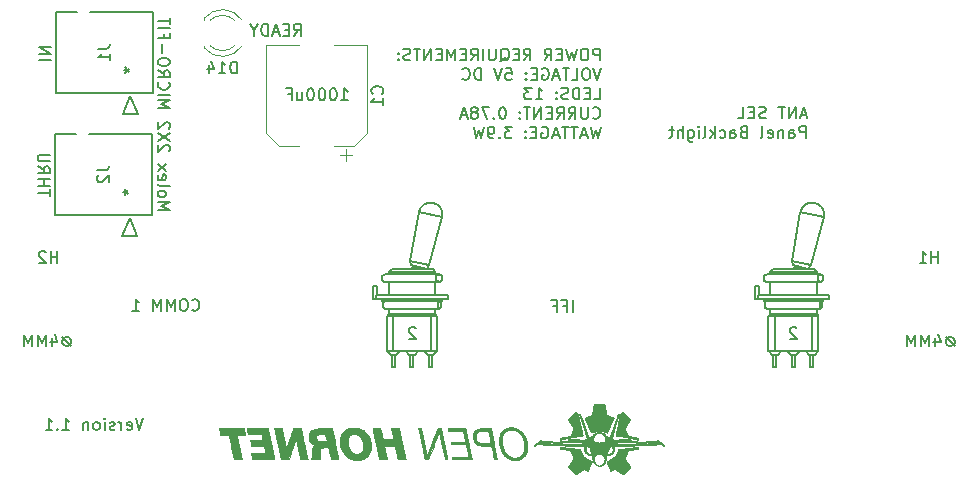
<source format=gbr>
%TF.GenerationSoftware,KiCad,Pcbnew,(5.1.6)-1*%
%TF.CreationDate,2020-11-24T18:40:46+11:00*%
%TF.ProjectId,ANT SEL Panel PCB V1,414e5420-5345-44c2-9050-616e656c2050,rev?*%
%TF.SameCoordinates,Original*%
%TF.FileFunction,Legend,Bot*%
%TF.FilePolarity,Positive*%
%FSLAX46Y46*%
G04 Gerber Fmt 4.6, Leading zero omitted, Abs format (unit mm)*
G04 Created by KiCad (PCBNEW (5.1.6)-1) date 2020-11-24 18:40:46*
%MOMM*%
%LPD*%
G01*
G04 APERTURE LIST*
%ADD10C,0.150000*%
%ADD11C,0.010000*%
%ADD12C,0.152400*%
%ADD13C,0.200000*%
%ADD14C,0.120000*%
G04 APERTURE END LIST*
D10*
X128823404Y-44066180D02*
X128823404Y-43066180D01*
X128442452Y-43066180D01*
X128347214Y-43113800D01*
X128299595Y-43161419D01*
X128251976Y-43256657D01*
X128251976Y-43399514D01*
X128299595Y-43494752D01*
X128347214Y-43542371D01*
X128442452Y-43589990D01*
X128823404Y-43589990D01*
X127632928Y-43066180D02*
X127442452Y-43066180D01*
X127347214Y-43113800D01*
X127251976Y-43209038D01*
X127204357Y-43399514D01*
X127204357Y-43732847D01*
X127251976Y-43923323D01*
X127347214Y-44018561D01*
X127442452Y-44066180D01*
X127632928Y-44066180D01*
X127728166Y-44018561D01*
X127823404Y-43923323D01*
X127871023Y-43732847D01*
X127871023Y-43399514D01*
X127823404Y-43209038D01*
X127728166Y-43113800D01*
X127632928Y-43066180D01*
X126871023Y-43066180D02*
X126632928Y-44066180D01*
X126442452Y-43351895D01*
X126251976Y-44066180D01*
X126013880Y-43066180D01*
X125632928Y-43542371D02*
X125299595Y-43542371D01*
X125156738Y-44066180D02*
X125632928Y-44066180D01*
X125632928Y-43066180D01*
X125156738Y-43066180D01*
X124156738Y-44066180D02*
X124490071Y-43589990D01*
X124728166Y-44066180D02*
X124728166Y-43066180D01*
X124347214Y-43066180D01*
X124251976Y-43113800D01*
X124204357Y-43161419D01*
X124156738Y-43256657D01*
X124156738Y-43399514D01*
X124204357Y-43494752D01*
X124251976Y-43542371D01*
X124347214Y-43589990D01*
X124728166Y-43589990D01*
X122394833Y-44066180D02*
X122728166Y-43589990D01*
X122966261Y-44066180D02*
X122966261Y-43066180D01*
X122585309Y-43066180D01*
X122490071Y-43113800D01*
X122442452Y-43161419D01*
X122394833Y-43256657D01*
X122394833Y-43399514D01*
X122442452Y-43494752D01*
X122490071Y-43542371D01*
X122585309Y-43589990D01*
X122966261Y-43589990D01*
X121966261Y-43542371D02*
X121632928Y-43542371D01*
X121490071Y-44066180D02*
X121966261Y-44066180D01*
X121966261Y-43066180D01*
X121490071Y-43066180D01*
X120394833Y-44161419D02*
X120490071Y-44113800D01*
X120585309Y-44018561D01*
X120728166Y-43875704D01*
X120823404Y-43828085D01*
X120918642Y-43828085D01*
X120871023Y-44066180D02*
X120966261Y-44018561D01*
X121061500Y-43923323D01*
X121109119Y-43732847D01*
X121109119Y-43399514D01*
X121061500Y-43209038D01*
X120966261Y-43113800D01*
X120871023Y-43066180D01*
X120680547Y-43066180D01*
X120585309Y-43113800D01*
X120490071Y-43209038D01*
X120442452Y-43399514D01*
X120442452Y-43732847D01*
X120490071Y-43923323D01*
X120585309Y-44018561D01*
X120680547Y-44066180D01*
X120871023Y-44066180D01*
X120013880Y-43066180D02*
X120013880Y-43875704D01*
X119966261Y-43970942D01*
X119918642Y-44018561D01*
X119823404Y-44066180D01*
X119632928Y-44066180D01*
X119537690Y-44018561D01*
X119490071Y-43970942D01*
X119442452Y-43875704D01*
X119442452Y-43066180D01*
X118966261Y-44066180D02*
X118966261Y-43066180D01*
X117918642Y-44066180D02*
X118251976Y-43589990D01*
X118490071Y-44066180D02*
X118490071Y-43066180D01*
X118109119Y-43066180D01*
X118013880Y-43113800D01*
X117966261Y-43161419D01*
X117918642Y-43256657D01*
X117918642Y-43399514D01*
X117966261Y-43494752D01*
X118013880Y-43542371D01*
X118109119Y-43589990D01*
X118490071Y-43589990D01*
X117490071Y-43542371D02*
X117156738Y-43542371D01*
X117013880Y-44066180D02*
X117490071Y-44066180D01*
X117490071Y-43066180D01*
X117013880Y-43066180D01*
X116585309Y-44066180D02*
X116585309Y-43066180D01*
X116251976Y-43780466D01*
X115918642Y-43066180D01*
X115918642Y-44066180D01*
X115442452Y-43542371D02*
X115109119Y-43542371D01*
X114966261Y-44066180D02*
X115442452Y-44066180D01*
X115442452Y-43066180D01*
X114966261Y-43066180D01*
X114537690Y-44066180D02*
X114537690Y-43066180D01*
X113966261Y-44066180D01*
X113966261Y-43066180D01*
X113632928Y-43066180D02*
X113061500Y-43066180D01*
X113347214Y-44066180D02*
X113347214Y-43066180D01*
X112775785Y-44018561D02*
X112632928Y-44066180D01*
X112394833Y-44066180D01*
X112299595Y-44018561D01*
X112251976Y-43970942D01*
X112204357Y-43875704D01*
X112204357Y-43780466D01*
X112251976Y-43685228D01*
X112299595Y-43637609D01*
X112394833Y-43589990D01*
X112585309Y-43542371D01*
X112680547Y-43494752D01*
X112728166Y-43447133D01*
X112775785Y-43351895D01*
X112775785Y-43256657D01*
X112728166Y-43161419D01*
X112680547Y-43113800D01*
X112585309Y-43066180D01*
X112347214Y-43066180D01*
X112204357Y-43113800D01*
X111775785Y-43970942D02*
X111728166Y-44018561D01*
X111775785Y-44066180D01*
X111823404Y-44018561D01*
X111775785Y-43970942D01*
X111775785Y-44066180D01*
X111775785Y-43447133D02*
X111728166Y-43494752D01*
X111775785Y-43542371D01*
X111823404Y-43494752D01*
X111775785Y-43447133D01*
X111775785Y-43542371D01*
X128966261Y-44716180D02*
X128632928Y-45716180D01*
X128299595Y-44716180D01*
X127775785Y-44716180D02*
X127585309Y-44716180D01*
X127490071Y-44763800D01*
X127394833Y-44859038D01*
X127347214Y-45049514D01*
X127347214Y-45382847D01*
X127394833Y-45573323D01*
X127490071Y-45668561D01*
X127585309Y-45716180D01*
X127775785Y-45716180D01*
X127871023Y-45668561D01*
X127966261Y-45573323D01*
X128013880Y-45382847D01*
X128013880Y-45049514D01*
X127966261Y-44859038D01*
X127871023Y-44763800D01*
X127775785Y-44716180D01*
X126442452Y-45716180D02*
X126918642Y-45716180D01*
X126918642Y-44716180D01*
X126251976Y-44716180D02*
X125680547Y-44716180D01*
X125966261Y-45716180D02*
X125966261Y-44716180D01*
X125394833Y-45430466D02*
X124918642Y-45430466D01*
X125490071Y-45716180D02*
X125156738Y-44716180D01*
X124823404Y-45716180D01*
X123966261Y-44763800D02*
X124061500Y-44716180D01*
X124204357Y-44716180D01*
X124347214Y-44763800D01*
X124442452Y-44859038D01*
X124490071Y-44954276D01*
X124537690Y-45144752D01*
X124537690Y-45287609D01*
X124490071Y-45478085D01*
X124442452Y-45573323D01*
X124347214Y-45668561D01*
X124204357Y-45716180D01*
X124109119Y-45716180D01*
X123966261Y-45668561D01*
X123918642Y-45620942D01*
X123918642Y-45287609D01*
X124109119Y-45287609D01*
X123490071Y-45192371D02*
X123156738Y-45192371D01*
X123013880Y-45716180D02*
X123490071Y-45716180D01*
X123490071Y-44716180D01*
X123013880Y-44716180D01*
X122585309Y-45620942D02*
X122537690Y-45668561D01*
X122585309Y-45716180D01*
X122632928Y-45668561D01*
X122585309Y-45620942D01*
X122585309Y-45716180D01*
X122585309Y-45097133D02*
X122537690Y-45144752D01*
X122585309Y-45192371D01*
X122632928Y-45144752D01*
X122585309Y-45097133D01*
X122585309Y-45192371D01*
X120871023Y-44716180D02*
X121347214Y-44716180D01*
X121394833Y-45192371D01*
X121347214Y-45144752D01*
X121251976Y-45097133D01*
X121013880Y-45097133D01*
X120918642Y-45144752D01*
X120871023Y-45192371D01*
X120823404Y-45287609D01*
X120823404Y-45525704D01*
X120871023Y-45620942D01*
X120918642Y-45668561D01*
X121013880Y-45716180D01*
X121251976Y-45716180D01*
X121347214Y-45668561D01*
X121394833Y-45620942D01*
X120537690Y-44716180D02*
X120204357Y-45716180D01*
X119871023Y-44716180D01*
X118775785Y-45716180D02*
X118775785Y-44716180D01*
X118537690Y-44716180D01*
X118394833Y-44763800D01*
X118299595Y-44859038D01*
X118251976Y-44954276D01*
X118204357Y-45144752D01*
X118204357Y-45287609D01*
X118251976Y-45478085D01*
X118299595Y-45573323D01*
X118394833Y-45668561D01*
X118537690Y-45716180D01*
X118775785Y-45716180D01*
X117204357Y-45620942D02*
X117251976Y-45668561D01*
X117394833Y-45716180D01*
X117490071Y-45716180D01*
X117632928Y-45668561D01*
X117728166Y-45573323D01*
X117775785Y-45478085D01*
X117823404Y-45287609D01*
X117823404Y-45144752D01*
X117775785Y-44954276D01*
X117728166Y-44859038D01*
X117632928Y-44763800D01*
X117490071Y-44716180D01*
X117394833Y-44716180D01*
X117251976Y-44763800D01*
X117204357Y-44811419D01*
X128347214Y-47366180D02*
X128823404Y-47366180D01*
X128823404Y-46366180D01*
X128013880Y-46842371D02*
X127680547Y-46842371D01*
X127537690Y-47366180D02*
X128013880Y-47366180D01*
X128013880Y-46366180D01*
X127537690Y-46366180D01*
X127109119Y-47366180D02*
X127109119Y-46366180D01*
X126871023Y-46366180D01*
X126728166Y-46413800D01*
X126632928Y-46509038D01*
X126585309Y-46604276D01*
X126537690Y-46794752D01*
X126537690Y-46937609D01*
X126585309Y-47128085D01*
X126632928Y-47223323D01*
X126728166Y-47318561D01*
X126871023Y-47366180D01*
X127109119Y-47366180D01*
X126156738Y-47318561D02*
X126013880Y-47366180D01*
X125775785Y-47366180D01*
X125680547Y-47318561D01*
X125632928Y-47270942D01*
X125585309Y-47175704D01*
X125585309Y-47080466D01*
X125632928Y-46985228D01*
X125680547Y-46937609D01*
X125775785Y-46889990D01*
X125966261Y-46842371D01*
X126061500Y-46794752D01*
X126109119Y-46747133D01*
X126156738Y-46651895D01*
X126156738Y-46556657D01*
X126109119Y-46461419D01*
X126061500Y-46413800D01*
X125966261Y-46366180D01*
X125728166Y-46366180D01*
X125585309Y-46413800D01*
X125156738Y-47270942D02*
X125109119Y-47318561D01*
X125156738Y-47366180D01*
X125204357Y-47318561D01*
X125156738Y-47270942D01*
X125156738Y-47366180D01*
X125156738Y-46747133D02*
X125109119Y-46794752D01*
X125156738Y-46842371D01*
X125204357Y-46794752D01*
X125156738Y-46747133D01*
X125156738Y-46842371D01*
X123394833Y-47366180D02*
X123966261Y-47366180D01*
X123680547Y-47366180D02*
X123680547Y-46366180D01*
X123775785Y-46509038D01*
X123871023Y-46604276D01*
X123966261Y-46651895D01*
X123061500Y-46366180D02*
X122442452Y-46366180D01*
X122775785Y-46747133D01*
X122632928Y-46747133D01*
X122537690Y-46794752D01*
X122490071Y-46842371D01*
X122442452Y-46937609D01*
X122442452Y-47175704D01*
X122490071Y-47270942D01*
X122537690Y-47318561D01*
X122632928Y-47366180D01*
X122918642Y-47366180D01*
X123013880Y-47318561D01*
X123061500Y-47270942D01*
X128251976Y-48920942D02*
X128299595Y-48968561D01*
X128442452Y-49016180D01*
X128537690Y-49016180D01*
X128680547Y-48968561D01*
X128775785Y-48873323D01*
X128823404Y-48778085D01*
X128871023Y-48587609D01*
X128871023Y-48444752D01*
X128823404Y-48254276D01*
X128775785Y-48159038D01*
X128680547Y-48063800D01*
X128537690Y-48016180D01*
X128442452Y-48016180D01*
X128299595Y-48063800D01*
X128251976Y-48111419D01*
X127823404Y-48016180D02*
X127823404Y-48825704D01*
X127775785Y-48920942D01*
X127728166Y-48968561D01*
X127632928Y-49016180D01*
X127442452Y-49016180D01*
X127347214Y-48968561D01*
X127299595Y-48920942D01*
X127251976Y-48825704D01*
X127251976Y-48016180D01*
X126204357Y-49016180D02*
X126537690Y-48539990D01*
X126775785Y-49016180D02*
X126775785Y-48016180D01*
X126394833Y-48016180D01*
X126299595Y-48063800D01*
X126251976Y-48111419D01*
X126204357Y-48206657D01*
X126204357Y-48349514D01*
X126251976Y-48444752D01*
X126299595Y-48492371D01*
X126394833Y-48539990D01*
X126775785Y-48539990D01*
X125204357Y-49016180D02*
X125537690Y-48539990D01*
X125775785Y-49016180D02*
X125775785Y-48016180D01*
X125394833Y-48016180D01*
X125299595Y-48063800D01*
X125251976Y-48111419D01*
X125204357Y-48206657D01*
X125204357Y-48349514D01*
X125251976Y-48444752D01*
X125299595Y-48492371D01*
X125394833Y-48539990D01*
X125775785Y-48539990D01*
X124775785Y-48492371D02*
X124442452Y-48492371D01*
X124299595Y-49016180D02*
X124775785Y-49016180D01*
X124775785Y-48016180D01*
X124299595Y-48016180D01*
X123871023Y-49016180D02*
X123871023Y-48016180D01*
X123299595Y-49016180D01*
X123299595Y-48016180D01*
X122966261Y-48016180D02*
X122394833Y-48016180D01*
X122680547Y-49016180D02*
X122680547Y-48016180D01*
X122061500Y-48920942D02*
X122013880Y-48968561D01*
X122061500Y-49016180D01*
X122109119Y-48968561D01*
X122061500Y-48920942D01*
X122061500Y-49016180D01*
X122061500Y-48397133D02*
X122013880Y-48444752D01*
X122061500Y-48492371D01*
X122109119Y-48444752D01*
X122061500Y-48397133D01*
X122061500Y-48492371D01*
X120632928Y-48016180D02*
X120537690Y-48016180D01*
X120442452Y-48063800D01*
X120394833Y-48111419D01*
X120347214Y-48206657D01*
X120299595Y-48397133D01*
X120299595Y-48635228D01*
X120347214Y-48825704D01*
X120394833Y-48920942D01*
X120442452Y-48968561D01*
X120537690Y-49016180D01*
X120632928Y-49016180D01*
X120728166Y-48968561D01*
X120775785Y-48920942D01*
X120823404Y-48825704D01*
X120871023Y-48635228D01*
X120871023Y-48397133D01*
X120823404Y-48206657D01*
X120775785Y-48111419D01*
X120728166Y-48063800D01*
X120632928Y-48016180D01*
X119871023Y-48920942D02*
X119823404Y-48968561D01*
X119871023Y-49016180D01*
X119918642Y-48968561D01*
X119871023Y-48920942D01*
X119871023Y-49016180D01*
X119490071Y-48016180D02*
X118823404Y-48016180D01*
X119251976Y-49016180D01*
X118299595Y-48444752D02*
X118394833Y-48397133D01*
X118442452Y-48349514D01*
X118490071Y-48254276D01*
X118490071Y-48206657D01*
X118442452Y-48111419D01*
X118394833Y-48063800D01*
X118299595Y-48016180D01*
X118109119Y-48016180D01*
X118013880Y-48063800D01*
X117966261Y-48111419D01*
X117918642Y-48206657D01*
X117918642Y-48254276D01*
X117966261Y-48349514D01*
X118013880Y-48397133D01*
X118109119Y-48444752D01*
X118299595Y-48444752D01*
X118394833Y-48492371D01*
X118442452Y-48539990D01*
X118490071Y-48635228D01*
X118490071Y-48825704D01*
X118442452Y-48920942D01*
X118394833Y-48968561D01*
X118299595Y-49016180D01*
X118109119Y-49016180D01*
X118013880Y-48968561D01*
X117966261Y-48920942D01*
X117918642Y-48825704D01*
X117918642Y-48635228D01*
X117966261Y-48539990D01*
X118013880Y-48492371D01*
X118109119Y-48444752D01*
X117537690Y-48730466D02*
X117061500Y-48730466D01*
X117632928Y-49016180D02*
X117299595Y-48016180D01*
X116966261Y-49016180D01*
X128918642Y-49666180D02*
X128680547Y-50666180D01*
X128490071Y-49951895D01*
X128299595Y-50666180D01*
X128061500Y-49666180D01*
X127728166Y-50380466D02*
X127251976Y-50380466D01*
X127823404Y-50666180D02*
X127490071Y-49666180D01*
X127156738Y-50666180D01*
X126966261Y-49666180D02*
X126394833Y-49666180D01*
X126680547Y-50666180D02*
X126680547Y-49666180D01*
X126204357Y-49666180D02*
X125632928Y-49666180D01*
X125918642Y-50666180D02*
X125918642Y-49666180D01*
X125347214Y-50380466D02*
X124871023Y-50380466D01*
X125442452Y-50666180D02*
X125109119Y-49666180D01*
X124775785Y-50666180D01*
X123918642Y-49713800D02*
X124013880Y-49666180D01*
X124156738Y-49666180D01*
X124299595Y-49713800D01*
X124394833Y-49809038D01*
X124442452Y-49904276D01*
X124490071Y-50094752D01*
X124490071Y-50237609D01*
X124442452Y-50428085D01*
X124394833Y-50523323D01*
X124299595Y-50618561D01*
X124156738Y-50666180D01*
X124061500Y-50666180D01*
X123918642Y-50618561D01*
X123871023Y-50570942D01*
X123871023Y-50237609D01*
X124061500Y-50237609D01*
X123442452Y-50142371D02*
X123109119Y-50142371D01*
X122966261Y-50666180D02*
X123442452Y-50666180D01*
X123442452Y-49666180D01*
X122966261Y-49666180D01*
X122537690Y-50570942D02*
X122490071Y-50618561D01*
X122537690Y-50666180D01*
X122585309Y-50618561D01*
X122537690Y-50570942D01*
X122537690Y-50666180D01*
X122537690Y-50047133D02*
X122490071Y-50094752D01*
X122537690Y-50142371D01*
X122585309Y-50094752D01*
X122537690Y-50047133D01*
X122537690Y-50142371D01*
X121394833Y-49666180D02*
X120775785Y-49666180D01*
X121109119Y-50047133D01*
X120966261Y-50047133D01*
X120871023Y-50094752D01*
X120823404Y-50142371D01*
X120775785Y-50237609D01*
X120775785Y-50475704D01*
X120823404Y-50570942D01*
X120871023Y-50618561D01*
X120966261Y-50666180D01*
X121251976Y-50666180D01*
X121347214Y-50618561D01*
X121394833Y-50570942D01*
X120347214Y-50570942D02*
X120299595Y-50618561D01*
X120347214Y-50666180D01*
X120394833Y-50618561D01*
X120347214Y-50570942D01*
X120347214Y-50666180D01*
X119823404Y-50666180D02*
X119632928Y-50666180D01*
X119537690Y-50618561D01*
X119490071Y-50570942D01*
X119394833Y-50428085D01*
X119347214Y-50237609D01*
X119347214Y-49856657D01*
X119394833Y-49761419D01*
X119442452Y-49713800D01*
X119537690Y-49666180D01*
X119728166Y-49666180D01*
X119823404Y-49713800D01*
X119871023Y-49761419D01*
X119918642Y-49856657D01*
X119918642Y-50094752D01*
X119871023Y-50189990D01*
X119823404Y-50237609D01*
X119728166Y-50285228D01*
X119537690Y-50285228D01*
X119442452Y-50237609D01*
X119394833Y-50189990D01*
X119347214Y-50094752D01*
X119013880Y-49666180D02*
X118775785Y-50666180D01*
X118585309Y-49951895D01*
X118394833Y-50666180D01*
X118156738Y-49666180D01*
X106923809Y-47427380D02*
X107495238Y-47427380D01*
X107209523Y-47427380D02*
X107209523Y-46427380D01*
X107304761Y-46570238D01*
X107400000Y-46665476D01*
X107495238Y-46713095D01*
X106304761Y-46427380D02*
X106209523Y-46427380D01*
X106114285Y-46475000D01*
X106066666Y-46522619D01*
X106019047Y-46617857D01*
X105971428Y-46808333D01*
X105971428Y-47046428D01*
X106019047Y-47236904D01*
X106066666Y-47332142D01*
X106114285Y-47379761D01*
X106209523Y-47427380D01*
X106304761Y-47427380D01*
X106400000Y-47379761D01*
X106447619Y-47332142D01*
X106495238Y-47236904D01*
X106542857Y-47046428D01*
X106542857Y-46808333D01*
X106495238Y-46617857D01*
X106447619Y-46522619D01*
X106400000Y-46475000D01*
X106304761Y-46427380D01*
X105352380Y-46427380D02*
X105257142Y-46427380D01*
X105161904Y-46475000D01*
X105114285Y-46522619D01*
X105066666Y-46617857D01*
X105019047Y-46808333D01*
X105019047Y-47046428D01*
X105066666Y-47236904D01*
X105114285Y-47332142D01*
X105161904Y-47379761D01*
X105257142Y-47427380D01*
X105352380Y-47427380D01*
X105447619Y-47379761D01*
X105495238Y-47332142D01*
X105542857Y-47236904D01*
X105590476Y-47046428D01*
X105590476Y-46808333D01*
X105542857Y-46617857D01*
X105495238Y-46522619D01*
X105447619Y-46475000D01*
X105352380Y-46427380D01*
X104400000Y-46427380D02*
X104304761Y-46427380D01*
X104209523Y-46475000D01*
X104161904Y-46522619D01*
X104114285Y-46617857D01*
X104066666Y-46808333D01*
X104066666Y-47046428D01*
X104114285Y-47236904D01*
X104161904Y-47332142D01*
X104209523Y-47379761D01*
X104304761Y-47427380D01*
X104400000Y-47427380D01*
X104495238Y-47379761D01*
X104542857Y-47332142D01*
X104590476Y-47236904D01*
X104638095Y-47046428D01*
X104638095Y-46808333D01*
X104590476Y-46617857D01*
X104542857Y-46522619D01*
X104495238Y-46475000D01*
X104400000Y-46427380D01*
X103209523Y-46760714D02*
X103209523Y-47427380D01*
X103638095Y-46760714D02*
X103638095Y-47284523D01*
X103590476Y-47379761D01*
X103495238Y-47427380D01*
X103352380Y-47427380D01*
X103257142Y-47379761D01*
X103209523Y-47332142D01*
X102400000Y-46903571D02*
X102733333Y-46903571D01*
X102733333Y-47427380D02*
X102733333Y-46427380D01*
X102257142Y-46427380D01*
X82911904Y-61227380D02*
X82911904Y-60227380D01*
X82911904Y-60703571D02*
X82340476Y-60703571D01*
X82340476Y-61227380D02*
X82340476Y-60227380D01*
X81911904Y-60322619D02*
X81864285Y-60275000D01*
X81769047Y-60227380D01*
X81530952Y-60227380D01*
X81435714Y-60275000D01*
X81388095Y-60322619D01*
X81340476Y-60417857D01*
X81340476Y-60513095D01*
X81388095Y-60655952D01*
X81959523Y-61227380D01*
X81340476Y-61227380D01*
X157486904Y-61227380D02*
X157486904Y-60227380D01*
X157486904Y-60703571D02*
X156915476Y-60703571D01*
X156915476Y-61227380D02*
X156915476Y-60227380D01*
X155915476Y-61227380D02*
X156486904Y-61227380D01*
X156201190Y-61227380D02*
X156201190Y-60227380D01*
X156296428Y-60370238D01*
X156391666Y-60465476D01*
X156486904Y-60513095D01*
X83814285Y-67515476D02*
X83623809Y-67515476D01*
X83433333Y-67610714D01*
X83338095Y-67801190D01*
X83338095Y-67991666D01*
X83433333Y-68182142D01*
X83623809Y-68277380D01*
X83814285Y-68277380D01*
X84004761Y-68182142D01*
X84100000Y-67991666D01*
X84100000Y-67801190D01*
X84004761Y-67610714D01*
X83814285Y-67515476D01*
X83338095Y-67515476D02*
X84100000Y-68277380D01*
X82433333Y-67610714D02*
X82433333Y-68277380D01*
X82671428Y-67229761D02*
X82909523Y-67944047D01*
X82290476Y-67944047D01*
X81909523Y-68277380D02*
X81909523Y-67277380D01*
X81576190Y-67991666D01*
X81242857Y-67277380D01*
X81242857Y-68277380D01*
X80766666Y-68277380D02*
X80766666Y-67277380D01*
X80433333Y-67991666D01*
X80100000Y-67277380D01*
X80100000Y-68277380D01*
X158589285Y-67515476D02*
X158398809Y-67515476D01*
X158208333Y-67610714D01*
X158113095Y-67801190D01*
X158113095Y-67991666D01*
X158208333Y-68182142D01*
X158398809Y-68277380D01*
X158589285Y-68277380D01*
X158779761Y-68182142D01*
X158875000Y-67991666D01*
X158875000Y-67801190D01*
X158779761Y-67610714D01*
X158589285Y-67515476D01*
X158113095Y-67515476D02*
X158875000Y-68277380D01*
X157208333Y-67610714D02*
X157208333Y-68277380D01*
X157446428Y-67229761D02*
X157684523Y-67944047D01*
X157065476Y-67944047D01*
X156684523Y-68277380D02*
X156684523Y-67277380D01*
X156351190Y-67991666D01*
X156017857Y-67277380D01*
X156017857Y-68277380D01*
X155541666Y-68277380D02*
X155541666Y-67277380D01*
X155208333Y-67991666D01*
X154875000Y-67277380D01*
X154875000Y-68277380D01*
X102925000Y-41977380D02*
X103258333Y-41501190D01*
X103496428Y-41977380D02*
X103496428Y-40977380D01*
X103115476Y-40977380D01*
X103020238Y-41025000D01*
X102972619Y-41072619D01*
X102925000Y-41167857D01*
X102925000Y-41310714D01*
X102972619Y-41405952D01*
X103020238Y-41453571D01*
X103115476Y-41501190D01*
X103496428Y-41501190D01*
X102496428Y-41453571D02*
X102163095Y-41453571D01*
X102020238Y-41977380D02*
X102496428Y-41977380D01*
X102496428Y-40977380D01*
X102020238Y-40977380D01*
X101639285Y-41691666D02*
X101163095Y-41691666D01*
X101734523Y-41977380D02*
X101401190Y-40977380D01*
X101067857Y-41977380D01*
X100734523Y-41977380D02*
X100734523Y-40977380D01*
X100496428Y-40977380D01*
X100353571Y-41025000D01*
X100258333Y-41120238D01*
X100210714Y-41215476D01*
X100163095Y-41405952D01*
X100163095Y-41548809D01*
X100210714Y-41739285D01*
X100258333Y-41834523D01*
X100353571Y-41929761D01*
X100496428Y-41977380D01*
X100734523Y-41977380D01*
X99544047Y-41501190D02*
X99544047Y-41977380D01*
X99877380Y-40977380D02*
X99544047Y-41501190D01*
X99210714Y-40977380D01*
X113235714Y-66747619D02*
X113188095Y-66700000D01*
X113092857Y-66652380D01*
X112854761Y-66652380D01*
X112759523Y-66700000D01*
X112711904Y-66747619D01*
X112664285Y-66842857D01*
X112664285Y-66938095D01*
X112711904Y-67080952D01*
X113283333Y-67652380D01*
X112664285Y-67652380D01*
X145485714Y-66747619D02*
X145438095Y-66700000D01*
X145342857Y-66652380D01*
X145104761Y-66652380D01*
X145009523Y-66700000D01*
X144961904Y-66747619D01*
X144914285Y-66842857D01*
X144914285Y-66938095D01*
X144961904Y-67080952D01*
X145533333Y-67652380D01*
X144914285Y-67652380D01*
X90194876Y-74356980D02*
X89861542Y-75356980D01*
X89528209Y-74356980D01*
X88813923Y-75309361D02*
X88909161Y-75356980D01*
X89099638Y-75356980D01*
X89194876Y-75309361D01*
X89242495Y-75214123D01*
X89242495Y-74833171D01*
X89194876Y-74737933D01*
X89099638Y-74690314D01*
X88909161Y-74690314D01*
X88813923Y-74737933D01*
X88766304Y-74833171D01*
X88766304Y-74928409D01*
X89242495Y-75023647D01*
X88337733Y-75356980D02*
X88337733Y-74690314D01*
X88337733Y-74880790D02*
X88290114Y-74785552D01*
X88242495Y-74737933D01*
X88147257Y-74690314D01*
X88052019Y-74690314D01*
X87766304Y-75309361D02*
X87671066Y-75356980D01*
X87480590Y-75356980D01*
X87385352Y-75309361D01*
X87337733Y-75214123D01*
X87337733Y-75166504D01*
X87385352Y-75071266D01*
X87480590Y-75023647D01*
X87623447Y-75023647D01*
X87718685Y-74976028D01*
X87766304Y-74880790D01*
X87766304Y-74833171D01*
X87718685Y-74737933D01*
X87623447Y-74690314D01*
X87480590Y-74690314D01*
X87385352Y-74737933D01*
X86909161Y-75356980D02*
X86909161Y-74690314D01*
X86909161Y-74356980D02*
X86956780Y-74404600D01*
X86909161Y-74452219D01*
X86861542Y-74404600D01*
X86909161Y-74356980D01*
X86909161Y-74452219D01*
X86290114Y-75356980D02*
X86385352Y-75309361D01*
X86432971Y-75261742D01*
X86480590Y-75166504D01*
X86480590Y-74880790D01*
X86432971Y-74785552D01*
X86385352Y-74737933D01*
X86290114Y-74690314D01*
X86147257Y-74690314D01*
X86052019Y-74737933D01*
X86004400Y-74785552D01*
X85956780Y-74880790D01*
X85956780Y-75166504D01*
X86004400Y-75261742D01*
X86052019Y-75309361D01*
X86147257Y-75356980D01*
X86290114Y-75356980D01*
X85528209Y-74690314D02*
X85528209Y-75356980D01*
X85528209Y-74785552D02*
X85480590Y-74737933D01*
X85385352Y-74690314D01*
X85242495Y-74690314D01*
X85147257Y-74737933D01*
X85099638Y-74833171D01*
X85099638Y-75356980D01*
X83337733Y-75356980D02*
X83909161Y-75356980D01*
X83623447Y-75356980D02*
X83623447Y-74356980D01*
X83718685Y-74499838D01*
X83813923Y-74595076D01*
X83909161Y-74642695D01*
X82909161Y-75261742D02*
X82861542Y-75309361D01*
X82909161Y-75356980D01*
X82956780Y-75309361D01*
X82909161Y-75261742D01*
X82909161Y-75356980D01*
X81909161Y-75356980D02*
X82480590Y-75356980D01*
X82194876Y-75356980D02*
X82194876Y-74356980D01*
X82290114Y-74499838D01*
X82385352Y-74595076D01*
X82480590Y-74642695D01*
X126536342Y-65374780D02*
X126536342Y-64374780D01*
X125726819Y-64850971D02*
X126060152Y-64850971D01*
X126060152Y-65374780D02*
X126060152Y-64374780D01*
X125583961Y-64374780D01*
X124869676Y-64850971D02*
X125203009Y-64850971D01*
X125203009Y-65374780D02*
X125203009Y-64374780D01*
X124726819Y-64374780D01*
X94314685Y-65177942D02*
X94362304Y-65225561D01*
X94505161Y-65273180D01*
X94600400Y-65273180D01*
X94743257Y-65225561D01*
X94838495Y-65130323D01*
X94886114Y-65035085D01*
X94933733Y-64844609D01*
X94933733Y-64701752D01*
X94886114Y-64511276D01*
X94838495Y-64416038D01*
X94743257Y-64320800D01*
X94600400Y-64273180D01*
X94505161Y-64273180D01*
X94362304Y-64320800D01*
X94314685Y-64368419D01*
X93695638Y-64273180D02*
X93505161Y-64273180D01*
X93409923Y-64320800D01*
X93314685Y-64416038D01*
X93267066Y-64606514D01*
X93267066Y-64939847D01*
X93314685Y-65130323D01*
X93409923Y-65225561D01*
X93505161Y-65273180D01*
X93695638Y-65273180D01*
X93790876Y-65225561D01*
X93886114Y-65130323D01*
X93933733Y-64939847D01*
X93933733Y-64606514D01*
X93886114Y-64416038D01*
X93790876Y-64320800D01*
X93695638Y-64273180D01*
X92838495Y-65273180D02*
X92838495Y-64273180D01*
X92505161Y-64987466D01*
X92171828Y-64273180D01*
X92171828Y-65273180D01*
X91695638Y-65273180D02*
X91695638Y-64273180D01*
X91362304Y-64987466D01*
X91028971Y-64273180D01*
X91028971Y-65273180D01*
X89267066Y-65273180D02*
X89838495Y-65273180D01*
X89552780Y-65273180D02*
X89552780Y-64273180D01*
X89648019Y-64416038D01*
X89743257Y-64511276D01*
X89838495Y-64558895D01*
X146320823Y-48693866D02*
X145844633Y-48693866D01*
X146416061Y-48979580D02*
X146082728Y-47979580D01*
X145749395Y-48979580D01*
X145416061Y-48979580D02*
X145416061Y-47979580D01*
X144844633Y-48979580D01*
X144844633Y-47979580D01*
X144511300Y-47979580D02*
X143939871Y-47979580D01*
X144225585Y-48979580D02*
X144225585Y-47979580D01*
X142892252Y-48931961D02*
X142749395Y-48979580D01*
X142511300Y-48979580D01*
X142416061Y-48931961D01*
X142368442Y-48884342D01*
X142320823Y-48789104D01*
X142320823Y-48693866D01*
X142368442Y-48598628D01*
X142416061Y-48551009D01*
X142511300Y-48503390D01*
X142701776Y-48455771D01*
X142797014Y-48408152D01*
X142844633Y-48360533D01*
X142892252Y-48265295D01*
X142892252Y-48170057D01*
X142844633Y-48074819D01*
X142797014Y-48027200D01*
X142701776Y-47979580D01*
X142463680Y-47979580D01*
X142320823Y-48027200D01*
X141892252Y-48455771D02*
X141558919Y-48455771D01*
X141416061Y-48979580D02*
X141892252Y-48979580D01*
X141892252Y-47979580D01*
X141416061Y-47979580D01*
X140511300Y-48979580D02*
X140987490Y-48979580D01*
X140987490Y-47979580D01*
X146273204Y-50629580D02*
X146273204Y-49629580D01*
X145892252Y-49629580D01*
X145797014Y-49677200D01*
X145749395Y-49724819D01*
X145701776Y-49820057D01*
X145701776Y-49962914D01*
X145749395Y-50058152D01*
X145797014Y-50105771D01*
X145892252Y-50153390D01*
X146273204Y-50153390D01*
X144844633Y-50629580D02*
X144844633Y-50105771D01*
X144892252Y-50010533D01*
X144987490Y-49962914D01*
X145177966Y-49962914D01*
X145273204Y-50010533D01*
X144844633Y-50581961D02*
X144939871Y-50629580D01*
X145177966Y-50629580D01*
X145273204Y-50581961D01*
X145320823Y-50486723D01*
X145320823Y-50391485D01*
X145273204Y-50296247D01*
X145177966Y-50248628D01*
X144939871Y-50248628D01*
X144844633Y-50201009D01*
X144368442Y-49962914D02*
X144368442Y-50629580D01*
X144368442Y-50058152D02*
X144320823Y-50010533D01*
X144225585Y-49962914D01*
X144082728Y-49962914D01*
X143987490Y-50010533D01*
X143939871Y-50105771D01*
X143939871Y-50629580D01*
X143082728Y-50581961D02*
X143177966Y-50629580D01*
X143368442Y-50629580D01*
X143463680Y-50581961D01*
X143511300Y-50486723D01*
X143511300Y-50105771D01*
X143463680Y-50010533D01*
X143368442Y-49962914D01*
X143177966Y-49962914D01*
X143082728Y-50010533D01*
X143035109Y-50105771D01*
X143035109Y-50201009D01*
X143511300Y-50296247D01*
X142463680Y-50629580D02*
X142558919Y-50581961D01*
X142606538Y-50486723D01*
X142606538Y-49629580D01*
X140987490Y-50105771D02*
X140844633Y-50153390D01*
X140797014Y-50201009D01*
X140749395Y-50296247D01*
X140749395Y-50439104D01*
X140797014Y-50534342D01*
X140844633Y-50581961D01*
X140939871Y-50629580D01*
X141320823Y-50629580D01*
X141320823Y-49629580D01*
X140987490Y-49629580D01*
X140892252Y-49677200D01*
X140844633Y-49724819D01*
X140797014Y-49820057D01*
X140797014Y-49915295D01*
X140844633Y-50010533D01*
X140892252Y-50058152D01*
X140987490Y-50105771D01*
X141320823Y-50105771D01*
X139892252Y-50629580D02*
X139892252Y-50105771D01*
X139939871Y-50010533D01*
X140035109Y-49962914D01*
X140225585Y-49962914D01*
X140320823Y-50010533D01*
X139892252Y-50581961D02*
X139987490Y-50629580D01*
X140225585Y-50629580D01*
X140320823Y-50581961D01*
X140368442Y-50486723D01*
X140368442Y-50391485D01*
X140320823Y-50296247D01*
X140225585Y-50248628D01*
X139987490Y-50248628D01*
X139892252Y-50201009D01*
X138987490Y-50581961D02*
X139082728Y-50629580D01*
X139273204Y-50629580D01*
X139368442Y-50581961D01*
X139416061Y-50534342D01*
X139463680Y-50439104D01*
X139463680Y-50153390D01*
X139416061Y-50058152D01*
X139368442Y-50010533D01*
X139273204Y-49962914D01*
X139082728Y-49962914D01*
X138987490Y-50010533D01*
X138558919Y-50629580D02*
X138558919Y-49629580D01*
X138463680Y-50248628D02*
X138177966Y-50629580D01*
X138177966Y-49962914D02*
X138558919Y-50343866D01*
X137606538Y-50629580D02*
X137701776Y-50581961D01*
X137749395Y-50486723D01*
X137749395Y-49629580D01*
X137225585Y-50629580D02*
X137225585Y-49962914D01*
X137225585Y-49629580D02*
X137273204Y-49677200D01*
X137225585Y-49724819D01*
X137177966Y-49677200D01*
X137225585Y-49629580D01*
X137225585Y-49724819D01*
X136320823Y-49962914D02*
X136320823Y-50772438D01*
X136368442Y-50867676D01*
X136416061Y-50915295D01*
X136511300Y-50962914D01*
X136654157Y-50962914D01*
X136749395Y-50915295D01*
X136320823Y-50581961D02*
X136416061Y-50629580D01*
X136606538Y-50629580D01*
X136701776Y-50581961D01*
X136749395Y-50534342D01*
X136797014Y-50439104D01*
X136797014Y-50153390D01*
X136749395Y-50058152D01*
X136701776Y-50010533D01*
X136606538Y-49962914D01*
X136416061Y-49962914D01*
X136320823Y-50010533D01*
X135844633Y-50629580D02*
X135844633Y-49629580D01*
X135416061Y-50629580D02*
X135416061Y-50105771D01*
X135463680Y-50010533D01*
X135558919Y-49962914D01*
X135701776Y-49962914D01*
X135797014Y-50010533D01*
X135844633Y-50058152D01*
X135082728Y-49962914D02*
X134701776Y-49962914D01*
X134939871Y-49629580D02*
X134939871Y-50486723D01*
X134892252Y-50581961D01*
X134797014Y-50629580D01*
X134701776Y-50629580D01*
X82259619Y-55568533D02*
X82259619Y-54997104D01*
X81259619Y-55282819D02*
X82259619Y-55282819D01*
X81259619Y-54663771D02*
X82259619Y-54663771D01*
X81783428Y-54663771D02*
X81783428Y-54092342D01*
X81259619Y-54092342D02*
X82259619Y-54092342D01*
X81259619Y-53044723D02*
X81735809Y-53378057D01*
X81259619Y-53616152D02*
X82259619Y-53616152D01*
X82259619Y-53235200D01*
X82212000Y-53139961D01*
X82164380Y-53092342D01*
X82069142Y-53044723D01*
X81926285Y-53044723D01*
X81831047Y-53092342D01*
X81783428Y-53139961D01*
X81735809Y-53235200D01*
X81735809Y-53616152D01*
X82259619Y-52616152D02*
X81450095Y-52616152D01*
X81354857Y-52568533D01*
X81307238Y-52520914D01*
X81259619Y-52425676D01*
X81259619Y-52235200D01*
X81307238Y-52139961D01*
X81354857Y-52092342D01*
X81450095Y-52044723D01*
X82259619Y-52044723D01*
X81361219Y-43997409D02*
X82361219Y-43997409D01*
X81361219Y-43521219D02*
X82361219Y-43521219D01*
X81361219Y-42949790D01*
X82361219Y-42949790D01*
X91419619Y-56726628D02*
X92419619Y-56726628D01*
X91705333Y-56393295D01*
X92419619Y-56059961D01*
X91419619Y-56059961D01*
X91419619Y-55440914D02*
X91467238Y-55536152D01*
X91514857Y-55583771D01*
X91610095Y-55631390D01*
X91895809Y-55631390D01*
X91991047Y-55583771D01*
X92038666Y-55536152D01*
X92086285Y-55440914D01*
X92086285Y-55298057D01*
X92038666Y-55202819D01*
X91991047Y-55155200D01*
X91895809Y-55107580D01*
X91610095Y-55107580D01*
X91514857Y-55155200D01*
X91467238Y-55202819D01*
X91419619Y-55298057D01*
X91419619Y-55440914D01*
X91419619Y-54536152D02*
X91467238Y-54631390D01*
X91562476Y-54679009D01*
X92419619Y-54679009D01*
X91467238Y-53774247D02*
X91419619Y-53869485D01*
X91419619Y-54059961D01*
X91467238Y-54155200D01*
X91562476Y-54202819D01*
X91943428Y-54202819D01*
X92038666Y-54155200D01*
X92086285Y-54059961D01*
X92086285Y-53869485D01*
X92038666Y-53774247D01*
X91943428Y-53726628D01*
X91848190Y-53726628D01*
X91752952Y-54202819D01*
X91419619Y-53393295D02*
X92086285Y-52869485D01*
X92086285Y-53393295D02*
X91419619Y-52869485D01*
X92324380Y-51774247D02*
X92372000Y-51726628D01*
X92419619Y-51631390D01*
X92419619Y-51393295D01*
X92372000Y-51298057D01*
X92324380Y-51250438D01*
X92229142Y-51202819D01*
X92133904Y-51202819D01*
X91991047Y-51250438D01*
X91419619Y-51821866D01*
X91419619Y-51202819D01*
X92419619Y-50869485D02*
X91419619Y-50202819D01*
X92419619Y-50202819D02*
X91419619Y-50869485D01*
X92324380Y-49869485D02*
X92372000Y-49821866D01*
X92419619Y-49726628D01*
X92419619Y-49488533D01*
X92372000Y-49393295D01*
X92324380Y-49345676D01*
X92229142Y-49298057D01*
X92133904Y-49298057D01*
X91991047Y-49345676D01*
X91419619Y-49917104D01*
X91419619Y-49298057D01*
X91419619Y-48107580D02*
X92419619Y-48107580D01*
X91705333Y-47774247D01*
X92419619Y-47440914D01*
X91419619Y-47440914D01*
X91419619Y-46964723D02*
X92419619Y-46964723D01*
X91514857Y-45917104D02*
X91467238Y-45964723D01*
X91419619Y-46107580D01*
X91419619Y-46202819D01*
X91467238Y-46345676D01*
X91562476Y-46440914D01*
X91657714Y-46488533D01*
X91848190Y-46536152D01*
X91991047Y-46536152D01*
X92181523Y-46488533D01*
X92276761Y-46440914D01*
X92372000Y-46345676D01*
X92419619Y-46202819D01*
X92419619Y-46107580D01*
X92372000Y-45964723D01*
X92324380Y-45917104D01*
X91419619Y-44917104D02*
X91895809Y-45250438D01*
X91419619Y-45488533D02*
X92419619Y-45488533D01*
X92419619Y-45107580D01*
X92372000Y-45012342D01*
X92324380Y-44964723D01*
X92229142Y-44917104D01*
X92086285Y-44917104D01*
X91991047Y-44964723D01*
X91943428Y-45012342D01*
X91895809Y-45107580D01*
X91895809Y-45488533D01*
X92419619Y-44298057D02*
X92419619Y-44107580D01*
X92372000Y-44012342D01*
X92276761Y-43917104D01*
X92086285Y-43869485D01*
X91752952Y-43869485D01*
X91562476Y-43917104D01*
X91467238Y-44012342D01*
X91419619Y-44107580D01*
X91419619Y-44298057D01*
X91467238Y-44393295D01*
X91562476Y-44488533D01*
X91752952Y-44536152D01*
X92086285Y-44536152D01*
X92276761Y-44488533D01*
X92372000Y-44393295D01*
X92419619Y-44298057D01*
X91800571Y-43440914D02*
X91800571Y-42679009D01*
X91943428Y-41869485D02*
X91943428Y-42202819D01*
X91419619Y-42202819D02*
X92419619Y-42202819D01*
X92419619Y-41726628D01*
X91419619Y-41345676D02*
X92419619Y-41345676D01*
X92419619Y-41012342D02*
X92419619Y-40440914D01*
X91419619Y-40726628D02*
X92419619Y-40726628D01*
D11*
%TO.C,G\u002A\u002A\u002A*%
G36*
X132061870Y-76797369D02*
G01*
X132049057Y-76798738D01*
X132028826Y-76800953D01*
X132001674Y-76803955D01*
X131968097Y-76807689D01*
X131928594Y-76812099D01*
X131883660Y-76817129D01*
X131833793Y-76822722D01*
X131779491Y-76828822D01*
X131721249Y-76835373D01*
X131659566Y-76842318D01*
X131594938Y-76849602D01*
X131527862Y-76857168D01*
X131458835Y-76864960D01*
X131388355Y-76872921D01*
X131316919Y-76880996D01*
X131245022Y-76889128D01*
X131173164Y-76897261D01*
X131101840Y-76905339D01*
X131031548Y-76913305D01*
X130962784Y-76921104D01*
X130896047Y-76928678D01*
X130831832Y-76935973D01*
X130770637Y-76942931D01*
X130712959Y-76949496D01*
X130659295Y-76955613D01*
X130610142Y-76961224D01*
X130565998Y-76966274D01*
X130527358Y-76970706D01*
X130494721Y-76974465D01*
X130468584Y-76977493D01*
X130449442Y-76979736D01*
X130437794Y-76981135D01*
X130434738Y-76981529D01*
X130423177Y-76983987D01*
X130417389Y-76988350D01*
X130414800Y-76995958D01*
X130412553Y-77002371D01*
X130407162Y-77015598D01*
X130399020Y-77034763D01*
X130388522Y-77058990D01*
X130376062Y-77087400D01*
X130362034Y-77119117D01*
X130346832Y-77153265D01*
X130330850Y-77188966D01*
X130314483Y-77225344D01*
X130298125Y-77261521D01*
X130282171Y-77296622D01*
X130267013Y-77329768D01*
X130253047Y-77360083D01*
X130240667Y-77386690D01*
X130230267Y-77408713D01*
X130222241Y-77425274D01*
X130218307Y-77433032D01*
X130197436Y-77468367D01*
X130170821Y-77506531D01*
X130139899Y-77545870D01*
X130106110Y-77584730D01*
X130070893Y-77621459D01*
X130035685Y-77654402D01*
X130001926Y-77681908D01*
X130001433Y-77682274D01*
X129993815Y-77687346D01*
X129979594Y-77696233D01*
X129959493Y-77708508D01*
X129934238Y-77723745D01*
X129904554Y-77741519D01*
X129871165Y-77761404D01*
X129834797Y-77782975D01*
X129796174Y-77805805D01*
X129756021Y-77829469D01*
X129715063Y-77853541D01*
X129674024Y-77877596D01*
X129633630Y-77901208D01*
X129594606Y-77923950D01*
X129557675Y-77945398D01*
X129523564Y-77965125D01*
X129492996Y-77982706D01*
X129466698Y-77997715D01*
X129445392Y-78009726D01*
X129429806Y-78018314D01*
X129424527Y-78021117D01*
X129405659Y-78030916D01*
X129565948Y-78418266D01*
X129594406Y-78486894D01*
X129620520Y-78549569D01*
X129644201Y-78606089D01*
X129665362Y-78656248D01*
X129683916Y-78699842D01*
X129699774Y-78736667D01*
X129712850Y-78766520D01*
X129723055Y-78789195D01*
X129730302Y-78804489D01*
X129734505Y-78812197D01*
X129735187Y-78813025D01*
X129746067Y-78818742D01*
X129754996Y-78820433D01*
X129761024Y-78818486D01*
X129773640Y-78812929D01*
X129791988Y-78804187D01*
X129815213Y-78792686D01*
X129842458Y-78778852D01*
X129872869Y-78763110D01*
X129905591Y-78745887D01*
X129916657Y-78740000D01*
X129955894Y-78719125D01*
X129988452Y-78701982D01*
X130015090Y-78688261D01*
X130036568Y-78677648D01*
X130053646Y-78669833D01*
X130067084Y-78664506D01*
X130077640Y-78661354D01*
X130086076Y-78660066D01*
X130093150Y-78660331D01*
X130099622Y-78661839D01*
X130103816Y-78663318D01*
X130108660Y-78666214D01*
X130119977Y-78673571D01*
X130137265Y-78685051D01*
X130160024Y-78700313D01*
X130187752Y-78719019D01*
X130219949Y-78740828D01*
X130256113Y-78765401D01*
X130295744Y-78792399D01*
X130338340Y-78821482D01*
X130383400Y-78852310D01*
X130430423Y-78884545D01*
X130441166Y-78891918D01*
X130497322Y-78930463D01*
X130546932Y-78964485D01*
X130590434Y-78994250D01*
X130628264Y-79020021D01*
X130660859Y-79042066D01*
X130688657Y-79060648D01*
X130712094Y-79076033D01*
X130731607Y-79088486D01*
X130747634Y-79098273D01*
X130760610Y-79105658D01*
X130770974Y-79110908D01*
X130779163Y-79114286D01*
X130785612Y-79116059D01*
X130790760Y-79116491D01*
X130795043Y-79115848D01*
X130798898Y-79114395D01*
X130802763Y-79112397D01*
X130803650Y-79111915D01*
X130808189Y-79108098D01*
X130818183Y-79098764D01*
X130833132Y-79084412D01*
X130852538Y-79065540D01*
X130875904Y-79042647D01*
X130902730Y-79016231D01*
X130932519Y-78986790D01*
X130964772Y-78954822D01*
X130998990Y-78920827D01*
X131034675Y-78885301D01*
X131071330Y-78848744D01*
X131108455Y-78811653D01*
X131145553Y-78774528D01*
X131182124Y-78737865D01*
X131217671Y-78702165D01*
X131251695Y-78667924D01*
X131283699Y-78635642D01*
X131313182Y-78605816D01*
X131339648Y-78578945D01*
X131362598Y-78555527D01*
X131381534Y-78536060D01*
X131395956Y-78521044D01*
X131405368Y-78510975D01*
X131409270Y-78506353D01*
X131409289Y-78506318D01*
X131413465Y-78497069D01*
X131415274Y-78488154D01*
X131414285Y-78478403D01*
X131410061Y-78466645D01*
X131402169Y-78451709D01*
X131390174Y-78432425D01*
X131373643Y-78407622D01*
X131371520Y-78404493D01*
X131361883Y-78390348D01*
X131347945Y-78369945D01*
X131330199Y-78344007D01*
X131309140Y-78313255D01*
X131285261Y-78278408D01*
X131259056Y-78240187D01*
X131231021Y-78199315D01*
X131201648Y-78156511D01*
X131171433Y-78112496D01*
X131144479Y-78073250D01*
X131115098Y-78030409D01*
X131087024Y-77989344D01*
X131060642Y-77950627D01*
X131036336Y-77914826D01*
X131014490Y-77882512D01*
X130995489Y-77854256D01*
X130979717Y-77830627D01*
X130967559Y-77812195D01*
X130959399Y-77799531D01*
X130955621Y-77793205D01*
X130955493Y-77792927D01*
X130951391Y-77779836D01*
X130949700Y-77767647D01*
X130951264Y-77761539D01*
X130955764Y-77748325D01*
X130962909Y-77728730D01*
X130972410Y-77703475D01*
X130983977Y-77673284D01*
X130997319Y-77638879D01*
X131012146Y-77600983D01*
X131028170Y-77560320D01*
X131045099Y-77517612D01*
X131062644Y-77473582D01*
X131080515Y-77428953D01*
X131098421Y-77384449D01*
X131116074Y-77340791D01*
X131133182Y-77298703D01*
X131149456Y-77258909D01*
X131164607Y-77222130D01*
X131178343Y-77189090D01*
X131190376Y-77160511D01*
X131200414Y-77137117D01*
X131208169Y-77119631D01*
X131213350Y-77108775D01*
X131215261Y-77105543D01*
X131224022Y-77096295D01*
X131231857Y-77089843D01*
X131232812Y-77089278D01*
X131237897Y-77087985D01*
X131250728Y-77085269D01*
X131270725Y-77081242D01*
X131297306Y-77076014D01*
X131329893Y-77069697D01*
X131367903Y-77062403D01*
X131410757Y-77054242D01*
X131457875Y-77045326D01*
X131508675Y-77035765D01*
X131562578Y-77025672D01*
X131619003Y-77015157D01*
X131641931Y-77010898D01*
X131715205Y-76997262D01*
X131780435Y-76985041D01*
X131837914Y-76974176D01*
X131887934Y-76964608D01*
X131930789Y-76956279D01*
X131966772Y-76949131D01*
X131996175Y-76943105D01*
X132019293Y-76938142D01*
X132036418Y-76934185D01*
X132047843Y-76931175D01*
X132053862Y-76929054D01*
X132054600Y-76928624D01*
X132062900Y-76921521D01*
X132068733Y-76913163D01*
X132072513Y-76901982D01*
X132074654Y-76886412D01*
X132075570Y-76864886D01*
X132075704Y-76848758D01*
X132075663Y-76827080D01*
X132075317Y-76812474D01*
X132074426Y-76803547D01*
X132072751Y-76798906D01*
X132070050Y-76797155D01*
X132066767Y-76796899D01*
X132061870Y-76797369D01*
G37*
X132061870Y-76797369D02*
X132049057Y-76798738D01*
X132028826Y-76800953D01*
X132001674Y-76803955D01*
X131968097Y-76807689D01*
X131928594Y-76812099D01*
X131883660Y-76817129D01*
X131833793Y-76822722D01*
X131779491Y-76828822D01*
X131721249Y-76835373D01*
X131659566Y-76842318D01*
X131594938Y-76849602D01*
X131527862Y-76857168D01*
X131458835Y-76864960D01*
X131388355Y-76872921D01*
X131316919Y-76880996D01*
X131245022Y-76889128D01*
X131173164Y-76897261D01*
X131101840Y-76905339D01*
X131031548Y-76913305D01*
X130962784Y-76921104D01*
X130896047Y-76928678D01*
X130831832Y-76935973D01*
X130770637Y-76942931D01*
X130712959Y-76949496D01*
X130659295Y-76955613D01*
X130610142Y-76961224D01*
X130565998Y-76966274D01*
X130527358Y-76970706D01*
X130494721Y-76974465D01*
X130468584Y-76977493D01*
X130449442Y-76979736D01*
X130437794Y-76981135D01*
X130434738Y-76981529D01*
X130423177Y-76983987D01*
X130417389Y-76988350D01*
X130414800Y-76995958D01*
X130412553Y-77002371D01*
X130407162Y-77015598D01*
X130399020Y-77034763D01*
X130388522Y-77058990D01*
X130376062Y-77087400D01*
X130362034Y-77119117D01*
X130346832Y-77153265D01*
X130330850Y-77188966D01*
X130314483Y-77225344D01*
X130298125Y-77261521D01*
X130282171Y-77296622D01*
X130267013Y-77329768D01*
X130253047Y-77360083D01*
X130240667Y-77386690D01*
X130230267Y-77408713D01*
X130222241Y-77425274D01*
X130218307Y-77433032D01*
X130197436Y-77468367D01*
X130170821Y-77506531D01*
X130139899Y-77545870D01*
X130106110Y-77584730D01*
X130070893Y-77621459D01*
X130035685Y-77654402D01*
X130001926Y-77681908D01*
X130001433Y-77682274D01*
X129993815Y-77687346D01*
X129979594Y-77696233D01*
X129959493Y-77708508D01*
X129934238Y-77723745D01*
X129904554Y-77741519D01*
X129871165Y-77761404D01*
X129834797Y-77782975D01*
X129796174Y-77805805D01*
X129756021Y-77829469D01*
X129715063Y-77853541D01*
X129674024Y-77877596D01*
X129633630Y-77901208D01*
X129594606Y-77923950D01*
X129557675Y-77945398D01*
X129523564Y-77965125D01*
X129492996Y-77982706D01*
X129466698Y-77997715D01*
X129445392Y-78009726D01*
X129429806Y-78018314D01*
X129424527Y-78021117D01*
X129405659Y-78030916D01*
X129565948Y-78418266D01*
X129594406Y-78486894D01*
X129620520Y-78549569D01*
X129644201Y-78606089D01*
X129665362Y-78656248D01*
X129683916Y-78699842D01*
X129699774Y-78736667D01*
X129712850Y-78766520D01*
X129723055Y-78789195D01*
X129730302Y-78804489D01*
X129734505Y-78812197D01*
X129735187Y-78813025D01*
X129746067Y-78818742D01*
X129754996Y-78820433D01*
X129761024Y-78818486D01*
X129773640Y-78812929D01*
X129791988Y-78804187D01*
X129815213Y-78792686D01*
X129842458Y-78778852D01*
X129872869Y-78763110D01*
X129905591Y-78745887D01*
X129916657Y-78740000D01*
X129955894Y-78719125D01*
X129988452Y-78701982D01*
X130015090Y-78688261D01*
X130036568Y-78677648D01*
X130053646Y-78669833D01*
X130067084Y-78664506D01*
X130077640Y-78661354D01*
X130086076Y-78660066D01*
X130093150Y-78660331D01*
X130099622Y-78661839D01*
X130103816Y-78663318D01*
X130108660Y-78666214D01*
X130119977Y-78673571D01*
X130137265Y-78685051D01*
X130160024Y-78700313D01*
X130187752Y-78719019D01*
X130219949Y-78740828D01*
X130256113Y-78765401D01*
X130295744Y-78792399D01*
X130338340Y-78821482D01*
X130383400Y-78852310D01*
X130430423Y-78884545D01*
X130441166Y-78891918D01*
X130497322Y-78930463D01*
X130546932Y-78964485D01*
X130590434Y-78994250D01*
X130628264Y-79020021D01*
X130660859Y-79042066D01*
X130688657Y-79060648D01*
X130712094Y-79076033D01*
X130731607Y-79088486D01*
X130747634Y-79098273D01*
X130760610Y-79105658D01*
X130770974Y-79110908D01*
X130779163Y-79114286D01*
X130785612Y-79116059D01*
X130790760Y-79116491D01*
X130795043Y-79115848D01*
X130798898Y-79114395D01*
X130802763Y-79112397D01*
X130803650Y-79111915D01*
X130808189Y-79108098D01*
X130818183Y-79098764D01*
X130833132Y-79084412D01*
X130852538Y-79065540D01*
X130875904Y-79042647D01*
X130902730Y-79016231D01*
X130932519Y-78986790D01*
X130964772Y-78954822D01*
X130998990Y-78920827D01*
X131034675Y-78885301D01*
X131071330Y-78848744D01*
X131108455Y-78811653D01*
X131145553Y-78774528D01*
X131182124Y-78737865D01*
X131217671Y-78702165D01*
X131251695Y-78667924D01*
X131283699Y-78635642D01*
X131313182Y-78605816D01*
X131339648Y-78578945D01*
X131362598Y-78555527D01*
X131381534Y-78536060D01*
X131395956Y-78521044D01*
X131405368Y-78510975D01*
X131409270Y-78506353D01*
X131409289Y-78506318D01*
X131413465Y-78497069D01*
X131415274Y-78488154D01*
X131414285Y-78478403D01*
X131410061Y-78466645D01*
X131402169Y-78451709D01*
X131390174Y-78432425D01*
X131373643Y-78407622D01*
X131371520Y-78404493D01*
X131361883Y-78390348D01*
X131347945Y-78369945D01*
X131330199Y-78344007D01*
X131309140Y-78313255D01*
X131285261Y-78278408D01*
X131259056Y-78240187D01*
X131231021Y-78199315D01*
X131201648Y-78156511D01*
X131171433Y-78112496D01*
X131144479Y-78073250D01*
X131115098Y-78030409D01*
X131087024Y-77989344D01*
X131060642Y-77950627D01*
X131036336Y-77914826D01*
X131014490Y-77882512D01*
X130995489Y-77854256D01*
X130979717Y-77830627D01*
X130967559Y-77812195D01*
X130959399Y-77799531D01*
X130955621Y-77793205D01*
X130955493Y-77792927D01*
X130951391Y-77779836D01*
X130949700Y-77767647D01*
X130951264Y-77761539D01*
X130955764Y-77748325D01*
X130962909Y-77728730D01*
X130972410Y-77703475D01*
X130983977Y-77673284D01*
X130997319Y-77638879D01*
X131012146Y-77600983D01*
X131028170Y-77560320D01*
X131045099Y-77517612D01*
X131062644Y-77473582D01*
X131080515Y-77428953D01*
X131098421Y-77384449D01*
X131116074Y-77340791D01*
X131133182Y-77298703D01*
X131149456Y-77258909D01*
X131164607Y-77222130D01*
X131178343Y-77189090D01*
X131190376Y-77160511D01*
X131200414Y-77137117D01*
X131208169Y-77119631D01*
X131213350Y-77108775D01*
X131215261Y-77105543D01*
X131224022Y-77096295D01*
X131231857Y-77089843D01*
X131232812Y-77089278D01*
X131237897Y-77087985D01*
X131250728Y-77085269D01*
X131270725Y-77081242D01*
X131297306Y-77076014D01*
X131329893Y-77069697D01*
X131367903Y-77062403D01*
X131410757Y-77054242D01*
X131457875Y-77045326D01*
X131508675Y-77035765D01*
X131562578Y-77025672D01*
X131619003Y-77015157D01*
X131641931Y-77010898D01*
X131715205Y-76997262D01*
X131780435Y-76985041D01*
X131837914Y-76974176D01*
X131887934Y-76964608D01*
X131930789Y-76956279D01*
X131966772Y-76949131D01*
X131996175Y-76943105D01*
X132019293Y-76938142D01*
X132036418Y-76934185D01*
X132047843Y-76931175D01*
X132053862Y-76929054D01*
X132054600Y-76928624D01*
X132062900Y-76921521D01*
X132068733Y-76913163D01*
X132072513Y-76901982D01*
X132074654Y-76886412D01*
X132075570Y-76864886D01*
X132075704Y-76848758D01*
X132075663Y-76827080D01*
X132075317Y-76812474D01*
X132074426Y-76803547D01*
X132072751Y-76798906D01*
X132070050Y-76797155D01*
X132066767Y-76796899D01*
X132061870Y-76797369D01*
G36*
X125481703Y-76797171D02*
G01*
X125478867Y-76798946D01*
X125477173Y-76803663D01*
X125476326Y-76812761D01*
X125476033Y-76827681D01*
X125476000Y-76845719D01*
X125476696Y-76874359D01*
X125479001Y-76895879D01*
X125483241Y-76911526D01*
X125489742Y-76922549D01*
X125497871Y-76929598D01*
X125503460Y-76931312D01*
X125516850Y-76934440D01*
X125537512Y-76938876D01*
X125564919Y-76944518D01*
X125598541Y-76951261D01*
X125637850Y-76959002D01*
X125682317Y-76967635D01*
X125731414Y-76977058D01*
X125784613Y-76987167D01*
X125841385Y-76997857D01*
X125901200Y-77009024D01*
X125909532Y-77010572D01*
X125966765Y-77021226D01*
X126021701Y-77031499D01*
X126073759Y-77041282D01*
X126122360Y-77050462D01*
X126166923Y-77058929D01*
X126206869Y-77066571D01*
X126241617Y-77073277D01*
X126270587Y-77078936D01*
X126293199Y-77083438D01*
X126308873Y-77086670D01*
X126317028Y-77088521D01*
X126318049Y-77088847D01*
X126322339Y-77091475D01*
X126326546Y-77094911D01*
X126330902Y-77099667D01*
X126335638Y-77106252D01*
X126340984Y-77115177D01*
X126347173Y-77126953D01*
X126354434Y-77142091D01*
X126362999Y-77161100D01*
X126373099Y-77184491D01*
X126384965Y-77212776D01*
X126398828Y-77246464D01*
X126414919Y-77286066D01*
X126433469Y-77332093D01*
X126454708Y-77385055D01*
X126474722Y-77435087D01*
X126500990Y-77500965D01*
X126524066Y-77559199D01*
X126544018Y-77609961D01*
X126560910Y-77653423D01*
X126574807Y-77689756D01*
X126585775Y-77719131D01*
X126593879Y-77741722D01*
X126599184Y-77757698D01*
X126601757Y-77767233D01*
X126602040Y-77769520D01*
X126600324Y-77783719D01*
X126596199Y-77796513D01*
X126595900Y-77797104D01*
X126592636Y-77802280D01*
X126584931Y-77813912D01*
X126573138Y-77831479D01*
X126557611Y-77854463D01*
X126538706Y-77882340D01*
X126516775Y-77914591D01*
X126492172Y-77950695D01*
X126465253Y-77990131D01*
X126436371Y-78032379D01*
X126405880Y-78076917D01*
X126377143Y-78118838D01*
X126345301Y-78165261D01*
X126314589Y-78210040D01*
X126285377Y-78252632D01*
X126258037Y-78292498D01*
X126232940Y-78329096D01*
X126210455Y-78361886D01*
X126190955Y-78390327D01*
X126174809Y-78413878D01*
X126162390Y-78431999D01*
X126154066Y-78444148D01*
X126150450Y-78449433D01*
X126139833Y-78468765D01*
X126136400Y-78485384D01*
X126136598Y-78488063D01*
X126137419Y-78491084D01*
X126139204Y-78494803D01*
X126142292Y-78499578D01*
X126147025Y-78505765D01*
X126153741Y-78513723D01*
X126162782Y-78523807D01*
X126174487Y-78536376D01*
X126189198Y-78551787D01*
X126207253Y-78570396D01*
X126228994Y-78592562D01*
X126254761Y-78618641D01*
X126284893Y-78648990D01*
X126319732Y-78683967D01*
X126359617Y-78723930D01*
X126404889Y-78769234D01*
X126444407Y-78808759D01*
X126495302Y-78859715D01*
X126540518Y-78905051D01*
X126580438Y-78945059D01*
X126615446Y-78980030D01*
X126645924Y-79010253D01*
X126672257Y-79036021D01*
X126694827Y-79057623D01*
X126714018Y-79075351D01*
X126730214Y-79089496D01*
X126743796Y-79100348D01*
X126755150Y-79108198D01*
X126764659Y-79113337D01*
X126772705Y-79116055D01*
X126779672Y-79116645D01*
X126785943Y-79115396D01*
X126791902Y-79112599D01*
X126797933Y-79108545D01*
X126804417Y-79103525D01*
X126811740Y-79097830D01*
X126818773Y-79092768D01*
X126827662Y-79086690D01*
X126842940Y-79076227D01*
X126864018Y-79061782D01*
X126890303Y-79043763D01*
X126921206Y-79022573D01*
X126956135Y-78998618D01*
X126994500Y-78972304D01*
X127035709Y-78944035D01*
X127079173Y-78914216D01*
X127124299Y-78883254D01*
X127150049Y-78865584D01*
X127202795Y-78829408D01*
X127249037Y-78797745D01*
X127289234Y-78770296D01*
X127323848Y-78746761D01*
X127353340Y-78726841D01*
X127378169Y-78710237D01*
X127398798Y-78696649D01*
X127415687Y-78685778D01*
X127429297Y-78677326D01*
X127440089Y-78670991D01*
X127448523Y-78666475D01*
X127455061Y-78663479D01*
X127460163Y-78661704D01*
X127464290Y-78660849D01*
X127465432Y-78660725D01*
X127470592Y-78660495D01*
X127476032Y-78660955D01*
X127482519Y-78662461D01*
X127490821Y-78665370D01*
X127501702Y-78670035D01*
X127515931Y-78676814D01*
X127534275Y-78686062D01*
X127557500Y-78698133D01*
X127586372Y-78713384D01*
X127621659Y-78732171D01*
X127635846Y-78739743D01*
X127677194Y-78761654D01*
X127713181Y-78780379D01*
X127743442Y-78795741D01*
X127767616Y-78807560D01*
X127785340Y-78815657D01*
X127796253Y-78819852D01*
X127799150Y-78820433D01*
X127812310Y-78816816D01*
X127819977Y-78810908D01*
X127822594Y-78805937D01*
X127828206Y-78793683D01*
X127836584Y-78774692D01*
X127847499Y-78749510D01*
X127860723Y-78718683D01*
X127876025Y-78682756D01*
X127893178Y-78642275D01*
X127911951Y-78597787D01*
X127932117Y-78549836D01*
X127953445Y-78498968D01*
X127975707Y-78445731D01*
X127998673Y-78390668D01*
X128022115Y-78334327D01*
X128045804Y-78277252D01*
X128069510Y-78219990D01*
X128093004Y-78163087D01*
X128116058Y-78107088D01*
X128138442Y-78052539D01*
X128145837Y-78034474D01*
X128144167Y-78029393D01*
X128140128Y-78027115D01*
X128134149Y-78024241D01*
X128121585Y-78017446D01*
X128103125Y-78007136D01*
X128079463Y-77993716D01*
X128051291Y-77977591D01*
X128019299Y-77959166D01*
X127984180Y-77938846D01*
X127946627Y-77917037D01*
X127907330Y-77894144D01*
X127866981Y-77870571D01*
X127826273Y-77846725D01*
X127785897Y-77823010D01*
X127746546Y-77799831D01*
X127708911Y-77777593D01*
X127673683Y-77756702D01*
X127641556Y-77737563D01*
X127613220Y-77720581D01*
X127589368Y-77706161D01*
X127570691Y-77694709D01*
X127557882Y-77686628D01*
X127552555Y-77683035D01*
X127518894Y-77655978D01*
X127483354Y-77623010D01*
X127447549Y-77585931D01*
X127413093Y-77546543D01*
X127381602Y-77506645D01*
X127354690Y-77468039D01*
X127343444Y-77449765D01*
X127338512Y-77440436D01*
X127330641Y-77424443D01*
X127320241Y-77402689D01*
X127307724Y-77376077D01*
X127293498Y-77345512D01*
X127277975Y-77311897D01*
X127261566Y-77276135D01*
X127244679Y-77239130D01*
X127227727Y-77201787D01*
X127211118Y-77165007D01*
X127195263Y-77129696D01*
X127180574Y-77096756D01*
X127167459Y-77067092D01*
X127156330Y-77041606D01*
X127147597Y-77021203D01*
X127141669Y-77006786D01*
X127139115Y-76999817D01*
X127135922Y-76989489D01*
X127133927Y-76983651D01*
X127133673Y-76983166D01*
X127129488Y-76982695D01*
X127117294Y-76981313D01*
X127097496Y-76979066D01*
X127070498Y-76975999D01*
X127036703Y-76972158D01*
X126996515Y-76967591D01*
X126950338Y-76962341D01*
X126898577Y-76956456D01*
X126841635Y-76949981D01*
X126779917Y-76942963D01*
X126713825Y-76935447D01*
X126643764Y-76927478D01*
X126570139Y-76919104D01*
X126493352Y-76910369D01*
X126413809Y-76901321D01*
X126331912Y-76892004D01*
X126314584Y-76890033D01*
X126232096Y-76880654D01*
X126151789Y-76871535D01*
X126074075Y-76862721D01*
X125999363Y-76854259D01*
X125928063Y-76846194D01*
X125860586Y-76838573D01*
X125797342Y-76831442D01*
X125738741Y-76824847D01*
X125685193Y-76818834D01*
X125637109Y-76813450D01*
X125594899Y-76808739D01*
X125558973Y-76804750D01*
X125529741Y-76801526D01*
X125507614Y-76799115D01*
X125493001Y-76797563D01*
X125486313Y-76796916D01*
X125485975Y-76796899D01*
X125481703Y-76797171D01*
G37*
X125481703Y-76797171D02*
X125478867Y-76798946D01*
X125477173Y-76803663D01*
X125476326Y-76812761D01*
X125476033Y-76827681D01*
X125476000Y-76845719D01*
X125476696Y-76874359D01*
X125479001Y-76895879D01*
X125483241Y-76911526D01*
X125489742Y-76922549D01*
X125497871Y-76929598D01*
X125503460Y-76931312D01*
X125516850Y-76934440D01*
X125537512Y-76938876D01*
X125564919Y-76944518D01*
X125598541Y-76951261D01*
X125637850Y-76959002D01*
X125682317Y-76967635D01*
X125731414Y-76977058D01*
X125784613Y-76987167D01*
X125841385Y-76997857D01*
X125901200Y-77009024D01*
X125909532Y-77010572D01*
X125966765Y-77021226D01*
X126021701Y-77031499D01*
X126073759Y-77041282D01*
X126122360Y-77050462D01*
X126166923Y-77058929D01*
X126206869Y-77066571D01*
X126241617Y-77073277D01*
X126270587Y-77078936D01*
X126293199Y-77083438D01*
X126308873Y-77086670D01*
X126317028Y-77088521D01*
X126318049Y-77088847D01*
X126322339Y-77091475D01*
X126326546Y-77094911D01*
X126330902Y-77099667D01*
X126335638Y-77106252D01*
X126340984Y-77115177D01*
X126347173Y-77126953D01*
X126354434Y-77142091D01*
X126362999Y-77161100D01*
X126373099Y-77184491D01*
X126384965Y-77212776D01*
X126398828Y-77246464D01*
X126414919Y-77286066D01*
X126433469Y-77332093D01*
X126454708Y-77385055D01*
X126474722Y-77435087D01*
X126500990Y-77500965D01*
X126524066Y-77559199D01*
X126544018Y-77609961D01*
X126560910Y-77653423D01*
X126574807Y-77689756D01*
X126585775Y-77719131D01*
X126593879Y-77741722D01*
X126599184Y-77757698D01*
X126601757Y-77767233D01*
X126602040Y-77769520D01*
X126600324Y-77783719D01*
X126596199Y-77796513D01*
X126595900Y-77797104D01*
X126592636Y-77802280D01*
X126584931Y-77813912D01*
X126573138Y-77831479D01*
X126557611Y-77854463D01*
X126538706Y-77882340D01*
X126516775Y-77914591D01*
X126492172Y-77950695D01*
X126465253Y-77990131D01*
X126436371Y-78032379D01*
X126405880Y-78076917D01*
X126377143Y-78118838D01*
X126345301Y-78165261D01*
X126314589Y-78210040D01*
X126285377Y-78252632D01*
X126258037Y-78292498D01*
X126232940Y-78329096D01*
X126210455Y-78361886D01*
X126190955Y-78390327D01*
X126174809Y-78413878D01*
X126162390Y-78431999D01*
X126154066Y-78444148D01*
X126150450Y-78449433D01*
X126139833Y-78468765D01*
X126136400Y-78485384D01*
X126136598Y-78488063D01*
X126137419Y-78491084D01*
X126139204Y-78494803D01*
X126142292Y-78499578D01*
X126147025Y-78505765D01*
X126153741Y-78513723D01*
X126162782Y-78523807D01*
X126174487Y-78536376D01*
X126189198Y-78551787D01*
X126207253Y-78570396D01*
X126228994Y-78592562D01*
X126254761Y-78618641D01*
X126284893Y-78648990D01*
X126319732Y-78683967D01*
X126359617Y-78723930D01*
X126404889Y-78769234D01*
X126444407Y-78808759D01*
X126495302Y-78859715D01*
X126540518Y-78905051D01*
X126580438Y-78945059D01*
X126615446Y-78980030D01*
X126645924Y-79010253D01*
X126672257Y-79036021D01*
X126694827Y-79057623D01*
X126714018Y-79075351D01*
X126730214Y-79089496D01*
X126743796Y-79100348D01*
X126755150Y-79108198D01*
X126764659Y-79113337D01*
X126772705Y-79116055D01*
X126779672Y-79116645D01*
X126785943Y-79115396D01*
X126791902Y-79112599D01*
X126797933Y-79108545D01*
X126804417Y-79103525D01*
X126811740Y-79097830D01*
X126818773Y-79092768D01*
X126827662Y-79086690D01*
X126842940Y-79076227D01*
X126864018Y-79061782D01*
X126890303Y-79043763D01*
X126921206Y-79022573D01*
X126956135Y-78998618D01*
X126994500Y-78972304D01*
X127035709Y-78944035D01*
X127079173Y-78914216D01*
X127124299Y-78883254D01*
X127150049Y-78865584D01*
X127202795Y-78829408D01*
X127249037Y-78797745D01*
X127289234Y-78770296D01*
X127323848Y-78746761D01*
X127353340Y-78726841D01*
X127378169Y-78710237D01*
X127398798Y-78696649D01*
X127415687Y-78685778D01*
X127429297Y-78677326D01*
X127440089Y-78670991D01*
X127448523Y-78666475D01*
X127455061Y-78663479D01*
X127460163Y-78661704D01*
X127464290Y-78660849D01*
X127465432Y-78660725D01*
X127470592Y-78660495D01*
X127476032Y-78660955D01*
X127482519Y-78662461D01*
X127490821Y-78665370D01*
X127501702Y-78670035D01*
X127515931Y-78676814D01*
X127534275Y-78686062D01*
X127557500Y-78698133D01*
X127586372Y-78713384D01*
X127621659Y-78732171D01*
X127635846Y-78739743D01*
X127677194Y-78761654D01*
X127713181Y-78780379D01*
X127743442Y-78795741D01*
X127767616Y-78807560D01*
X127785340Y-78815657D01*
X127796253Y-78819852D01*
X127799150Y-78820433D01*
X127812310Y-78816816D01*
X127819977Y-78810908D01*
X127822594Y-78805937D01*
X127828206Y-78793683D01*
X127836584Y-78774692D01*
X127847499Y-78749510D01*
X127860723Y-78718683D01*
X127876025Y-78682756D01*
X127893178Y-78642275D01*
X127911951Y-78597787D01*
X127932117Y-78549836D01*
X127953445Y-78498968D01*
X127975707Y-78445731D01*
X127998673Y-78390668D01*
X128022115Y-78334327D01*
X128045804Y-78277252D01*
X128069510Y-78219990D01*
X128093004Y-78163087D01*
X128116058Y-78107088D01*
X128138442Y-78052539D01*
X128145837Y-78034474D01*
X128144167Y-78029393D01*
X128140128Y-78027115D01*
X128134149Y-78024241D01*
X128121585Y-78017446D01*
X128103125Y-78007136D01*
X128079463Y-77993716D01*
X128051291Y-77977591D01*
X128019299Y-77959166D01*
X127984180Y-77938846D01*
X127946627Y-77917037D01*
X127907330Y-77894144D01*
X127866981Y-77870571D01*
X127826273Y-77846725D01*
X127785897Y-77823010D01*
X127746546Y-77799831D01*
X127708911Y-77777593D01*
X127673683Y-77756702D01*
X127641556Y-77737563D01*
X127613220Y-77720581D01*
X127589368Y-77706161D01*
X127570691Y-77694709D01*
X127557882Y-77686628D01*
X127552555Y-77683035D01*
X127518894Y-77655978D01*
X127483354Y-77623010D01*
X127447549Y-77585931D01*
X127413093Y-77546543D01*
X127381602Y-77506645D01*
X127354690Y-77468039D01*
X127343444Y-77449765D01*
X127338512Y-77440436D01*
X127330641Y-77424443D01*
X127320241Y-77402689D01*
X127307724Y-77376077D01*
X127293498Y-77345512D01*
X127277975Y-77311897D01*
X127261566Y-77276135D01*
X127244679Y-77239130D01*
X127227727Y-77201787D01*
X127211118Y-77165007D01*
X127195263Y-77129696D01*
X127180574Y-77096756D01*
X127167459Y-77067092D01*
X127156330Y-77041606D01*
X127147597Y-77021203D01*
X127141669Y-77006786D01*
X127139115Y-76999817D01*
X127135922Y-76989489D01*
X127133927Y-76983651D01*
X127133673Y-76983166D01*
X127129488Y-76982695D01*
X127117294Y-76981313D01*
X127097496Y-76979066D01*
X127070498Y-76975999D01*
X127036703Y-76972158D01*
X126996515Y-76967591D01*
X126950338Y-76962341D01*
X126898577Y-76956456D01*
X126841635Y-76949981D01*
X126779917Y-76942963D01*
X126713825Y-76935447D01*
X126643764Y-76927478D01*
X126570139Y-76919104D01*
X126493352Y-76910369D01*
X126413809Y-76901321D01*
X126331912Y-76892004D01*
X126314584Y-76890033D01*
X126232096Y-76880654D01*
X126151789Y-76871535D01*
X126074075Y-76862721D01*
X125999363Y-76854259D01*
X125928063Y-76846194D01*
X125860586Y-76838573D01*
X125797342Y-76831442D01*
X125738741Y-76824847D01*
X125685193Y-76818834D01*
X125637109Y-76813450D01*
X125594899Y-76808739D01*
X125558973Y-76804750D01*
X125529741Y-76801526D01*
X125507614Y-76799115D01*
X125493001Y-76797563D01*
X125486313Y-76796916D01*
X125485975Y-76796899D01*
X125481703Y-76797171D01*
G36*
X130389474Y-73965512D02*
G01*
X130383135Y-73968684D01*
X130379308Y-73975864D01*
X130379099Y-73976441D01*
X130376612Y-73983414D01*
X130371449Y-73997902D01*
X130363775Y-74019443D01*
X130353754Y-74047577D01*
X130341551Y-74081841D01*
X130327330Y-74121774D01*
X130311254Y-74166916D01*
X130293489Y-74216804D01*
X130274198Y-74270977D01*
X130253546Y-74328974D01*
X130231697Y-74390334D01*
X130208815Y-74454595D01*
X130185065Y-74521295D01*
X130160611Y-74589974D01*
X130135617Y-74660170D01*
X130110247Y-74731421D01*
X130084666Y-74803266D01*
X130059039Y-74875244D01*
X130033528Y-74946894D01*
X130008299Y-75017754D01*
X129983516Y-75087362D01*
X129959343Y-75155258D01*
X129935944Y-75220980D01*
X129913484Y-75284066D01*
X129892128Y-75344055D01*
X129872038Y-75400486D01*
X129853379Y-75452898D01*
X129836317Y-75500828D01*
X129821015Y-75543817D01*
X129807636Y-75581401D01*
X129796347Y-75613120D01*
X129793887Y-75620033D01*
X129776055Y-75670119D01*
X129759045Y-75717864D01*
X129743069Y-75762671D01*
X129728339Y-75803945D01*
X129715070Y-75841092D01*
X129703473Y-75873514D01*
X129693762Y-75900618D01*
X129686150Y-75921807D01*
X129680849Y-75936487D01*
X129678072Y-75944061D01*
X129677700Y-75944997D01*
X129673623Y-75944264D01*
X129664699Y-75941046D01*
X129662139Y-75939999D01*
X129644656Y-75934414D01*
X129620088Y-75929038D01*
X129589817Y-75924044D01*
X129555225Y-75919603D01*
X129517693Y-75915887D01*
X129478604Y-75913069D01*
X129439338Y-75911320D01*
X129429855Y-75911074D01*
X129385326Y-75910096D01*
X129364901Y-75875661D01*
X129340269Y-75837345D01*
X129311706Y-75798312D01*
X129280682Y-75760278D01*
X129248671Y-75724963D01*
X129217144Y-75694084D01*
X129189134Y-75670537D01*
X129159959Y-75650987D01*
X129123985Y-75631159D01*
X129082827Y-75611718D01*
X129038100Y-75593331D01*
X128991419Y-75576663D01*
X128944398Y-75562381D01*
X128900766Y-75551603D01*
X128867053Y-75546125D01*
X128827674Y-75542664D01*
X128785187Y-75541221D01*
X128742150Y-75541795D01*
X128701120Y-75544388D01*
X128664654Y-75548998D01*
X128651000Y-75551603D01*
X128598893Y-75564639D01*
X128546848Y-75581002D01*
X128496400Y-75600038D01*
X128449086Y-75621092D01*
X128406442Y-75643510D01*
X128370003Y-75666638D01*
X128355462Y-75677563D01*
X128324816Y-75704543D01*
X128292625Y-75737222D01*
X128260649Y-75773506D01*
X128230650Y-75811299D01*
X128204388Y-75848506D01*
X128185169Y-75880184D01*
X128168778Y-75910050D01*
X128120964Y-75911091D01*
X128065686Y-75913515D01*
X128011709Y-75918219D01*
X127960860Y-75924967D01*
X127914969Y-75933522D01*
X127880910Y-75942132D01*
X127880190Y-75941998D01*
X127879228Y-75941063D01*
X127877933Y-75939082D01*
X127876217Y-75935806D01*
X127873990Y-75930991D01*
X127871164Y-75924388D01*
X127867649Y-75915751D01*
X127863356Y-75904833D01*
X127858196Y-75891388D01*
X127852080Y-75875170D01*
X127844919Y-75855930D01*
X127836623Y-75833423D01*
X127827104Y-75807402D01*
X127816272Y-75777621D01*
X127804038Y-75743831D01*
X127790313Y-75705788D01*
X127775008Y-75663244D01*
X127758033Y-75615952D01*
X127739301Y-75563666D01*
X127718720Y-75506139D01*
X127696203Y-75443124D01*
X127671661Y-75374375D01*
X127645003Y-75299645D01*
X127616141Y-75218687D01*
X127584986Y-75131255D01*
X127551449Y-75037101D01*
X127515440Y-74935980D01*
X127476870Y-74827644D01*
X127435651Y-74711847D01*
X127391693Y-74588342D01*
X127387484Y-74576516D01*
X127170524Y-73966916D01*
X127151855Y-73965666D01*
X127138764Y-73965770D01*
X127129642Y-73969346D01*
X127121154Y-73976973D01*
X127109123Y-73989531D01*
X127419214Y-75036276D01*
X127729305Y-76083022D01*
X127718240Y-76091845D01*
X127711391Y-76096257D01*
X127698206Y-76103829D01*
X127679902Y-76113895D01*
X127657698Y-76125793D01*
X127632810Y-76138858D01*
X127617761Y-76146639D01*
X127528345Y-76192611D01*
X127225014Y-76175009D01*
X127135026Y-76169794D01*
X127053037Y-76165062D01*
X126978596Y-76160791D01*
X126911249Y-76156961D01*
X126850544Y-76153550D01*
X126796029Y-76150538D01*
X126747252Y-76147905D01*
X126703760Y-76145629D01*
X126665100Y-76143689D01*
X126630822Y-76142065D01*
X126600471Y-76140735D01*
X126573596Y-76139680D01*
X126549745Y-76138877D01*
X126528465Y-76138307D01*
X126509303Y-76137948D01*
X126491808Y-76137780D01*
X126475527Y-76137781D01*
X126460007Y-76137931D01*
X126444797Y-76138209D01*
X126432733Y-76138505D01*
X126373432Y-76140456D01*
X126321127Y-76142941D01*
X126276130Y-76145937D01*
X126238757Y-76149421D01*
X126209320Y-76153369D01*
X126194447Y-76156206D01*
X126169664Y-76164624D01*
X126150355Y-76178154D01*
X126134967Y-76198076D01*
X126128245Y-76210865D01*
X126124168Y-76219256D01*
X126121114Y-76226109D01*
X126119797Y-76231721D01*
X126120927Y-76236390D01*
X126125215Y-76240413D01*
X126133374Y-76244088D01*
X126146115Y-76247712D01*
X126164150Y-76251583D01*
X126188189Y-76255999D01*
X126218945Y-76261256D01*
X126257128Y-76267653D01*
X126268692Y-76269595D01*
X126313241Y-76277125D01*
X126349950Y-76283410D01*
X126379339Y-76288553D01*
X126401927Y-76292654D01*
X126418233Y-76295814D01*
X126428776Y-76298134D01*
X126434077Y-76299715D01*
X126434653Y-76300658D01*
X126431026Y-76301064D01*
X126430617Y-76301076D01*
X126425488Y-76301227D01*
X126412364Y-76301626D01*
X126391710Y-76302258D01*
X126363994Y-76303108D01*
X126329681Y-76304161D01*
X126289239Y-76305405D01*
X126243133Y-76306824D01*
X126191831Y-76308403D01*
X126135799Y-76310130D01*
X126075504Y-76311988D01*
X126011411Y-76313964D01*
X125943989Y-76316044D01*
X125873704Y-76318212D01*
X125801021Y-76320455D01*
X125776336Y-76321218D01*
X125130522Y-76341156D01*
X124540202Y-76319163D01*
X124469219Y-76316514D01*
X124399943Y-76313918D01*
X124332911Y-76311397D01*
X124268659Y-76308972D01*
X124207723Y-76306662D01*
X124150640Y-76304489D01*
X124097946Y-76302472D01*
X124050177Y-76300633D01*
X124007870Y-76298992D01*
X123971560Y-76297570D01*
X123941785Y-76296386D01*
X123919080Y-76295462D01*
X123903982Y-76294819D01*
X123898842Y-76294578D01*
X123847801Y-76291986D01*
X123849582Y-76279852D01*
X123848847Y-76264149D01*
X123841907Y-76253416D01*
X123829622Y-76247958D01*
X123812855Y-76248079D01*
X123792464Y-76254085D01*
X123785579Y-76257171D01*
X123779202Y-76261067D01*
X123766690Y-76269448D01*
X123748751Y-76281807D01*
X123726088Y-76297638D01*
X123699409Y-76316435D01*
X123669418Y-76337692D01*
X123636821Y-76360903D01*
X123602323Y-76385563D01*
X123566631Y-76411163D01*
X123530450Y-76437199D01*
X123494485Y-76463165D01*
X123459442Y-76488554D01*
X123426027Y-76512860D01*
X123394945Y-76535578D01*
X123366902Y-76556200D01*
X123342603Y-76574221D01*
X123322754Y-76589135D01*
X123322199Y-76589555D01*
X123300936Y-76608659D01*
X123286681Y-76628952D01*
X123278807Y-76649338D01*
X123276473Y-76664570D01*
X123279644Y-76674835D01*
X123288915Y-76680552D01*
X123304880Y-76682143D01*
X123323139Y-76680692D01*
X123330612Y-76679461D01*
X123338080Y-76677334D01*
X123346522Y-76673735D01*
X123356918Y-76668089D01*
X123370248Y-76659820D01*
X123387491Y-76648354D01*
X123409627Y-76633113D01*
X123437636Y-76613524D01*
X123438420Y-76612973D01*
X123530783Y-76548118D01*
X123615450Y-76556049D01*
X123649041Y-76559181D01*
X123688724Y-76562857D01*
X123733799Y-76567013D01*
X123783567Y-76571586D01*
X123837328Y-76576512D01*
X123894384Y-76581729D01*
X123954035Y-76587172D01*
X124015583Y-76592778D01*
X124078328Y-76598485D01*
X124141572Y-76604228D01*
X124204614Y-76609944D01*
X124266756Y-76615571D01*
X124327299Y-76621044D01*
X124385543Y-76626300D01*
X124440790Y-76631276D01*
X124492341Y-76635908D01*
X124539495Y-76640134D01*
X124581555Y-76643889D01*
X124617821Y-76647111D01*
X124647594Y-76649736D01*
X124670174Y-76651701D01*
X124682250Y-76652726D01*
X124702042Y-76654282D01*
X124722433Y-76655679D01*
X124744089Y-76656936D01*
X124767677Y-76658071D01*
X124793863Y-76659101D01*
X124823312Y-76660045D01*
X124856691Y-76660920D01*
X124894666Y-76661743D01*
X124937903Y-76662533D01*
X124987068Y-76663307D01*
X125042827Y-76664084D01*
X125105847Y-76664880D01*
X125162733Y-76665552D01*
X125211889Y-76666122D01*
X125259140Y-76666675D01*
X125304975Y-76667217D01*
X125349883Y-76667755D01*
X125394355Y-76668297D01*
X125438881Y-76668848D01*
X125483950Y-76669415D01*
X125530052Y-76670004D01*
X125577677Y-76670623D01*
X125627315Y-76671277D01*
X125679455Y-76671974D01*
X125734587Y-76672720D01*
X125793200Y-76673522D01*
X125855786Y-76674386D01*
X125922833Y-76675318D01*
X125994831Y-76676326D01*
X126072270Y-76677416D01*
X126155639Y-76678595D01*
X126245430Y-76679869D01*
X126342130Y-76681244D01*
X126446231Y-76682728D01*
X126558221Y-76684327D01*
X126578783Y-76684621D01*
X126671679Y-76685949D01*
X126756490Y-76687165D01*
X126833601Y-76688279D01*
X126903392Y-76689301D01*
X126966246Y-76690240D01*
X127022545Y-76691105D01*
X127072672Y-76691907D01*
X127117009Y-76692654D01*
X127155937Y-76693357D01*
X127189839Y-76694025D01*
X127219097Y-76694667D01*
X127244094Y-76695294D01*
X127265211Y-76695915D01*
X127282831Y-76696539D01*
X127297337Y-76697176D01*
X127309109Y-76697835D01*
X127318531Y-76698527D01*
X127325984Y-76699260D01*
X127331851Y-76700045D01*
X127336514Y-76700891D01*
X127340355Y-76701807D01*
X127343757Y-76702803D01*
X127347101Y-76703889D01*
X127347133Y-76703900D01*
X127369976Y-76709690D01*
X127399435Y-76714458D01*
X127433701Y-76718007D01*
X127470963Y-76720142D01*
X127501936Y-76720699D01*
X127522974Y-76720797D01*
X127536866Y-76721231D01*
X127544929Y-76722210D01*
X127548482Y-76723946D01*
X127548844Y-76726649D01*
X127548368Y-76728108D01*
X127539911Y-76751393D01*
X127531013Y-76778370D01*
X127522395Y-76806605D01*
X127514777Y-76833668D01*
X127508879Y-76857125D01*
X127505955Y-76871250D01*
X127503176Y-76891920D01*
X127501002Y-76917092D01*
X127499735Y-76942809D01*
X127499533Y-76955832D01*
X127500392Y-76988756D01*
X127503243Y-77019416D01*
X127508497Y-77048939D01*
X127516564Y-77078455D01*
X127527856Y-77109093D01*
X127542783Y-77141984D01*
X127561757Y-77178256D01*
X127585187Y-77219038D01*
X127610328Y-77260375D01*
X127623542Y-77278920D01*
X127641910Y-77300894D01*
X127663804Y-77324657D01*
X127687595Y-77348570D01*
X127711655Y-77370996D01*
X127734354Y-77390295D01*
X127753533Y-77404478D01*
X127809078Y-77437226D01*
X127866194Y-77463186D01*
X127924062Y-77482185D01*
X127981859Y-77494050D01*
X128038765Y-77498604D01*
X128093958Y-77495675D01*
X128140883Y-77486657D01*
X128157399Y-77482410D01*
X128171213Y-77479068D01*
X128179921Y-77477207D01*
X128181100Y-77477031D01*
X128183927Y-77478152D01*
X128186057Y-77483038D01*
X128187717Y-77492927D01*
X128189131Y-77509059D01*
X128190230Y-77527150D01*
X128192211Y-77565761D01*
X128193503Y-77597506D01*
X128194121Y-77623957D01*
X128194081Y-77646685D01*
X128193399Y-77667261D01*
X128192089Y-77687256D01*
X128191819Y-77690536D01*
X128191225Y-77729813D01*
X128195327Y-77774752D01*
X128203853Y-77824162D01*
X128216529Y-77876851D01*
X128233080Y-77931627D01*
X128253234Y-77987298D01*
X128268285Y-78023740D01*
X128292712Y-78075080D01*
X128319659Y-78121515D01*
X128350592Y-78165179D01*
X128386976Y-78208204D01*
X128416008Y-78238616D01*
X128471577Y-78289682D01*
X128528406Y-78332406D01*
X128586557Y-78366828D01*
X128646094Y-78392986D01*
X128678516Y-78403595D01*
X128707899Y-78410208D01*
X128741361Y-78414694D01*
X128775820Y-78416848D01*
X128808193Y-78416469D01*
X128833033Y-78413786D01*
X128880204Y-78402187D01*
X128929703Y-78383755D01*
X128979977Y-78359183D01*
X129029470Y-78329165D01*
X129041513Y-78320909D01*
X129065760Y-78302302D01*
X129093268Y-78278573D01*
X129122300Y-78251434D01*
X129151118Y-78222596D01*
X129177984Y-78193770D01*
X129201161Y-78166669D01*
X129211286Y-78153683D01*
X129236060Y-78116670D01*
X129260449Y-78072815D01*
X129283667Y-78023734D01*
X129304928Y-77971041D01*
X129317311Y-77935666D01*
X129330297Y-77895086D01*
X129340571Y-77859773D01*
X129348382Y-77827899D01*
X129353978Y-77797633D01*
X129354680Y-77791733D01*
X129241333Y-77791733D01*
X129240340Y-77826020D01*
X129236870Y-77859551D01*
X129230551Y-77894280D01*
X129221013Y-77932161D01*
X129207887Y-77975150D01*
X129204860Y-77984350D01*
X129180620Y-78048288D01*
X129152749Y-78104994D01*
X129120976Y-78155009D01*
X129115195Y-78162847D01*
X129076335Y-78209657D01*
X129034178Y-78251709D01*
X128989620Y-78288383D01*
X128943556Y-78319061D01*
X128896883Y-78343125D01*
X128850497Y-78359958D01*
X128819328Y-78366999D01*
X128795828Y-78370150D01*
X128774960Y-78370874D01*
X128752448Y-78369193D01*
X128738791Y-78367392D01*
X128692969Y-78356822D01*
X128646487Y-78338676D01*
X128600252Y-78313700D01*
X128555171Y-78282638D01*
X128512150Y-78246237D01*
X128472097Y-78205240D01*
X128435919Y-78160394D01*
X128404521Y-78112442D01*
X128385901Y-78077483D01*
X128361124Y-78021090D01*
X128341125Y-77964771D01*
X128326081Y-77909515D01*
X128316175Y-77856311D01*
X128311587Y-77806149D01*
X128312496Y-77760017D01*
X128319083Y-77718905D01*
X128319948Y-77715533D01*
X128332047Y-77678446D01*
X128348633Y-77640097D01*
X128368739Y-77601992D01*
X128391398Y-77565642D01*
X128415645Y-77532553D01*
X128440512Y-77504236D01*
X128465032Y-77482198D01*
X128473191Y-77476355D01*
X128515009Y-77452602D01*
X128563015Y-77432352D01*
X128615514Y-77416013D01*
X128670814Y-77403992D01*
X128727221Y-77396698D01*
X128783042Y-77394538D01*
X128809205Y-77395448D01*
X128860867Y-77400719D01*
X128911935Y-77409978D01*
X128961032Y-77422770D01*
X129006781Y-77438640D01*
X129047806Y-77457136D01*
X129082730Y-77477802D01*
X129100985Y-77491735D01*
X129123863Y-77514582D01*
X129147325Y-77543959D01*
X129170272Y-77578097D01*
X129191604Y-77615227D01*
X129210223Y-77653582D01*
X129224947Y-77691153D01*
X129231837Y-77711948D01*
X129236446Y-77728074D01*
X129239238Y-77742383D01*
X129240679Y-77757724D01*
X129241233Y-77776948D01*
X129241333Y-77791733D01*
X129354680Y-77791733D01*
X129357607Y-77767149D01*
X129359519Y-77734617D01*
X129359961Y-77698209D01*
X129359183Y-77656095D01*
X129358436Y-77632983D01*
X129358394Y-77620924D01*
X129358837Y-77603748D01*
X129359668Y-77583079D01*
X129360793Y-77560539D01*
X129362113Y-77537752D01*
X129363533Y-77516340D01*
X129364956Y-77497928D01*
X129366286Y-77484137D01*
X129367426Y-77476592D01*
X129367776Y-77475712D01*
X129372341Y-77476037D01*
X129383107Y-77478381D01*
X129398172Y-77482303D01*
X129406865Y-77484760D01*
X129458287Y-77495377D01*
X129512740Y-77498486D01*
X129569418Y-77494126D01*
X129627515Y-77482336D01*
X129660659Y-77472405D01*
X129722139Y-77448018D01*
X129778300Y-77417551D01*
X129830423Y-77380231D01*
X129867550Y-77347359D01*
X129893189Y-77321771D01*
X129914232Y-77298280D01*
X129932749Y-77274250D01*
X129950809Y-77247043D01*
X129965659Y-77222349D01*
X129988178Y-77182924D01*
X130006337Y-77149018D01*
X130020679Y-77119249D01*
X130031746Y-77092232D01*
X130040080Y-77066584D01*
X130046225Y-77040922D01*
X130047798Y-77031456D01*
X129919783Y-77031456D01*
X129913317Y-77081728D01*
X129899148Y-77130573D01*
X129877229Y-77178616D01*
X129867467Y-77195775D01*
X129848947Y-77222604D01*
X129825045Y-77251089D01*
X129797909Y-77279010D01*
X129769686Y-77304148D01*
X129744201Y-77323180D01*
X129700636Y-77348848D01*
X129653948Y-77370468D01*
X129606651Y-77387024D01*
X129561259Y-77397504D01*
X129559050Y-77397856D01*
X129535223Y-77400058D01*
X129507520Y-77400293D01*
X129479077Y-77398725D01*
X129453028Y-77395518D01*
X129434166Y-77391347D01*
X129421237Y-77386894D01*
X129405678Y-77380711D01*
X129389989Y-77373895D01*
X129376670Y-77367541D01*
X129368220Y-77362747D01*
X129367218Y-77361972D01*
X129368903Y-77359122D01*
X128181603Y-77359122D01*
X128180113Y-77364290D01*
X128174131Y-77368911D01*
X128164166Y-77374331D01*
X128128521Y-77388817D01*
X128087931Y-77397412D01*
X128043604Y-77400040D01*
X127996750Y-77396624D01*
X127951223Y-77387769D01*
X127895733Y-77369468D01*
X127842288Y-77343542D01*
X127792323Y-77310807D01*
X127747270Y-77272082D01*
X127745577Y-77270407D01*
X127708411Y-77227998D01*
X127677768Y-77181556D01*
X127654330Y-77132247D01*
X127641119Y-77091116D01*
X127635856Y-77060975D01*
X127633557Y-77025719D01*
X127634182Y-76988153D01*
X127637693Y-76951078D01*
X127643475Y-76919666D01*
X127649055Y-76898984D01*
X127656469Y-76875402D01*
X127665202Y-76850182D01*
X127674742Y-76824588D01*
X127684574Y-76799881D01*
X127694185Y-76777323D01*
X127703062Y-76758177D01*
X127710690Y-76743705D01*
X127716557Y-76735169D01*
X127719263Y-76733399D01*
X127724791Y-76734774D01*
X127736381Y-76738485D01*
X127752160Y-76743915D01*
X127764965Y-76748504D01*
X127784140Y-76755214D01*
X127808752Y-76763428D01*
X127836115Y-76772270D01*
X127863541Y-76780864D01*
X127873902Y-76784028D01*
X127941355Y-76804448D01*
X127963349Y-76903332D01*
X127974121Y-76951284D01*
X127983521Y-76991876D01*
X127991835Y-77026053D01*
X127999350Y-77054758D01*
X128006353Y-77078934D01*
X128013131Y-77099524D01*
X128019970Y-77117473D01*
X128027157Y-77133723D01*
X128034979Y-77149218D01*
X128041863Y-77161662D01*
X128061717Y-77194409D01*
X128085548Y-77230448D01*
X128111416Y-77267016D01*
X128137378Y-77301352D01*
X128156909Y-77325352D01*
X128170223Y-77341150D01*
X128178380Y-77351908D01*
X128181603Y-77359122D01*
X129368903Y-77359122D01*
X129369277Y-77358490D01*
X129375853Y-77349776D01*
X129385984Y-77337056D01*
X129398711Y-77321553D01*
X129401998Y-77317610D01*
X129427190Y-77285985D01*
X129453085Y-77250808D01*
X129478029Y-77214487D01*
X129500366Y-77179434D01*
X129518328Y-77148266D01*
X129527234Y-77129795D01*
X129536105Y-77107428D01*
X129545166Y-77080404D01*
X129554640Y-77047962D01*
X129564751Y-77009341D01*
X129575724Y-76963778D01*
X129586224Y-76917549D01*
X129592451Y-76889525D01*
X129598150Y-76863876D01*
X129603037Y-76841890D01*
X129606823Y-76824851D01*
X129609226Y-76814045D01*
X129609873Y-76811136D01*
X129614450Y-76803932D01*
X129625315Y-76799645D01*
X129627802Y-76799143D01*
X129636325Y-76796984D01*
X129651505Y-76792545D01*
X129671976Y-76786251D01*
X129696371Y-76778525D01*
X129723324Y-76769791D01*
X129738485Y-76764797D01*
X129765244Y-76755956D01*
X129789230Y-76748079D01*
X129809308Y-76741533D01*
X129824341Y-76736690D01*
X129833194Y-76733917D01*
X129835087Y-76733399D01*
X129838050Y-76737092D01*
X129843473Y-76747187D01*
X129850709Y-76762215D01*
X129859109Y-76780703D01*
X129868026Y-76801180D01*
X129876809Y-76822175D01*
X129884811Y-76842216D01*
X129891384Y-76859832D01*
X129893463Y-76865856D01*
X129909807Y-76924144D01*
X129918597Y-76979136D01*
X129919783Y-77031456D01*
X130047798Y-77031456D01*
X130050723Y-77013863D01*
X130052282Y-77001483D01*
X130054590Y-76950782D01*
X130050432Y-76896364D01*
X130040037Y-76839700D01*
X130023630Y-76782257D01*
X130014391Y-76756660D01*
X130008523Y-76741294D01*
X130004040Y-76729317D01*
X130001648Y-76722620D01*
X130001433Y-76721854D01*
X130005388Y-76721400D01*
X130016142Y-76721030D01*
X130032025Y-76720784D01*
X130050283Y-76720699D01*
X130088369Y-76719848D01*
X130125017Y-76717426D01*
X130158395Y-76713633D01*
X130186668Y-76708669D01*
X130204633Y-76703906D01*
X130206867Y-76703111D01*
X130208741Y-76702367D01*
X130210520Y-76701671D01*
X130212470Y-76701016D01*
X130214854Y-76700398D01*
X130217938Y-76699811D01*
X130221986Y-76699251D01*
X130227263Y-76698710D01*
X130234032Y-76698186D01*
X130242560Y-76697672D01*
X130253111Y-76697163D01*
X130265948Y-76696654D01*
X130281338Y-76696139D01*
X130299545Y-76695614D01*
X130320832Y-76695073D01*
X130345466Y-76694512D01*
X130373710Y-76693923D01*
X130405830Y-76693304D01*
X130442089Y-76692648D01*
X130482753Y-76691950D01*
X130528086Y-76691204D01*
X130578353Y-76690407D01*
X130633819Y-76689551D01*
X130694748Y-76688633D01*
X130761405Y-76687647D01*
X130834054Y-76686588D01*
X130912960Y-76685450D01*
X130998388Y-76684228D01*
X131090603Y-76682917D01*
X131189869Y-76681513D01*
X131296451Y-76680008D01*
X131410613Y-76678399D01*
X131532620Y-76676681D01*
X131662737Y-76674847D01*
X131709583Y-76674186D01*
X131763287Y-76673442D01*
X131824020Y-76672623D01*
X131890345Y-76671748D01*
X131960826Y-76670835D01*
X132034025Y-76669902D01*
X132108505Y-76668968D01*
X132182830Y-76668050D01*
X132255563Y-76667167D01*
X132325266Y-76666337D01*
X132389033Y-76665595D01*
X132468017Y-76664633D01*
X132538854Y-76663654D01*
X132601864Y-76662650D01*
X132657367Y-76661614D01*
X132705683Y-76660537D01*
X132747131Y-76659413D01*
X132782033Y-76658233D01*
X132810707Y-76656991D01*
X132833473Y-76655678D01*
X132844116Y-76654880D01*
X132870429Y-76652653D01*
X132903025Y-76649842D01*
X132941303Y-76646503D01*
X132984662Y-76642690D01*
X133032500Y-76638457D01*
X133084217Y-76633860D01*
X133139210Y-76628952D01*
X133196879Y-76623789D01*
X133256621Y-76618424D01*
X133317836Y-76612913D01*
X133379923Y-76607309D01*
X133442279Y-76601669D01*
X133504303Y-76596045D01*
X133565395Y-76590493D01*
X133624952Y-76585067D01*
X133682374Y-76579822D01*
X133737059Y-76574812D01*
X133788405Y-76570091D01*
X133835811Y-76565716D01*
X133878676Y-76561739D01*
X133916399Y-76558215D01*
X133948377Y-76555200D01*
X133974010Y-76552748D01*
X133992697Y-76550912D01*
X134003835Y-76549748D01*
X134006298Y-76549448D01*
X134011248Y-76549128D01*
X134016616Y-76549948D01*
X134023299Y-76552435D01*
X134032195Y-76557115D01*
X134044201Y-76564514D01*
X134060214Y-76575160D01*
X134081133Y-76589578D01*
X134107854Y-76608295D01*
X134114043Y-76612650D01*
X134142332Y-76632485D01*
X134164723Y-76647940D01*
X134182186Y-76659589D01*
X134195688Y-76668005D01*
X134206200Y-76673760D01*
X134214690Y-76677429D01*
X134222128Y-76679584D01*
X134229194Y-76680763D01*
X134250687Y-76681929D01*
X134266140Y-76679468D01*
X134274759Y-76673536D01*
X134275674Y-76671743D01*
X134276038Y-76664103D01*
X134274179Y-76651978D01*
X134272565Y-76645411D01*
X134266795Y-76630972D01*
X134256951Y-76616909D01*
X134243481Y-76602781D01*
X134235424Y-76595851D01*
X134221410Y-76584732D01*
X134202150Y-76569940D01*
X134178356Y-76551988D01*
X134150737Y-76531391D01*
X134120005Y-76508664D01*
X134086871Y-76484321D01*
X134052046Y-76458876D01*
X134020111Y-76435658D01*
X133729585Y-76435658D01*
X133725304Y-76436102D01*
X133713077Y-76437124D01*
X133693400Y-76438688D01*
X133666772Y-76440756D01*
X133633690Y-76443290D01*
X133594651Y-76446252D01*
X133550153Y-76449606D01*
X133500693Y-76453315D01*
X133446770Y-76457339D01*
X133388880Y-76461643D01*
X133327522Y-76466188D01*
X133263192Y-76470937D01*
X133196388Y-76475852D01*
X133180449Y-76477023D01*
X132632450Y-76517251D01*
X131586816Y-76527368D01*
X131491345Y-76528289D01*
X131397066Y-76529192D01*
X131304409Y-76530073D01*
X131213800Y-76530929D01*
X131125669Y-76531756D01*
X131040443Y-76532549D01*
X130958552Y-76533305D01*
X130880422Y-76534021D01*
X130806483Y-76534692D01*
X130737162Y-76535314D01*
X130672887Y-76535883D01*
X130614088Y-76536397D01*
X130561192Y-76536850D01*
X130514626Y-76537239D01*
X130474821Y-76537560D01*
X130442203Y-76537809D01*
X130417201Y-76537983D01*
X130400425Y-76538076D01*
X130259667Y-76538666D01*
X130259667Y-76498056D01*
X130258273Y-76467603D01*
X130254485Y-76434851D01*
X130251014Y-76414987D01*
X130247529Y-76397256D01*
X130244969Y-76382993D01*
X130243637Y-76373972D01*
X130243605Y-76371724D01*
X130247888Y-76371784D01*
X130260279Y-76372099D01*
X130280425Y-76372659D01*
X130307973Y-76373453D01*
X130342568Y-76374469D01*
X130383856Y-76375697D01*
X130431485Y-76377127D01*
X130485100Y-76378747D01*
X130544347Y-76380547D01*
X130608873Y-76382516D01*
X130678324Y-76384643D01*
X130752346Y-76386918D01*
X130830586Y-76389329D01*
X130912689Y-76391866D01*
X130998302Y-76394518D01*
X131087072Y-76397274D01*
X131178644Y-76400123D01*
X131272664Y-76403056D01*
X131333192Y-76404947D01*
X132421535Y-76438973D01*
X133047692Y-76415483D01*
X133673850Y-76391993D01*
X133702286Y-76413258D01*
X133715081Y-76423044D01*
X133724600Y-76430744D01*
X133729341Y-76435126D01*
X133729585Y-76435658D01*
X134020111Y-76435658D01*
X134016240Y-76432844D01*
X133980165Y-76406739D01*
X133944531Y-76381077D01*
X133910049Y-76356370D01*
X133877430Y-76333135D01*
X133847386Y-76311885D01*
X133820626Y-76293135D01*
X133797863Y-76277399D01*
X133779806Y-76265192D01*
X133767167Y-76257029D01*
X133760844Y-76253495D01*
X133742153Y-76248049D01*
X133725600Y-76246980D01*
X133713243Y-76250288D01*
X133709389Y-76253451D01*
X133705562Y-76262165D01*
X133703708Y-76274444D01*
X133703676Y-76276169D01*
X133703676Y-76292003D01*
X133652779Y-76294593D01*
X133642450Y-76295061D01*
X133624198Y-76295823D01*
X133598558Y-76296857D01*
X133566070Y-76298143D01*
X133527269Y-76299661D01*
X133482694Y-76301389D01*
X133432880Y-76303307D01*
X133378366Y-76305395D01*
X133319689Y-76307631D01*
X133257385Y-76309996D01*
X133191992Y-76312467D01*
X133124047Y-76315026D01*
X133054088Y-76317651D01*
X133013450Y-76319171D01*
X132425017Y-76341159D01*
X131770966Y-76320904D01*
X131697255Y-76318616D01*
X131625868Y-76316388D01*
X131557262Y-76314235D01*
X131491892Y-76312173D01*
X131430217Y-76310215D01*
X131372692Y-76308378D01*
X131319774Y-76306675D01*
X131271920Y-76305121D01*
X131229587Y-76303731D01*
X131193231Y-76302520D01*
X131163308Y-76301503D01*
X131140277Y-76300695D01*
X131124592Y-76300109D01*
X131116711Y-76299762D01*
X131115833Y-76299688D01*
X131119453Y-76298718D01*
X131130181Y-76296577D01*
X131146773Y-76293496D01*
X131167987Y-76289704D01*
X131192581Y-76285432D01*
X131196266Y-76284802D01*
X131246967Y-76276150D01*
X131289955Y-76268814D01*
X131325859Y-76262657D01*
X131355307Y-76257545D01*
X131378927Y-76253340D01*
X131397348Y-76249907D01*
X131411199Y-76247110D01*
X131421108Y-76244812D01*
X131427703Y-76242878D01*
X131431613Y-76241172D01*
X131433466Y-76239557D01*
X131433891Y-76237897D01*
X131433516Y-76236057D01*
X131432969Y-76233900D01*
X131432916Y-76233570D01*
X131427587Y-76216115D01*
X131417508Y-76197348D01*
X131404603Y-76180096D01*
X131390792Y-76167184D01*
X131385529Y-76163910D01*
X131371700Y-76158882D01*
X131350567Y-76154381D01*
X131321914Y-76150384D01*
X131285527Y-76146868D01*
X131241190Y-76143808D01*
X131188689Y-76141183D01*
X131167616Y-76140335D01*
X131127466Y-76138943D01*
X131092317Y-76138077D01*
X131059968Y-76137757D01*
X131028218Y-76138001D01*
X130994868Y-76138828D01*
X130957718Y-76140257D01*
X130914566Y-76142308D01*
X130909383Y-76142571D01*
X130876429Y-76144285D01*
X130836030Y-76146442D01*
X130789189Y-76148984D01*
X130736912Y-76151856D01*
X130680205Y-76155000D01*
X130620073Y-76158360D01*
X130557521Y-76161878D01*
X130493555Y-76165499D01*
X130429180Y-76169166D01*
X130365402Y-76172822D01*
X130303226Y-76176410D01*
X130243657Y-76179873D01*
X130187701Y-76183155D01*
X130145185Y-76185673D01*
X130028586Y-76192615D01*
X129935635Y-76145588D01*
X129909335Y-76132174D01*
X129885126Y-76119623D01*
X129864179Y-76108559D01*
X129847661Y-76099602D01*
X129836743Y-76093377D01*
X129833087Y-76090999D01*
X129823491Y-76083439D01*
X129825212Y-76077629D01*
X129268589Y-76077629D01*
X129267781Y-76115202D01*
X129265790Y-76155338D01*
X129262711Y-76196599D01*
X129258641Y-76237544D01*
X129253676Y-76276735D01*
X129247912Y-76312734D01*
X129241446Y-76344099D01*
X129238925Y-76354127D01*
X129229483Y-76373938D01*
X129213724Y-76389557D01*
X129194650Y-76398815D01*
X129185301Y-76400537D01*
X129169111Y-76402441D01*
X129147699Y-76404379D01*
X129122681Y-76406208D01*
X129095679Y-76407781D01*
X129093383Y-76407897D01*
X129068156Y-76409167D01*
X129039002Y-76410667D01*
X129007124Y-76412330D01*
X128973727Y-76414092D01*
X128940015Y-76415888D01*
X128907192Y-76417653D01*
X128876462Y-76419323D01*
X128849029Y-76420832D01*
X128826097Y-76422116D01*
X128808871Y-76423110D01*
X128798553Y-76423749D01*
X128797050Y-76423856D01*
X128791122Y-76423801D01*
X128777661Y-76423372D01*
X128757590Y-76422610D01*
X128731831Y-76421552D01*
X128701308Y-76420237D01*
X128666944Y-76418703D01*
X128629662Y-76416989D01*
X128608666Y-76416004D01*
X128554209Y-76413389D01*
X128507557Y-76411025D01*
X128468055Y-76408818D01*
X128435049Y-76406679D01*
X128407883Y-76404514D01*
X128385904Y-76402233D01*
X128368457Y-76399742D01*
X128354886Y-76396952D01*
X128344537Y-76393770D01*
X128336756Y-76390104D01*
X128330888Y-76385862D01*
X128326277Y-76380953D01*
X128323001Y-76376367D01*
X127309596Y-76376367D01*
X127307893Y-76386773D01*
X127304637Y-76401166D01*
X127303900Y-76404073D01*
X127300425Y-76421221D01*
X127297208Y-76443639D01*
X127294655Y-76468131D01*
X127293376Y-76486808D01*
X127290813Y-76538666D01*
X127271348Y-76538745D01*
X127265506Y-76538713D01*
X127251547Y-76538604D01*
X127229818Y-76538421D01*
X127200670Y-76538169D01*
X127164450Y-76537849D01*
X127121508Y-76537466D01*
X127072192Y-76537022D01*
X127016851Y-76536521D01*
X126955834Y-76535966D01*
X126889489Y-76535360D01*
X126818165Y-76534705D01*
X126742211Y-76534007D01*
X126661976Y-76533266D01*
X126577808Y-76532488D01*
X126490056Y-76531675D01*
X126399070Y-76530829D01*
X126305197Y-76529955D01*
X126208786Y-76529056D01*
X126110186Y-76528134D01*
X126083483Y-76527884D01*
X124915083Y-76516943D01*
X124371476Y-76477028D01*
X124304426Y-76472092D01*
X124239727Y-76467306D01*
X124177879Y-76462706D01*
X124119383Y-76458331D01*
X124064738Y-76454220D01*
X124014446Y-76450411D01*
X123969006Y-76446942D01*
X123928919Y-76443851D01*
X123894685Y-76441176D01*
X123866805Y-76438956D01*
X123845778Y-76437229D01*
X123832106Y-76436033D01*
X123826288Y-76435407D01*
X123826113Y-76435357D01*
X123828429Y-76432209D01*
X123836118Y-76425322D01*
X123847728Y-76415963D01*
X123852897Y-76411998D01*
X123867276Y-76401400D01*
X123877387Y-76395151D01*
X123885566Y-76392301D01*
X123894146Y-76391900D01*
X123900843Y-76392480D01*
X123907302Y-76392878D01*
X123921728Y-76393562D01*
X123943629Y-76394514D01*
X123972510Y-76395713D01*
X124007877Y-76397142D01*
X124049238Y-76398780D01*
X124096098Y-76400608D01*
X124147964Y-76402608D01*
X124204342Y-76404760D01*
X124264739Y-76407045D01*
X124328660Y-76409444D01*
X124395613Y-76411938D01*
X124465104Y-76414508D01*
X124526334Y-76416756D01*
X125132418Y-76438947D01*
X126219667Y-76404907D01*
X126315021Y-76401927D01*
X126408158Y-76399025D01*
X126498724Y-76396212D01*
X126586364Y-76393500D01*
X126670724Y-76390898D01*
X126751450Y-76388418D01*
X126828186Y-76386070D01*
X126900580Y-76383864D01*
X126968275Y-76381812D01*
X127030918Y-76379925D01*
X127088153Y-76378212D01*
X127139628Y-76376685D01*
X127184987Y-76375354D01*
X127223875Y-76374231D01*
X127255939Y-76373324D01*
X127280824Y-76372647D01*
X127298175Y-76372208D01*
X127307638Y-76372019D01*
X127309388Y-76372032D01*
X127309596Y-76376367D01*
X128323001Y-76376367D01*
X128322697Y-76375942D01*
X128316835Y-76362970D01*
X128311050Y-76342689D01*
X128305494Y-76316253D01*
X128300315Y-76284821D01*
X128295661Y-76249547D01*
X128291684Y-76211589D01*
X128288531Y-76172104D01*
X128286352Y-76132246D01*
X128285296Y-76093173D01*
X128285234Y-76085700D01*
X128285138Y-76057038D01*
X128285282Y-76035264D01*
X128285821Y-76018799D01*
X128286906Y-76006064D01*
X128288692Y-75995480D01*
X128291332Y-75985470D01*
X128294980Y-75974454D01*
X128296454Y-75970266D01*
X128314202Y-75927015D01*
X128337495Y-75880927D01*
X128365051Y-75834168D01*
X128395584Y-75788906D01*
X128427812Y-75747307D01*
X128430157Y-75744519D01*
X128464245Y-75710101D01*
X128505842Y-75678327D01*
X128554277Y-75649638D01*
X128608885Y-75624477D01*
X128615350Y-75621901D01*
X128670776Y-75603286D01*
X128724236Y-75592015D01*
X128776657Y-75588146D01*
X128828968Y-75591739D01*
X128882096Y-75602852D01*
X128936970Y-75621546D01*
X128990283Y-75645734D01*
X129030011Y-75667317D01*
X129063553Y-75689508D01*
X129093104Y-75714136D01*
X129120858Y-75743026D01*
X129148789Y-75777713D01*
X129178319Y-75819456D01*
X129204888Y-75862066D01*
X129227727Y-75904085D01*
X129246071Y-75944055D01*
X129259150Y-75980517D01*
X129262948Y-75994683D01*
X129266268Y-76015930D01*
X129268117Y-76044059D01*
X129268589Y-76077629D01*
X129825212Y-76077629D01*
X130130726Y-75046344D01*
X130157779Y-74955014D01*
X130184212Y-74865748D01*
X130209924Y-74778891D01*
X130234813Y-74694787D01*
X130258778Y-74613781D01*
X130281716Y-74536220D01*
X130303526Y-74462446D01*
X130324105Y-74392806D01*
X130343353Y-74327645D01*
X130361167Y-74267306D01*
X130377445Y-74212136D01*
X130392085Y-74162479D01*
X130404986Y-74118680D01*
X130416046Y-74081084D01*
X130425162Y-74050036D01*
X130432234Y-74025881D01*
X130437159Y-74008963D01*
X130439835Y-73999628D01*
X130440311Y-73997851D01*
X130439018Y-73985413D01*
X130430925Y-73974824D01*
X130417687Y-73967486D01*
X130401279Y-73964799D01*
X130389474Y-73965512D01*
G37*
X130389474Y-73965512D02*
X130383135Y-73968684D01*
X130379308Y-73975864D01*
X130379099Y-73976441D01*
X130376612Y-73983414D01*
X130371449Y-73997902D01*
X130363775Y-74019443D01*
X130353754Y-74047577D01*
X130341551Y-74081841D01*
X130327330Y-74121774D01*
X130311254Y-74166916D01*
X130293489Y-74216804D01*
X130274198Y-74270977D01*
X130253546Y-74328974D01*
X130231697Y-74390334D01*
X130208815Y-74454595D01*
X130185065Y-74521295D01*
X130160611Y-74589974D01*
X130135617Y-74660170D01*
X130110247Y-74731421D01*
X130084666Y-74803266D01*
X130059039Y-74875244D01*
X130033528Y-74946894D01*
X130008299Y-75017754D01*
X129983516Y-75087362D01*
X129959343Y-75155258D01*
X129935944Y-75220980D01*
X129913484Y-75284066D01*
X129892128Y-75344055D01*
X129872038Y-75400486D01*
X129853379Y-75452898D01*
X129836317Y-75500828D01*
X129821015Y-75543817D01*
X129807636Y-75581401D01*
X129796347Y-75613120D01*
X129793887Y-75620033D01*
X129776055Y-75670119D01*
X129759045Y-75717864D01*
X129743069Y-75762671D01*
X129728339Y-75803945D01*
X129715070Y-75841092D01*
X129703473Y-75873514D01*
X129693762Y-75900618D01*
X129686150Y-75921807D01*
X129680849Y-75936487D01*
X129678072Y-75944061D01*
X129677700Y-75944997D01*
X129673623Y-75944264D01*
X129664699Y-75941046D01*
X129662139Y-75939999D01*
X129644656Y-75934414D01*
X129620088Y-75929038D01*
X129589817Y-75924044D01*
X129555225Y-75919603D01*
X129517693Y-75915887D01*
X129478604Y-75913069D01*
X129439338Y-75911320D01*
X129429855Y-75911074D01*
X129385326Y-75910096D01*
X129364901Y-75875661D01*
X129340269Y-75837345D01*
X129311706Y-75798312D01*
X129280682Y-75760278D01*
X129248671Y-75724963D01*
X129217144Y-75694084D01*
X129189134Y-75670537D01*
X129159959Y-75650987D01*
X129123985Y-75631159D01*
X129082827Y-75611718D01*
X129038100Y-75593331D01*
X128991419Y-75576663D01*
X128944398Y-75562381D01*
X128900766Y-75551603D01*
X128867053Y-75546125D01*
X128827674Y-75542664D01*
X128785187Y-75541221D01*
X128742150Y-75541795D01*
X128701120Y-75544388D01*
X128664654Y-75548998D01*
X128651000Y-75551603D01*
X128598893Y-75564639D01*
X128546848Y-75581002D01*
X128496400Y-75600038D01*
X128449086Y-75621092D01*
X128406442Y-75643510D01*
X128370003Y-75666638D01*
X128355462Y-75677563D01*
X128324816Y-75704543D01*
X128292625Y-75737222D01*
X128260649Y-75773506D01*
X128230650Y-75811299D01*
X128204388Y-75848506D01*
X128185169Y-75880184D01*
X128168778Y-75910050D01*
X128120964Y-75911091D01*
X128065686Y-75913515D01*
X128011709Y-75918219D01*
X127960860Y-75924967D01*
X127914969Y-75933522D01*
X127880910Y-75942132D01*
X127880190Y-75941998D01*
X127879228Y-75941063D01*
X127877933Y-75939082D01*
X127876217Y-75935806D01*
X127873990Y-75930991D01*
X127871164Y-75924388D01*
X127867649Y-75915751D01*
X127863356Y-75904833D01*
X127858196Y-75891388D01*
X127852080Y-75875170D01*
X127844919Y-75855930D01*
X127836623Y-75833423D01*
X127827104Y-75807402D01*
X127816272Y-75777621D01*
X127804038Y-75743831D01*
X127790313Y-75705788D01*
X127775008Y-75663244D01*
X127758033Y-75615952D01*
X127739301Y-75563666D01*
X127718720Y-75506139D01*
X127696203Y-75443124D01*
X127671661Y-75374375D01*
X127645003Y-75299645D01*
X127616141Y-75218687D01*
X127584986Y-75131255D01*
X127551449Y-75037101D01*
X127515440Y-74935980D01*
X127476870Y-74827644D01*
X127435651Y-74711847D01*
X127391693Y-74588342D01*
X127387484Y-74576516D01*
X127170524Y-73966916D01*
X127151855Y-73965666D01*
X127138764Y-73965770D01*
X127129642Y-73969346D01*
X127121154Y-73976973D01*
X127109123Y-73989531D01*
X127419214Y-75036276D01*
X127729305Y-76083022D01*
X127718240Y-76091845D01*
X127711391Y-76096257D01*
X127698206Y-76103829D01*
X127679902Y-76113895D01*
X127657698Y-76125793D01*
X127632810Y-76138858D01*
X127617761Y-76146639D01*
X127528345Y-76192611D01*
X127225014Y-76175009D01*
X127135026Y-76169794D01*
X127053037Y-76165062D01*
X126978596Y-76160791D01*
X126911249Y-76156961D01*
X126850544Y-76153550D01*
X126796029Y-76150538D01*
X126747252Y-76147905D01*
X126703760Y-76145629D01*
X126665100Y-76143689D01*
X126630822Y-76142065D01*
X126600471Y-76140735D01*
X126573596Y-76139680D01*
X126549745Y-76138877D01*
X126528465Y-76138307D01*
X126509303Y-76137948D01*
X126491808Y-76137780D01*
X126475527Y-76137781D01*
X126460007Y-76137931D01*
X126444797Y-76138209D01*
X126432733Y-76138505D01*
X126373432Y-76140456D01*
X126321127Y-76142941D01*
X126276130Y-76145937D01*
X126238757Y-76149421D01*
X126209320Y-76153369D01*
X126194447Y-76156206D01*
X126169664Y-76164624D01*
X126150355Y-76178154D01*
X126134967Y-76198076D01*
X126128245Y-76210865D01*
X126124168Y-76219256D01*
X126121114Y-76226109D01*
X126119797Y-76231721D01*
X126120927Y-76236390D01*
X126125215Y-76240413D01*
X126133374Y-76244088D01*
X126146115Y-76247712D01*
X126164150Y-76251583D01*
X126188189Y-76255999D01*
X126218945Y-76261256D01*
X126257128Y-76267653D01*
X126268692Y-76269595D01*
X126313241Y-76277125D01*
X126349950Y-76283410D01*
X126379339Y-76288553D01*
X126401927Y-76292654D01*
X126418233Y-76295814D01*
X126428776Y-76298134D01*
X126434077Y-76299715D01*
X126434653Y-76300658D01*
X126431026Y-76301064D01*
X126430617Y-76301076D01*
X126425488Y-76301227D01*
X126412364Y-76301626D01*
X126391710Y-76302258D01*
X126363994Y-76303108D01*
X126329681Y-76304161D01*
X126289239Y-76305405D01*
X126243133Y-76306824D01*
X126191831Y-76308403D01*
X126135799Y-76310130D01*
X126075504Y-76311988D01*
X126011411Y-76313964D01*
X125943989Y-76316044D01*
X125873704Y-76318212D01*
X125801021Y-76320455D01*
X125776336Y-76321218D01*
X125130522Y-76341156D01*
X124540202Y-76319163D01*
X124469219Y-76316514D01*
X124399943Y-76313918D01*
X124332911Y-76311397D01*
X124268659Y-76308972D01*
X124207723Y-76306662D01*
X124150640Y-76304489D01*
X124097946Y-76302472D01*
X124050177Y-76300633D01*
X124007870Y-76298992D01*
X123971560Y-76297570D01*
X123941785Y-76296386D01*
X123919080Y-76295462D01*
X123903982Y-76294819D01*
X123898842Y-76294578D01*
X123847801Y-76291986D01*
X123849582Y-76279852D01*
X123848847Y-76264149D01*
X123841907Y-76253416D01*
X123829622Y-76247958D01*
X123812855Y-76248079D01*
X123792464Y-76254085D01*
X123785579Y-76257171D01*
X123779202Y-76261067D01*
X123766690Y-76269448D01*
X123748751Y-76281807D01*
X123726088Y-76297638D01*
X123699409Y-76316435D01*
X123669418Y-76337692D01*
X123636821Y-76360903D01*
X123602323Y-76385563D01*
X123566631Y-76411163D01*
X123530450Y-76437199D01*
X123494485Y-76463165D01*
X123459442Y-76488554D01*
X123426027Y-76512860D01*
X123394945Y-76535578D01*
X123366902Y-76556200D01*
X123342603Y-76574221D01*
X123322754Y-76589135D01*
X123322199Y-76589555D01*
X123300936Y-76608659D01*
X123286681Y-76628952D01*
X123278807Y-76649338D01*
X123276473Y-76664570D01*
X123279644Y-76674835D01*
X123288915Y-76680552D01*
X123304880Y-76682143D01*
X123323139Y-76680692D01*
X123330612Y-76679461D01*
X123338080Y-76677334D01*
X123346522Y-76673735D01*
X123356918Y-76668089D01*
X123370248Y-76659820D01*
X123387491Y-76648354D01*
X123409627Y-76633113D01*
X123437636Y-76613524D01*
X123438420Y-76612973D01*
X123530783Y-76548118D01*
X123615450Y-76556049D01*
X123649041Y-76559181D01*
X123688724Y-76562857D01*
X123733799Y-76567013D01*
X123783567Y-76571586D01*
X123837328Y-76576512D01*
X123894384Y-76581729D01*
X123954035Y-76587172D01*
X124015583Y-76592778D01*
X124078328Y-76598485D01*
X124141572Y-76604228D01*
X124204614Y-76609944D01*
X124266756Y-76615571D01*
X124327299Y-76621044D01*
X124385543Y-76626300D01*
X124440790Y-76631276D01*
X124492341Y-76635908D01*
X124539495Y-76640134D01*
X124581555Y-76643889D01*
X124617821Y-76647111D01*
X124647594Y-76649736D01*
X124670174Y-76651701D01*
X124682250Y-76652726D01*
X124702042Y-76654282D01*
X124722433Y-76655679D01*
X124744089Y-76656936D01*
X124767677Y-76658071D01*
X124793863Y-76659101D01*
X124823312Y-76660045D01*
X124856691Y-76660920D01*
X124894666Y-76661743D01*
X124937903Y-76662533D01*
X124987068Y-76663307D01*
X125042827Y-76664084D01*
X125105847Y-76664880D01*
X125162733Y-76665552D01*
X125211889Y-76666122D01*
X125259140Y-76666675D01*
X125304975Y-76667217D01*
X125349883Y-76667755D01*
X125394355Y-76668297D01*
X125438881Y-76668848D01*
X125483950Y-76669415D01*
X125530052Y-76670004D01*
X125577677Y-76670623D01*
X125627315Y-76671277D01*
X125679455Y-76671974D01*
X125734587Y-76672720D01*
X125793200Y-76673522D01*
X125855786Y-76674386D01*
X125922833Y-76675318D01*
X125994831Y-76676326D01*
X126072270Y-76677416D01*
X126155639Y-76678595D01*
X126245430Y-76679869D01*
X126342130Y-76681244D01*
X126446231Y-76682728D01*
X126558221Y-76684327D01*
X126578783Y-76684621D01*
X126671679Y-76685949D01*
X126756490Y-76687165D01*
X126833601Y-76688279D01*
X126903392Y-76689301D01*
X126966246Y-76690240D01*
X127022545Y-76691105D01*
X127072672Y-76691907D01*
X127117009Y-76692654D01*
X127155937Y-76693357D01*
X127189839Y-76694025D01*
X127219097Y-76694667D01*
X127244094Y-76695294D01*
X127265211Y-76695915D01*
X127282831Y-76696539D01*
X127297337Y-76697176D01*
X127309109Y-76697835D01*
X127318531Y-76698527D01*
X127325984Y-76699260D01*
X127331851Y-76700045D01*
X127336514Y-76700891D01*
X127340355Y-76701807D01*
X127343757Y-76702803D01*
X127347101Y-76703889D01*
X127347133Y-76703900D01*
X127369976Y-76709690D01*
X127399435Y-76714458D01*
X127433701Y-76718007D01*
X127470963Y-76720142D01*
X127501936Y-76720699D01*
X127522974Y-76720797D01*
X127536866Y-76721231D01*
X127544929Y-76722210D01*
X127548482Y-76723946D01*
X127548844Y-76726649D01*
X127548368Y-76728108D01*
X127539911Y-76751393D01*
X127531013Y-76778370D01*
X127522395Y-76806605D01*
X127514777Y-76833668D01*
X127508879Y-76857125D01*
X127505955Y-76871250D01*
X127503176Y-76891920D01*
X127501002Y-76917092D01*
X127499735Y-76942809D01*
X127499533Y-76955832D01*
X127500392Y-76988756D01*
X127503243Y-77019416D01*
X127508497Y-77048939D01*
X127516564Y-77078455D01*
X127527856Y-77109093D01*
X127542783Y-77141984D01*
X127561757Y-77178256D01*
X127585187Y-77219038D01*
X127610328Y-77260375D01*
X127623542Y-77278920D01*
X127641910Y-77300894D01*
X127663804Y-77324657D01*
X127687595Y-77348570D01*
X127711655Y-77370996D01*
X127734354Y-77390295D01*
X127753533Y-77404478D01*
X127809078Y-77437226D01*
X127866194Y-77463186D01*
X127924062Y-77482185D01*
X127981859Y-77494050D01*
X128038765Y-77498604D01*
X128093958Y-77495675D01*
X128140883Y-77486657D01*
X128157399Y-77482410D01*
X128171213Y-77479068D01*
X128179921Y-77477207D01*
X128181100Y-77477031D01*
X128183927Y-77478152D01*
X128186057Y-77483038D01*
X128187717Y-77492927D01*
X128189131Y-77509059D01*
X128190230Y-77527150D01*
X128192211Y-77565761D01*
X128193503Y-77597506D01*
X128194121Y-77623957D01*
X128194081Y-77646685D01*
X128193399Y-77667261D01*
X128192089Y-77687256D01*
X128191819Y-77690536D01*
X128191225Y-77729813D01*
X128195327Y-77774752D01*
X128203853Y-77824162D01*
X128216529Y-77876851D01*
X128233080Y-77931627D01*
X128253234Y-77987298D01*
X128268285Y-78023740D01*
X128292712Y-78075080D01*
X128319659Y-78121515D01*
X128350592Y-78165179D01*
X128386976Y-78208204D01*
X128416008Y-78238616D01*
X128471577Y-78289682D01*
X128528406Y-78332406D01*
X128586557Y-78366828D01*
X128646094Y-78392986D01*
X128678516Y-78403595D01*
X128707899Y-78410208D01*
X128741361Y-78414694D01*
X128775820Y-78416848D01*
X128808193Y-78416469D01*
X128833033Y-78413786D01*
X128880204Y-78402187D01*
X128929703Y-78383755D01*
X128979977Y-78359183D01*
X129029470Y-78329165D01*
X129041513Y-78320909D01*
X129065760Y-78302302D01*
X129093268Y-78278573D01*
X129122300Y-78251434D01*
X129151118Y-78222596D01*
X129177984Y-78193770D01*
X129201161Y-78166669D01*
X129211286Y-78153683D01*
X129236060Y-78116670D01*
X129260449Y-78072815D01*
X129283667Y-78023734D01*
X129304928Y-77971041D01*
X129317311Y-77935666D01*
X129330297Y-77895086D01*
X129340571Y-77859773D01*
X129348382Y-77827899D01*
X129353978Y-77797633D01*
X129354680Y-77791733D01*
X129241333Y-77791733D01*
X129240340Y-77826020D01*
X129236870Y-77859551D01*
X129230551Y-77894280D01*
X129221013Y-77932161D01*
X129207887Y-77975150D01*
X129204860Y-77984350D01*
X129180620Y-78048288D01*
X129152749Y-78104994D01*
X129120976Y-78155009D01*
X129115195Y-78162847D01*
X129076335Y-78209657D01*
X129034178Y-78251709D01*
X128989620Y-78288383D01*
X128943556Y-78319061D01*
X128896883Y-78343125D01*
X128850497Y-78359958D01*
X128819328Y-78366999D01*
X128795828Y-78370150D01*
X128774960Y-78370874D01*
X128752448Y-78369193D01*
X128738791Y-78367392D01*
X128692969Y-78356822D01*
X128646487Y-78338676D01*
X128600252Y-78313700D01*
X128555171Y-78282638D01*
X128512150Y-78246237D01*
X128472097Y-78205240D01*
X128435919Y-78160394D01*
X128404521Y-78112442D01*
X128385901Y-78077483D01*
X128361124Y-78021090D01*
X128341125Y-77964771D01*
X128326081Y-77909515D01*
X128316175Y-77856311D01*
X128311587Y-77806149D01*
X128312496Y-77760017D01*
X128319083Y-77718905D01*
X128319948Y-77715533D01*
X128332047Y-77678446D01*
X128348633Y-77640097D01*
X128368739Y-77601992D01*
X128391398Y-77565642D01*
X128415645Y-77532553D01*
X128440512Y-77504236D01*
X128465032Y-77482198D01*
X128473191Y-77476355D01*
X128515009Y-77452602D01*
X128563015Y-77432352D01*
X128615514Y-77416013D01*
X128670814Y-77403992D01*
X128727221Y-77396698D01*
X128783042Y-77394538D01*
X128809205Y-77395448D01*
X128860867Y-77400719D01*
X128911935Y-77409978D01*
X128961032Y-77422770D01*
X129006781Y-77438640D01*
X129047806Y-77457136D01*
X129082730Y-77477802D01*
X129100985Y-77491735D01*
X129123863Y-77514582D01*
X129147325Y-77543959D01*
X129170272Y-77578097D01*
X129191604Y-77615227D01*
X129210223Y-77653582D01*
X129224947Y-77691153D01*
X129231837Y-77711948D01*
X129236446Y-77728074D01*
X129239238Y-77742383D01*
X129240679Y-77757724D01*
X129241233Y-77776948D01*
X129241333Y-77791733D01*
X129354680Y-77791733D01*
X129357607Y-77767149D01*
X129359519Y-77734617D01*
X129359961Y-77698209D01*
X129359183Y-77656095D01*
X129358436Y-77632983D01*
X129358394Y-77620924D01*
X129358837Y-77603748D01*
X129359668Y-77583079D01*
X129360793Y-77560539D01*
X129362113Y-77537752D01*
X129363533Y-77516340D01*
X129364956Y-77497928D01*
X129366286Y-77484137D01*
X129367426Y-77476592D01*
X129367776Y-77475712D01*
X129372341Y-77476037D01*
X129383107Y-77478381D01*
X129398172Y-77482303D01*
X129406865Y-77484760D01*
X129458287Y-77495377D01*
X129512740Y-77498486D01*
X129569418Y-77494126D01*
X129627515Y-77482336D01*
X129660659Y-77472405D01*
X129722139Y-77448018D01*
X129778300Y-77417551D01*
X129830423Y-77380231D01*
X129867550Y-77347359D01*
X129893189Y-77321771D01*
X129914232Y-77298280D01*
X129932749Y-77274250D01*
X129950809Y-77247043D01*
X129965659Y-77222349D01*
X129988178Y-77182924D01*
X130006337Y-77149018D01*
X130020679Y-77119249D01*
X130031746Y-77092232D01*
X130040080Y-77066584D01*
X130046225Y-77040922D01*
X130047798Y-77031456D01*
X129919783Y-77031456D01*
X129913317Y-77081728D01*
X129899148Y-77130573D01*
X129877229Y-77178616D01*
X129867467Y-77195775D01*
X129848947Y-77222604D01*
X129825045Y-77251089D01*
X129797909Y-77279010D01*
X129769686Y-77304148D01*
X129744201Y-77323180D01*
X129700636Y-77348848D01*
X129653948Y-77370468D01*
X129606651Y-77387024D01*
X129561259Y-77397504D01*
X129559050Y-77397856D01*
X129535223Y-77400058D01*
X129507520Y-77400293D01*
X129479077Y-77398725D01*
X129453028Y-77395518D01*
X129434166Y-77391347D01*
X129421237Y-77386894D01*
X129405678Y-77380711D01*
X129389989Y-77373895D01*
X129376670Y-77367541D01*
X129368220Y-77362747D01*
X129367218Y-77361972D01*
X129368903Y-77359122D01*
X128181603Y-77359122D01*
X128180113Y-77364290D01*
X128174131Y-77368911D01*
X128164166Y-77374331D01*
X128128521Y-77388817D01*
X128087931Y-77397412D01*
X128043604Y-77400040D01*
X127996750Y-77396624D01*
X127951223Y-77387769D01*
X127895733Y-77369468D01*
X127842288Y-77343542D01*
X127792323Y-77310807D01*
X127747270Y-77272082D01*
X127745577Y-77270407D01*
X127708411Y-77227998D01*
X127677768Y-77181556D01*
X127654330Y-77132247D01*
X127641119Y-77091116D01*
X127635856Y-77060975D01*
X127633557Y-77025719D01*
X127634182Y-76988153D01*
X127637693Y-76951078D01*
X127643475Y-76919666D01*
X127649055Y-76898984D01*
X127656469Y-76875402D01*
X127665202Y-76850182D01*
X127674742Y-76824588D01*
X127684574Y-76799881D01*
X127694185Y-76777323D01*
X127703062Y-76758177D01*
X127710690Y-76743705D01*
X127716557Y-76735169D01*
X127719263Y-76733399D01*
X127724791Y-76734774D01*
X127736381Y-76738485D01*
X127752160Y-76743915D01*
X127764965Y-76748504D01*
X127784140Y-76755214D01*
X127808752Y-76763428D01*
X127836115Y-76772270D01*
X127863541Y-76780864D01*
X127873902Y-76784028D01*
X127941355Y-76804448D01*
X127963349Y-76903332D01*
X127974121Y-76951284D01*
X127983521Y-76991876D01*
X127991835Y-77026053D01*
X127999350Y-77054758D01*
X128006353Y-77078934D01*
X128013131Y-77099524D01*
X128019970Y-77117473D01*
X128027157Y-77133723D01*
X128034979Y-77149218D01*
X128041863Y-77161662D01*
X128061717Y-77194409D01*
X128085548Y-77230448D01*
X128111416Y-77267016D01*
X128137378Y-77301352D01*
X128156909Y-77325352D01*
X128170223Y-77341150D01*
X128178380Y-77351908D01*
X128181603Y-77359122D01*
X129368903Y-77359122D01*
X129369277Y-77358490D01*
X129375853Y-77349776D01*
X129385984Y-77337056D01*
X129398711Y-77321553D01*
X129401998Y-77317610D01*
X129427190Y-77285985D01*
X129453085Y-77250808D01*
X129478029Y-77214487D01*
X129500366Y-77179434D01*
X129518328Y-77148266D01*
X129527234Y-77129795D01*
X129536105Y-77107428D01*
X129545166Y-77080404D01*
X129554640Y-77047962D01*
X129564751Y-77009341D01*
X129575724Y-76963778D01*
X129586224Y-76917549D01*
X129592451Y-76889525D01*
X129598150Y-76863876D01*
X129603037Y-76841890D01*
X129606823Y-76824851D01*
X129609226Y-76814045D01*
X129609873Y-76811136D01*
X129614450Y-76803932D01*
X129625315Y-76799645D01*
X129627802Y-76799143D01*
X129636325Y-76796984D01*
X129651505Y-76792545D01*
X129671976Y-76786251D01*
X129696371Y-76778525D01*
X129723324Y-76769791D01*
X129738485Y-76764797D01*
X129765244Y-76755956D01*
X129789230Y-76748079D01*
X129809308Y-76741533D01*
X129824341Y-76736690D01*
X129833194Y-76733917D01*
X129835087Y-76733399D01*
X129838050Y-76737092D01*
X129843473Y-76747187D01*
X129850709Y-76762215D01*
X129859109Y-76780703D01*
X129868026Y-76801180D01*
X129876809Y-76822175D01*
X129884811Y-76842216D01*
X129891384Y-76859832D01*
X129893463Y-76865856D01*
X129909807Y-76924144D01*
X129918597Y-76979136D01*
X129919783Y-77031456D01*
X130047798Y-77031456D01*
X130050723Y-77013863D01*
X130052282Y-77001483D01*
X130054590Y-76950782D01*
X130050432Y-76896364D01*
X130040037Y-76839700D01*
X130023630Y-76782257D01*
X130014391Y-76756660D01*
X130008523Y-76741294D01*
X130004040Y-76729317D01*
X130001648Y-76722620D01*
X130001433Y-76721854D01*
X130005388Y-76721400D01*
X130016142Y-76721030D01*
X130032025Y-76720784D01*
X130050283Y-76720699D01*
X130088369Y-76719848D01*
X130125017Y-76717426D01*
X130158395Y-76713633D01*
X130186668Y-76708669D01*
X130204633Y-76703906D01*
X130206867Y-76703111D01*
X130208741Y-76702367D01*
X130210520Y-76701671D01*
X130212470Y-76701016D01*
X130214854Y-76700398D01*
X130217938Y-76699811D01*
X130221986Y-76699251D01*
X130227263Y-76698710D01*
X130234032Y-76698186D01*
X130242560Y-76697672D01*
X130253111Y-76697163D01*
X130265948Y-76696654D01*
X130281338Y-76696139D01*
X130299545Y-76695614D01*
X130320832Y-76695073D01*
X130345466Y-76694512D01*
X130373710Y-76693923D01*
X130405830Y-76693304D01*
X130442089Y-76692648D01*
X130482753Y-76691950D01*
X130528086Y-76691204D01*
X130578353Y-76690407D01*
X130633819Y-76689551D01*
X130694748Y-76688633D01*
X130761405Y-76687647D01*
X130834054Y-76686588D01*
X130912960Y-76685450D01*
X130998388Y-76684228D01*
X131090603Y-76682917D01*
X131189869Y-76681513D01*
X131296451Y-76680008D01*
X131410613Y-76678399D01*
X131532620Y-76676681D01*
X131662737Y-76674847D01*
X131709583Y-76674186D01*
X131763287Y-76673442D01*
X131824020Y-76672623D01*
X131890345Y-76671748D01*
X131960826Y-76670835D01*
X132034025Y-76669902D01*
X132108505Y-76668968D01*
X132182830Y-76668050D01*
X132255563Y-76667167D01*
X132325266Y-76666337D01*
X132389033Y-76665595D01*
X132468017Y-76664633D01*
X132538854Y-76663654D01*
X132601864Y-76662650D01*
X132657367Y-76661614D01*
X132705683Y-76660537D01*
X132747131Y-76659413D01*
X132782033Y-76658233D01*
X132810707Y-76656991D01*
X132833473Y-76655678D01*
X132844116Y-76654880D01*
X132870429Y-76652653D01*
X132903025Y-76649842D01*
X132941303Y-76646503D01*
X132984662Y-76642690D01*
X133032500Y-76638457D01*
X133084217Y-76633860D01*
X133139210Y-76628952D01*
X133196879Y-76623789D01*
X133256621Y-76618424D01*
X133317836Y-76612913D01*
X133379923Y-76607309D01*
X133442279Y-76601669D01*
X133504303Y-76596045D01*
X133565395Y-76590493D01*
X133624952Y-76585067D01*
X133682374Y-76579822D01*
X133737059Y-76574812D01*
X133788405Y-76570091D01*
X133835811Y-76565716D01*
X133878676Y-76561739D01*
X133916399Y-76558215D01*
X133948377Y-76555200D01*
X133974010Y-76552748D01*
X133992697Y-76550912D01*
X134003835Y-76549748D01*
X134006298Y-76549448D01*
X134011248Y-76549128D01*
X134016616Y-76549948D01*
X134023299Y-76552435D01*
X134032195Y-76557115D01*
X134044201Y-76564514D01*
X134060214Y-76575160D01*
X134081133Y-76589578D01*
X134107854Y-76608295D01*
X134114043Y-76612650D01*
X134142332Y-76632485D01*
X134164723Y-76647940D01*
X134182186Y-76659589D01*
X134195688Y-76668005D01*
X134206200Y-76673760D01*
X134214690Y-76677429D01*
X134222128Y-76679584D01*
X134229194Y-76680763D01*
X134250687Y-76681929D01*
X134266140Y-76679468D01*
X134274759Y-76673536D01*
X134275674Y-76671743D01*
X134276038Y-76664103D01*
X134274179Y-76651978D01*
X134272565Y-76645411D01*
X134266795Y-76630972D01*
X134256951Y-76616909D01*
X134243481Y-76602781D01*
X134235424Y-76595851D01*
X134221410Y-76584732D01*
X134202150Y-76569940D01*
X134178356Y-76551988D01*
X134150737Y-76531391D01*
X134120005Y-76508664D01*
X134086871Y-76484321D01*
X134052046Y-76458876D01*
X134020111Y-76435658D01*
X133729585Y-76435658D01*
X133725304Y-76436102D01*
X133713077Y-76437124D01*
X133693400Y-76438688D01*
X133666772Y-76440756D01*
X133633690Y-76443290D01*
X133594651Y-76446252D01*
X133550153Y-76449606D01*
X133500693Y-76453315D01*
X133446770Y-76457339D01*
X133388880Y-76461643D01*
X133327522Y-76466188D01*
X133263192Y-76470937D01*
X133196388Y-76475852D01*
X133180449Y-76477023D01*
X132632450Y-76517251D01*
X131586816Y-76527368D01*
X131491345Y-76528289D01*
X131397066Y-76529192D01*
X131304409Y-76530073D01*
X131213800Y-76530929D01*
X131125669Y-76531756D01*
X131040443Y-76532549D01*
X130958552Y-76533305D01*
X130880422Y-76534021D01*
X130806483Y-76534692D01*
X130737162Y-76535314D01*
X130672887Y-76535883D01*
X130614088Y-76536397D01*
X130561192Y-76536850D01*
X130514626Y-76537239D01*
X130474821Y-76537560D01*
X130442203Y-76537809D01*
X130417201Y-76537983D01*
X130400425Y-76538076D01*
X130259667Y-76538666D01*
X130259667Y-76498056D01*
X130258273Y-76467603D01*
X130254485Y-76434851D01*
X130251014Y-76414987D01*
X130247529Y-76397256D01*
X130244969Y-76382993D01*
X130243637Y-76373972D01*
X130243605Y-76371724D01*
X130247888Y-76371784D01*
X130260279Y-76372099D01*
X130280425Y-76372659D01*
X130307973Y-76373453D01*
X130342568Y-76374469D01*
X130383856Y-76375697D01*
X130431485Y-76377127D01*
X130485100Y-76378747D01*
X130544347Y-76380547D01*
X130608873Y-76382516D01*
X130678324Y-76384643D01*
X130752346Y-76386918D01*
X130830586Y-76389329D01*
X130912689Y-76391866D01*
X130998302Y-76394518D01*
X131087072Y-76397274D01*
X131178644Y-76400123D01*
X131272664Y-76403056D01*
X131333192Y-76404947D01*
X132421535Y-76438973D01*
X133047692Y-76415483D01*
X133673850Y-76391993D01*
X133702286Y-76413258D01*
X133715081Y-76423044D01*
X133724600Y-76430744D01*
X133729341Y-76435126D01*
X133729585Y-76435658D01*
X134020111Y-76435658D01*
X134016240Y-76432844D01*
X133980165Y-76406739D01*
X133944531Y-76381077D01*
X133910049Y-76356370D01*
X133877430Y-76333135D01*
X133847386Y-76311885D01*
X133820626Y-76293135D01*
X133797863Y-76277399D01*
X133779806Y-76265192D01*
X133767167Y-76257029D01*
X133760844Y-76253495D01*
X133742153Y-76248049D01*
X133725600Y-76246980D01*
X133713243Y-76250288D01*
X133709389Y-76253451D01*
X133705562Y-76262165D01*
X133703708Y-76274444D01*
X133703676Y-76276169D01*
X133703676Y-76292003D01*
X133652779Y-76294593D01*
X133642450Y-76295061D01*
X133624198Y-76295823D01*
X133598558Y-76296857D01*
X133566070Y-76298143D01*
X133527269Y-76299661D01*
X133482694Y-76301389D01*
X133432880Y-76303307D01*
X133378366Y-76305395D01*
X133319689Y-76307631D01*
X133257385Y-76309996D01*
X133191992Y-76312467D01*
X133124047Y-76315026D01*
X133054088Y-76317651D01*
X133013450Y-76319171D01*
X132425017Y-76341159D01*
X131770966Y-76320904D01*
X131697255Y-76318616D01*
X131625868Y-76316388D01*
X131557262Y-76314235D01*
X131491892Y-76312173D01*
X131430217Y-76310215D01*
X131372692Y-76308378D01*
X131319774Y-76306675D01*
X131271920Y-76305121D01*
X131229587Y-76303731D01*
X131193231Y-76302520D01*
X131163308Y-76301503D01*
X131140277Y-76300695D01*
X131124592Y-76300109D01*
X131116711Y-76299762D01*
X131115833Y-76299688D01*
X131119453Y-76298718D01*
X131130181Y-76296577D01*
X131146773Y-76293496D01*
X131167987Y-76289704D01*
X131192581Y-76285432D01*
X131196266Y-76284802D01*
X131246967Y-76276150D01*
X131289955Y-76268814D01*
X131325859Y-76262657D01*
X131355307Y-76257545D01*
X131378927Y-76253340D01*
X131397348Y-76249907D01*
X131411199Y-76247110D01*
X131421108Y-76244812D01*
X131427703Y-76242878D01*
X131431613Y-76241172D01*
X131433466Y-76239557D01*
X131433891Y-76237897D01*
X131433516Y-76236057D01*
X131432969Y-76233900D01*
X131432916Y-76233570D01*
X131427587Y-76216115D01*
X131417508Y-76197348D01*
X131404603Y-76180096D01*
X131390792Y-76167184D01*
X131385529Y-76163910D01*
X131371700Y-76158882D01*
X131350567Y-76154381D01*
X131321914Y-76150384D01*
X131285527Y-76146868D01*
X131241190Y-76143808D01*
X131188689Y-76141183D01*
X131167616Y-76140335D01*
X131127466Y-76138943D01*
X131092317Y-76138077D01*
X131059968Y-76137757D01*
X131028218Y-76138001D01*
X130994868Y-76138828D01*
X130957718Y-76140257D01*
X130914566Y-76142308D01*
X130909383Y-76142571D01*
X130876429Y-76144285D01*
X130836030Y-76146442D01*
X130789189Y-76148984D01*
X130736912Y-76151856D01*
X130680205Y-76155000D01*
X130620073Y-76158360D01*
X130557521Y-76161878D01*
X130493555Y-76165499D01*
X130429180Y-76169166D01*
X130365402Y-76172822D01*
X130303226Y-76176410D01*
X130243657Y-76179873D01*
X130187701Y-76183155D01*
X130145185Y-76185673D01*
X130028586Y-76192615D01*
X129935635Y-76145588D01*
X129909335Y-76132174D01*
X129885126Y-76119623D01*
X129864179Y-76108559D01*
X129847661Y-76099602D01*
X129836743Y-76093377D01*
X129833087Y-76090999D01*
X129823491Y-76083439D01*
X129825212Y-76077629D01*
X129268589Y-76077629D01*
X129267781Y-76115202D01*
X129265790Y-76155338D01*
X129262711Y-76196599D01*
X129258641Y-76237544D01*
X129253676Y-76276735D01*
X129247912Y-76312734D01*
X129241446Y-76344099D01*
X129238925Y-76354127D01*
X129229483Y-76373938D01*
X129213724Y-76389557D01*
X129194650Y-76398815D01*
X129185301Y-76400537D01*
X129169111Y-76402441D01*
X129147699Y-76404379D01*
X129122681Y-76406208D01*
X129095679Y-76407781D01*
X129093383Y-76407897D01*
X129068156Y-76409167D01*
X129039002Y-76410667D01*
X129007124Y-76412330D01*
X128973727Y-76414092D01*
X128940015Y-76415888D01*
X128907192Y-76417653D01*
X128876462Y-76419323D01*
X128849029Y-76420832D01*
X128826097Y-76422116D01*
X128808871Y-76423110D01*
X128798553Y-76423749D01*
X128797050Y-76423856D01*
X128791122Y-76423801D01*
X128777661Y-76423372D01*
X128757590Y-76422610D01*
X128731831Y-76421552D01*
X128701308Y-76420237D01*
X128666944Y-76418703D01*
X128629662Y-76416989D01*
X128608666Y-76416004D01*
X128554209Y-76413389D01*
X128507557Y-76411025D01*
X128468055Y-76408818D01*
X128435049Y-76406679D01*
X128407883Y-76404514D01*
X128385904Y-76402233D01*
X128368457Y-76399742D01*
X128354886Y-76396952D01*
X128344537Y-76393770D01*
X128336756Y-76390104D01*
X128330888Y-76385862D01*
X128326277Y-76380953D01*
X128323001Y-76376367D01*
X127309596Y-76376367D01*
X127307893Y-76386773D01*
X127304637Y-76401166D01*
X127303900Y-76404073D01*
X127300425Y-76421221D01*
X127297208Y-76443639D01*
X127294655Y-76468131D01*
X127293376Y-76486808D01*
X127290813Y-76538666D01*
X127271348Y-76538745D01*
X127265506Y-76538713D01*
X127251547Y-76538604D01*
X127229818Y-76538421D01*
X127200670Y-76538169D01*
X127164450Y-76537849D01*
X127121508Y-76537466D01*
X127072192Y-76537022D01*
X127016851Y-76536521D01*
X126955834Y-76535966D01*
X126889489Y-76535360D01*
X126818165Y-76534705D01*
X126742211Y-76534007D01*
X126661976Y-76533266D01*
X126577808Y-76532488D01*
X126490056Y-76531675D01*
X126399070Y-76530829D01*
X126305197Y-76529955D01*
X126208786Y-76529056D01*
X126110186Y-76528134D01*
X126083483Y-76527884D01*
X124915083Y-76516943D01*
X124371476Y-76477028D01*
X124304426Y-76472092D01*
X124239727Y-76467306D01*
X124177879Y-76462706D01*
X124119383Y-76458331D01*
X124064738Y-76454220D01*
X124014446Y-76450411D01*
X123969006Y-76446942D01*
X123928919Y-76443851D01*
X123894685Y-76441176D01*
X123866805Y-76438956D01*
X123845778Y-76437229D01*
X123832106Y-76436033D01*
X123826288Y-76435407D01*
X123826113Y-76435357D01*
X123828429Y-76432209D01*
X123836118Y-76425322D01*
X123847728Y-76415963D01*
X123852897Y-76411998D01*
X123867276Y-76401400D01*
X123877387Y-76395151D01*
X123885566Y-76392301D01*
X123894146Y-76391900D01*
X123900843Y-76392480D01*
X123907302Y-76392878D01*
X123921728Y-76393562D01*
X123943629Y-76394514D01*
X123972510Y-76395713D01*
X124007877Y-76397142D01*
X124049238Y-76398780D01*
X124096098Y-76400608D01*
X124147964Y-76402608D01*
X124204342Y-76404760D01*
X124264739Y-76407045D01*
X124328660Y-76409444D01*
X124395613Y-76411938D01*
X124465104Y-76414508D01*
X124526334Y-76416756D01*
X125132418Y-76438947D01*
X126219667Y-76404907D01*
X126315021Y-76401927D01*
X126408158Y-76399025D01*
X126498724Y-76396212D01*
X126586364Y-76393500D01*
X126670724Y-76390898D01*
X126751450Y-76388418D01*
X126828186Y-76386070D01*
X126900580Y-76383864D01*
X126968275Y-76381812D01*
X127030918Y-76379925D01*
X127088153Y-76378212D01*
X127139628Y-76376685D01*
X127184987Y-76375354D01*
X127223875Y-76374231D01*
X127255939Y-76373324D01*
X127280824Y-76372647D01*
X127298175Y-76372208D01*
X127307638Y-76372019D01*
X127309388Y-76372032D01*
X127309596Y-76376367D01*
X128323001Y-76376367D01*
X128322697Y-76375942D01*
X128316835Y-76362970D01*
X128311050Y-76342689D01*
X128305494Y-76316253D01*
X128300315Y-76284821D01*
X128295661Y-76249547D01*
X128291684Y-76211589D01*
X128288531Y-76172104D01*
X128286352Y-76132246D01*
X128285296Y-76093173D01*
X128285234Y-76085700D01*
X128285138Y-76057038D01*
X128285282Y-76035264D01*
X128285821Y-76018799D01*
X128286906Y-76006064D01*
X128288692Y-75995480D01*
X128291332Y-75985470D01*
X128294980Y-75974454D01*
X128296454Y-75970266D01*
X128314202Y-75927015D01*
X128337495Y-75880927D01*
X128365051Y-75834168D01*
X128395584Y-75788906D01*
X128427812Y-75747307D01*
X128430157Y-75744519D01*
X128464245Y-75710101D01*
X128505842Y-75678327D01*
X128554277Y-75649638D01*
X128608885Y-75624477D01*
X128615350Y-75621901D01*
X128670776Y-75603286D01*
X128724236Y-75592015D01*
X128776657Y-75588146D01*
X128828968Y-75591739D01*
X128882096Y-75602852D01*
X128936970Y-75621546D01*
X128990283Y-75645734D01*
X129030011Y-75667317D01*
X129063553Y-75689508D01*
X129093104Y-75714136D01*
X129120858Y-75743026D01*
X129148789Y-75777713D01*
X129178319Y-75819456D01*
X129204888Y-75862066D01*
X129227727Y-75904085D01*
X129246071Y-75944055D01*
X129259150Y-75980517D01*
X129262948Y-75994683D01*
X129266268Y-76015930D01*
X129268117Y-76044059D01*
X129268589Y-76077629D01*
X129825212Y-76077629D01*
X130130726Y-75046344D01*
X130157779Y-74955014D01*
X130184212Y-74865748D01*
X130209924Y-74778891D01*
X130234813Y-74694787D01*
X130258778Y-74613781D01*
X130281716Y-74536220D01*
X130303526Y-74462446D01*
X130324105Y-74392806D01*
X130343353Y-74327645D01*
X130361167Y-74267306D01*
X130377445Y-74212136D01*
X130392085Y-74162479D01*
X130404986Y-74118680D01*
X130416046Y-74081084D01*
X130425162Y-74050036D01*
X130432234Y-74025881D01*
X130437159Y-74008963D01*
X130439835Y-73999628D01*
X130440311Y-73997851D01*
X130439018Y-73985413D01*
X130430925Y-73974824D01*
X130417687Y-73967486D01*
X130401279Y-73964799D01*
X130389474Y-73965512D01*
G36*
X121296076Y-75144113D02*
G01*
X121263483Y-75144383D01*
X121236685Y-75144869D01*
X121214346Y-75145636D01*
X121195131Y-75146751D01*
X121177704Y-75148279D01*
X121160729Y-75150285D01*
X121142871Y-75152835D01*
X121136833Y-75153763D01*
X121048421Y-75170297D01*
X120966451Y-75191474D01*
X120890087Y-75217613D01*
X120818491Y-75249030D01*
X120750829Y-75286044D01*
X120698604Y-75320154D01*
X120677874Y-75336101D01*
X120653332Y-75357204D01*
X120626443Y-75381998D01*
X120598673Y-75409018D01*
X120571485Y-75436801D01*
X120546345Y-75463879D01*
X120524719Y-75488790D01*
X120508072Y-75510068D01*
X120506636Y-75512083D01*
X120462638Y-75579670D01*
X120424868Y-75648983D01*
X120392659Y-75721523D01*
X120365341Y-75798788D01*
X120342962Y-75879358D01*
X120325010Y-75965548D01*
X120311881Y-76057504D01*
X120303595Y-76154020D01*
X120300172Y-76253889D01*
X120301630Y-76355905D01*
X120307990Y-76458863D01*
X120319271Y-76561556D01*
X120330677Y-76635968D01*
X120355696Y-76757440D01*
X120388207Y-76874995D01*
X120428277Y-76988779D01*
X120475969Y-77098936D01*
X120531350Y-77205613D01*
X120594484Y-77308954D01*
X120665436Y-77409107D01*
X120689692Y-77440366D01*
X120710541Y-77465444D01*
X120735810Y-77493879D01*
X120764089Y-77524240D01*
X120793967Y-77555094D01*
X120824032Y-77585008D01*
X120852873Y-77612551D01*
X120879081Y-77636290D01*
X120899767Y-77653629D01*
X120979907Y-77711840D01*
X121063776Y-77762459D01*
X121151392Y-77805494D01*
X121242770Y-77840951D01*
X121337930Y-77868837D01*
X121436888Y-77889160D01*
X121514538Y-77899540D01*
X121544534Y-77901963D01*
X121580576Y-77903754D01*
X121620497Y-77904899D01*
X121662135Y-77905385D01*
X121703324Y-77905199D01*
X121741900Y-77904327D01*
X121775699Y-77902756D01*
X121795116Y-77901257D01*
X121889281Y-77888593D01*
X121978611Y-77868997D01*
X122063178Y-77842437D01*
X122143052Y-77808884D01*
X122218301Y-77768307D01*
X122288996Y-77720676D01*
X122355206Y-77665961D01*
X122371489Y-77650768D01*
X122429710Y-77589303D01*
X122482476Y-77521561D01*
X122529640Y-77447861D01*
X122571053Y-77368525D01*
X122606566Y-77283872D01*
X122636031Y-77194224D01*
X122659299Y-77099900D01*
X122676222Y-77001222D01*
X122677676Y-76990223D01*
X122687905Y-76884652D01*
X122691417Y-76794295D01*
X122443828Y-76794295D01*
X122440251Y-76879194D01*
X122432856Y-76958125D01*
X122421487Y-77031959D01*
X122405985Y-77101567D01*
X122386194Y-77167819D01*
X122361956Y-77231584D01*
X122339149Y-77281616D01*
X122299456Y-77353985D01*
X122254560Y-77419709D01*
X122204559Y-77478717D01*
X122149555Y-77530934D01*
X122089648Y-77576287D01*
X122024938Y-77614705D01*
X121955527Y-77646112D01*
X121881513Y-77670437D01*
X121802998Y-77687607D01*
X121775847Y-77691727D01*
X121746403Y-77694728D01*
X121710817Y-77696781D01*
X121671362Y-77697882D01*
X121630311Y-77698031D01*
X121589934Y-77697227D01*
X121552506Y-77695469D01*
X121520297Y-77692754D01*
X121512930Y-77691875D01*
X121431494Y-77677389D01*
X121351016Y-77655236D01*
X121272876Y-77625919D01*
X121198452Y-77589944D01*
X121141433Y-77556004D01*
X121109852Y-77534785D01*
X121081486Y-77514184D01*
X121054568Y-77492735D01*
X121027331Y-77468972D01*
X120998006Y-77441426D01*
X120969389Y-77413211D01*
X120916519Y-77357557D01*
X120869197Y-77301761D01*
X120826092Y-77243978D01*
X120785873Y-77182362D01*
X120747208Y-77115067D01*
X120727889Y-77078416D01*
X120683001Y-76982671D01*
X120644855Y-76883306D01*
X120613360Y-76779952D01*
X120588429Y-76672239D01*
X120569971Y-76559797D01*
X120557898Y-76442257D01*
X120553135Y-76355007D01*
X120551587Y-76249676D01*
X120554766Y-76151092D01*
X120562741Y-76058932D01*
X120575580Y-75972871D01*
X120593351Y-75892588D01*
X120616124Y-75817758D01*
X120643968Y-75748058D01*
X120676949Y-75683165D01*
X120705533Y-75636805D01*
X120726800Y-75608116D01*
X120753339Y-75577224D01*
X120783130Y-75546164D01*
X120814151Y-75516971D01*
X120844380Y-75491680D01*
X120863783Y-75477524D01*
X120924679Y-75440777D01*
X120989471Y-75410339D01*
X121058585Y-75386097D01*
X121132446Y-75367938D01*
X121211479Y-75355749D01*
X121296110Y-75349418D01*
X121350616Y-75348384D01*
X121431107Y-75350955D01*
X121506209Y-75358823D01*
X121577396Y-75372324D01*
X121646142Y-75391799D01*
X121713922Y-75417584D01*
X121773168Y-75445371D01*
X121839532Y-75482664D01*
X121903153Y-75525871D01*
X121965158Y-75575829D01*
X122026671Y-75633373D01*
X122027991Y-75634693D01*
X122098761Y-75711587D01*
X122163450Y-75794193D01*
X122221876Y-75882150D01*
X122273858Y-75975099D01*
X122319216Y-76072678D01*
X122357767Y-76174528D01*
X122389330Y-76280287D01*
X122413724Y-76389596D01*
X122417105Y-76408280D01*
X122424746Y-76454393D01*
X122430805Y-76497083D01*
X122435481Y-76538525D01*
X122438970Y-76580898D01*
X122441470Y-76626378D01*
X122443177Y-76677142D01*
X122443745Y-76702559D01*
X122443828Y-76794295D01*
X122691417Y-76794295D01*
X122692141Y-76775695D01*
X122690384Y-76665944D01*
X122682635Y-76557993D01*
X122677523Y-76513266D01*
X122659585Y-76400865D01*
X122634783Y-76289626D01*
X122603437Y-76180267D01*
X122565866Y-76073506D01*
X122522391Y-75970061D01*
X122473333Y-75870649D01*
X122419010Y-75775988D01*
X122359745Y-75686796D01*
X122295856Y-75603791D01*
X122246992Y-75548066D01*
X122171565Y-75471972D01*
X122093961Y-75403993D01*
X122013987Y-75344015D01*
X121931448Y-75291920D01*
X121846150Y-75247593D01*
X121757899Y-75210919D01*
X121666500Y-75181781D01*
X121608850Y-75167599D01*
X121578754Y-75161191D01*
X121551922Y-75156029D01*
X121526871Y-75151985D01*
X121502114Y-75148930D01*
X121476168Y-75146736D01*
X121447546Y-75145274D01*
X121414765Y-75144417D01*
X121376338Y-75144036D01*
X121335800Y-75143993D01*
X121296076Y-75144113D01*
G37*
X121296076Y-75144113D02*
X121263483Y-75144383D01*
X121236685Y-75144869D01*
X121214346Y-75145636D01*
X121195131Y-75146751D01*
X121177704Y-75148279D01*
X121160729Y-75150285D01*
X121142871Y-75152835D01*
X121136833Y-75153763D01*
X121048421Y-75170297D01*
X120966451Y-75191474D01*
X120890087Y-75217613D01*
X120818491Y-75249030D01*
X120750829Y-75286044D01*
X120698604Y-75320154D01*
X120677874Y-75336101D01*
X120653332Y-75357204D01*
X120626443Y-75381998D01*
X120598673Y-75409018D01*
X120571485Y-75436801D01*
X120546345Y-75463879D01*
X120524719Y-75488790D01*
X120508072Y-75510068D01*
X120506636Y-75512083D01*
X120462638Y-75579670D01*
X120424868Y-75648983D01*
X120392659Y-75721523D01*
X120365341Y-75798788D01*
X120342962Y-75879358D01*
X120325010Y-75965548D01*
X120311881Y-76057504D01*
X120303595Y-76154020D01*
X120300172Y-76253889D01*
X120301630Y-76355905D01*
X120307990Y-76458863D01*
X120319271Y-76561556D01*
X120330677Y-76635968D01*
X120355696Y-76757440D01*
X120388207Y-76874995D01*
X120428277Y-76988779D01*
X120475969Y-77098936D01*
X120531350Y-77205613D01*
X120594484Y-77308954D01*
X120665436Y-77409107D01*
X120689692Y-77440366D01*
X120710541Y-77465444D01*
X120735810Y-77493879D01*
X120764089Y-77524240D01*
X120793967Y-77555094D01*
X120824032Y-77585008D01*
X120852873Y-77612551D01*
X120879081Y-77636290D01*
X120899767Y-77653629D01*
X120979907Y-77711840D01*
X121063776Y-77762459D01*
X121151392Y-77805494D01*
X121242770Y-77840951D01*
X121337930Y-77868837D01*
X121436888Y-77889160D01*
X121514538Y-77899540D01*
X121544534Y-77901963D01*
X121580576Y-77903754D01*
X121620497Y-77904899D01*
X121662135Y-77905385D01*
X121703324Y-77905199D01*
X121741900Y-77904327D01*
X121775699Y-77902756D01*
X121795116Y-77901257D01*
X121889281Y-77888593D01*
X121978611Y-77868997D01*
X122063178Y-77842437D01*
X122143052Y-77808884D01*
X122218301Y-77768307D01*
X122288996Y-77720676D01*
X122355206Y-77665961D01*
X122371489Y-77650768D01*
X122429710Y-77589303D01*
X122482476Y-77521561D01*
X122529640Y-77447861D01*
X122571053Y-77368525D01*
X122606566Y-77283872D01*
X122636031Y-77194224D01*
X122659299Y-77099900D01*
X122676222Y-77001222D01*
X122677676Y-76990223D01*
X122687905Y-76884652D01*
X122691417Y-76794295D01*
X122443828Y-76794295D01*
X122440251Y-76879194D01*
X122432856Y-76958125D01*
X122421487Y-77031959D01*
X122405985Y-77101567D01*
X122386194Y-77167819D01*
X122361956Y-77231584D01*
X122339149Y-77281616D01*
X122299456Y-77353985D01*
X122254560Y-77419709D01*
X122204559Y-77478717D01*
X122149555Y-77530934D01*
X122089648Y-77576287D01*
X122024938Y-77614705D01*
X121955527Y-77646112D01*
X121881513Y-77670437D01*
X121802998Y-77687607D01*
X121775847Y-77691727D01*
X121746403Y-77694728D01*
X121710817Y-77696781D01*
X121671362Y-77697882D01*
X121630311Y-77698031D01*
X121589934Y-77697227D01*
X121552506Y-77695469D01*
X121520297Y-77692754D01*
X121512930Y-77691875D01*
X121431494Y-77677389D01*
X121351016Y-77655236D01*
X121272876Y-77625919D01*
X121198452Y-77589944D01*
X121141433Y-77556004D01*
X121109852Y-77534785D01*
X121081486Y-77514184D01*
X121054568Y-77492735D01*
X121027331Y-77468972D01*
X120998006Y-77441426D01*
X120969389Y-77413211D01*
X120916519Y-77357557D01*
X120869197Y-77301761D01*
X120826092Y-77243978D01*
X120785873Y-77182362D01*
X120747208Y-77115067D01*
X120727889Y-77078416D01*
X120683001Y-76982671D01*
X120644855Y-76883306D01*
X120613360Y-76779952D01*
X120588429Y-76672239D01*
X120569971Y-76559797D01*
X120557898Y-76442257D01*
X120553135Y-76355007D01*
X120551587Y-76249676D01*
X120554766Y-76151092D01*
X120562741Y-76058932D01*
X120575580Y-75972871D01*
X120593351Y-75892588D01*
X120616124Y-75817758D01*
X120643968Y-75748058D01*
X120676949Y-75683165D01*
X120705533Y-75636805D01*
X120726800Y-75608116D01*
X120753339Y-75577224D01*
X120783130Y-75546164D01*
X120814151Y-75516971D01*
X120844380Y-75491680D01*
X120863783Y-75477524D01*
X120924679Y-75440777D01*
X120989471Y-75410339D01*
X121058585Y-75386097D01*
X121132446Y-75367938D01*
X121211479Y-75355749D01*
X121296110Y-75349418D01*
X121350616Y-75348384D01*
X121431107Y-75350955D01*
X121506209Y-75358823D01*
X121577396Y-75372324D01*
X121646142Y-75391799D01*
X121713922Y-75417584D01*
X121773168Y-75445371D01*
X121839532Y-75482664D01*
X121903153Y-75525871D01*
X121965158Y-75575829D01*
X122026671Y-75633373D01*
X122027991Y-75634693D01*
X122098761Y-75711587D01*
X122163450Y-75794193D01*
X122221876Y-75882150D01*
X122273858Y-75975099D01*
X122319216Y-76072678D01*
X122357767Y-76174528D01*
X122389330Y-76280287D01*
X122413724Y-76389596D01*
X122417105Y-76408280D01*
X122424746Y-76454393D01*
X122430805Y-76497083D01*
X122435481Y-76538525D01*
X122438970Y-76580898D01*
X122441470Y-76626378D01*
X122443177Y-76677142D01*
X122443745Y-76702559D01*
X122443828Y-76794295D01*
X122691417Y-76794295D01*
X122692141Y-76775695D01*
X122690384Y-76665944D01*
X122682635Y-76557993D01*
X122677523Y-76513266D01*
X122659585Y-76400865D01*
X122634783Y-76289626D01*
X122603437Y-76180267D01*
X122565866Y-76073506D01*
X122522391Y-75970061D01*
X122473333Y-75870649D01*
X122419010Y-75775988D01*
X122359745Y-75686796D01*
X122295856Y-75603791D01*
X122246992Y-75548066D01*
X122171565Y-75471972D01*
X122093961Y-75403993D01*
X122013987Y-75344015D01*
X121931448Y-75291920D01*
X121846150Y-75247593D01*
X121757899Y-75210919D01*
X121666500Y-75181781D01*
X121608850Y-75167599D01*
X121578754Y-75161191D01*
X121551922Y-75156029D01*
X121526871Y-75151985D01*
X121502114Y-75148930D01*
X121476168Y-75146736D01*
X121447546Y-75145274D01*
X121414765Y-75144417D01*
X121376338Y-75144036D01*
X121335800Y-75143993D01*
X121296076Y-75144113D01*
G36*
X107983299Y-75152522D02*
G01*
X107936458Y-75153457D01*
X107892573Y-75155210D01*
X107853543Y-75157782D01*
X107829350Y-75160159D01*
X107725240Y-75175802D01*
X107626730Y-75197764D01*
X107533728Y-75226095D01*
X107446144Y-75260844D01*
X107363889Y-75302058D01*
X107286873Y-75349787D01*
X107215005Y-75404080D01*
X107148195Y-75464986D01*
X107086354Y-75532553D01*
X107044652Y-75585627D01*
X106996103Y-75658514D01*
X106953636Y-75737198D01*
X106917304Y-75821528D01*
X106887160Y-75911359D01*
X106863256Y-76006540D01*
X106845645Y-76106925D01*
X106838690Y-76164016D01*
X106835973Y-76197210D01*
X106833916Y-76236822D01*
X106832531Y-76280825D01*
X106831833Y-76327195D01*
X106831836Y-76373907D01*
X106832553Y-76418936D01*
X106833999Y-76460257D01*
X106836186Y-76495844D01*
X106836400Y-76498449D01*
X106850244Y-76620949D01*
X106870907Y-76738483D01*
X106898448Y-76851183D01*
X106932924Y-76959182D01*
X106974395Y-77062609D01*
X107022919Y-77161598D01*
X107078554Y-77256279D01*
X107141359Y-77346785D01*
X107211391Y-77433246D01*
X107287367Y-77514455D01*
X107365585Y-77586880D01*
X107447584Y-77651776D01*
X107533440Y-77709181D01*
X107623227Y-77759127D01*
X107717020Y-77801651D01*
X107814895Y-77836787D01*
X107916926Y-77864571D01*
X108023189Y-77885037D01*
X108103338Y-77895363D01*
X108125174Y-77897085D01*
X108153712Y-77898541D01*
X108187189Y-77899710D01*
X108223843Y-77900571D01*
X108261912Y-77901102D01*
X108299634Y-77901284D01*
X108335248Y-77901096D01*
X108366990Y-77900516D01*
X108393100Y-77899524D01*
X108402966Y-77898906D01*
X108481365Y-77890561D01*
X108561222Y-77877290D01*
X108640522Y-77859583D01*
X108717251Y-77837932D01*
X108789396Y-77812830D01*
X108837624Y-77792782D01*
X108900959Y-77761210D01*
X108964510Y-77723620D01*
X109025755Y-77681671D01*
X109082171Y-77637024D01*
X109104813Y-77616953D01*
X109170732Y-77550839D01*
X109229786Y-77480159D01*
X109282004Y-77404840D01*
X109327409Y-77324807D01*
X109366029Y-77239989D01*
X109397889Y-77150311D01*
X109423016Y-77055701D01*
X109441435Y-76956084D01*
X109453172Y-76851388D01*
X109458255Y-76741539D01*
X109458199Y-76737334D01*
X108794263Y-76737334D01*
X108793480Y-76805608D01*
X108789285Y-76869465D01*
X108781602Y-76927436D01*
X108779508Y-76938876D01*
X108763849Y-77004646D01*
X108743295Y-77064107D01*
X108717410Y-77118152D01*
X108685755Y-77167671D01*
X108647892Y-77213555D01*
X108640904Y-77220957D01*
X108599584Y-77259375D01*
X108555358Y-77291370D01*
X108507298Y-77317391D01*
X108454472Y-77337887D01*
X108395951Y-77353308D01*
X108350050Y-77361480D01*
X108342065Y-77361985D01*
X108327099Y-77362316D01*
X108306634Y-77362462D01*
X108282153Y-77362416D01*
X108255139Y-77362168D01*
X108248450Y-77362078D01*
X108215004Y-77361431D01*
X108188423Y-77360480D01*
X108167108Y-77359101D01*
X108149457Y-77357167D01*
X108133871Y-77354555D01*
X108123567Y-77352310D01*
X108053559Y-77331703D01*
X107987227Y-77303752D01*
X107924438Y-77268354D01*
X107865057Y-77225411D01*
X107808951Y-77174821D01*
X107755986Y-77116484D01*
X107706028Y-77050300D01*
X107690766Y-77027616D01*
X107642914Y-76947351D01*
X107601650Y-76862649D01*
X107566863Y-76773203D01*
X107538447Y-76678707D01*
X107516292Y-76578856D01*
X107503193Y-76496333D01*
X107500513Y-76471242D01*
X107498205Y-76440024D01*
X107496304Y-76404326D01*
X107494841Y-76365794D01*
X107493848Y-76326077D01*
X107493358Y-76286822D01*
X107493405Y-76249676D01*
X107494019Y-76216288D01*
X107495235Y-76188303D01*
X107496750Y-76170117D01*
X107507766Y-76097654D01*
X107523610Y-76031917D01*
X107544415Y-75972592D01*
X107570312Y-75919360D01*
X107601433Y-75871905D01*
X107637910Y-75829910D01*
X107638543Y-75829276D01*
X107682850Y-75790934D01*
X107732781Y-75758829D01*
X107788178Y-75733011D01*
X107848881Y-75713532D01*
X107914732Y-75700445D01*
X107985573Y-75693799D01*
X108055833Y-75693448D01*
X108124181Y-75698611D01*
X108187284Y-75709487D01*
X108246494Y-75726483D01*
X108303165Y-75750005D01*
X108358649Y-75780462D01*
X108371216Y-75788382D01*
X108426296Y-75828594D01*
X108478989Y-75876405D01*
X108528892Y-75931182D01*
X108575601Y-75992291D01*
X108618711Y-76059100D01*
X108657819Y-76130975D01*
X108692519Y-76207285D01*
X108722409Y-76287395D01*
X108747084Y-76370672D01*
X108749762Y-76381195D01*
X108764856Y-76449490D01*
X108776932Y-76520722D01*
X108785911Y-76593421D01*
X108791714Y-76666115D01*
X108794263Y-76737334D01*
X109458199Y-76737334D01*
X109456724Y-76626858D01*
X109448419Y-76505593D01*
X109433612Y-76389489D01*
X109412192Y-76278159D01*
X109384054Y-76171216D01*
X109349089Y-76068274D01*
X109307188Y-75968944D01*
X109258244Y-75872841D01*
X109235203Y-75832743D01*
X109180830Y-75748468D01*
X109119958Y-75667217D01*
X109053527Y-75589993D01*
X108982478Y-75517798D01*
X108907750Y-75451634D01*
X108830285Y-75392504D01*
X108807250Y-75376685D01*
X108727887Y-75327427D01*
X108646423Y-75284674D01*
X108562018Y-75248129D01*
X108473837Y-75217496D01*
X108381041Y-75192478D01*
X108282793Y-75172779D01*
X108195453Y-75160127D01*
X108162287Y-75156968D01*
X108122591Y-75154628D01*
X108078263Y-75153107D01*
X108031200Y-75152405D01*
X107983299Y-75152522D01*
G37*
X107983299Y-75152522D02*
X107936458Y-75153457D01*
X107892573Y-75155210D01*
X107853543Y-75157782D01*
X107829350Y-75160159D01*
X107725240Y-75175802D01*
X107626730Y-75197764D01*
X107533728Y-75226095D01*
X107446144Y-75260844D01*
X107363889Y-75302058D01*
X107286873Y-75349787D01*
X107215005Y-75404080D01*
X107148195Y-75464986D01*
X107086354Y-75532553D01*
X107044652Y-75585627D01*
X106996103Y-75658514D01*
X106953636Y-75737198D01*
X106917304Y-75821528D01*
X106887160Y-75911359D01*
X106863256Y-76006540D01*
X106845645Y-76106925D01*
X106838690Y-76164016D01*
X106835973Y-76197210D01*
X106833916Y-76236822D01*
X106832531Y-76280825D01*
X106831833Y-76327195D01*
X106831836Y-76373907D01*
X106832553Y-76418936D01*
X106833999Y-76460257D01*
X106836186Y-76495844D01*
X106836400Y-76498449D01*
X106850244Y-76620949D01*
X106870907Y-76738483D01*
X106898448Y-76851183D01*
X106932924Y-76959182D01*
X106974395Y-77062609D01*
X107022919Y-77161598D01*
X107078554Y-77256279D01*
X107141359Y-77346785D01*
X107211391Y-77433246D01*
X107287367Y-77514455D01*
X107365585Y-77586880D01*
X107447584Y-77651776D01*
X107533440Y-77709181D01*
X107623227Y-77759127D01*
X107717020Y-77801651D01*
X107814895Y-77836787D01*
X107916926Y-77864571D01*
X108023189Y-77885037D01*
X108103338Y-77895363D01*
X108125174Y-77897085D01*
X108153712Y-77898541D01*
X108187189Y-77899710D01*
X108223843Y-77900571D01*
X108261912Y-77901102D01*
X108299634Y-77901284D01*
X108335248Y-77901096D01*
X108366990Y-77900516D01*
X108393100Y-77899524D01*
X108402966Y-77898906D01*
X108481365Y-77890561D01*
X108561222Y-77877290D01*
X108640522Y-77859583D01*
X108717251Y-77837932D01*
X108789396Y-77812830D01*
X108837624Y-77792782D01*
X108900959Y-77761210D01*
X108964510Y-77723620D01*
X109025755Y-77681671D01*
X109082171Y-77637024D01*
X109104813Y-77616953D01*
X109170732Y-77550839D01*
X109229786Y-77480159D01*
X109282004Y-77404840D01*
X109327409Y-77324807D01*
X109366029Y-77239989D01*
X109397889Y-77150311D01*
X109423016Y-77055701D01*
X109441435Y-76956084D01*
X109453172Y-76851388D01*
X109458255Y-76741539D01*
X109458199Y-76737334D01*
X108794263Y-76737334D01*
X108793480Y-76805608D01*
X108789285Y-76869465D01*
X108781602Y-76927436D01*
X108779508Y-76938876D01*
X108763849Y-77004646D01*
X108743295Y-77064107D01*
X108717410Y-77118152D01*
X108685755Y-77167671D01*
X108647892Y-77213555D01*
X108640904Y-77220957D01*
X108599584Y-77259375D01*
X108555358Y-77291370D01*
X108507298Y-77317391D01*
X108454472Y-77337887D01*
X108395951Y-77353308D01*
X108350050Y-77361480D01*
X108342065Y-77361985D01*
X108327099Y-77362316D01*
X108306634Y-77362462D01*
X108282153Y-77362416D01*
X108255139Y-77362168D01*
X108248450Y-77362078D01*
X108215004Y-77361431D01*
X108188423Y-77360480D01*
X108167108Y-77359101D01*
X108149457Y-77357167D01*
X108133871Y-77354555D01*
X108123567Y-77352310D01*
X108053559Y-77331703D01*
X107987227Y-77303752D01*
X107924438Y-77268354D01*
X107865057Y-77225411D01*
X107808951Y-77174821D01*
X107755986Y-77116484D01*
X107706028Y-77050300D01*
X107690766Y-77027616D01*
X107642914Y-76947351D01*
X107601650Y-76862649D01*
X107566863Y-76773203D01*
X107538447Y-76678707D01*
X107516292Y-76578856D01*
X107503193Y-76496333D01*
X107500513Y-76471242D01*
X107498205Y-76440024D01*
X107496304Y-76404326D01*
X107494841Y-76365794D01*
X107493848Y-76326077D01*
X107493358Y-76286822D01*
X107493405Y-76249676D01*
X107494019Y-76216288D01*
X107495235Y-76188303D01*
X107496750Y-76170117D01*
X107507766Y-76097654D01*
X107523610Y-76031917D01*
X107544415Y-75972592D01*
X107570312Y-75919360D01*
X107601433Y-75871905D01*
X107637910Y-75829910D01*
X107638543Y-75829276D01*
X107682850Y-75790934D01*
X107732781Y-75758829D01*
X107788178Y-75733011D01*
X107848881Y-75713532D01*
X107914732Y-75700445D01*
X107985573Y-75693799D01*
X108055833Y-75693448D01*
X108124181Y-75698611D01*
X108187284Y-75709487D01*
X108246494Y-75726483D01*
X108303165Y-75750005D01*
X108358649Y-75780462D01*
X108371216Y-75788382D01*
X108426296Y-75828594D01*
X108478989Y-75876405D01*
X108528892Y-75931182D01*
X108575601Y-75992291D01*
X108618711Y-76059100D01*
X108657819Y-76130975D01*
X108692519Y-76207285D01*
X108722409Y-76287395D01*
X108747084Y-76370672D01*
X108749762Y-76381195D01*
X108764856Y-76449490D01*
X108776932Y-76520722D01*
X108785911Y-76593421D01*
X108791714Y-76666115D01*
X108794263Y-76737334D01*
X109458199Y-76737334D01*
X109456724Y-76626858D01*
X109448419Y-76505593D01*
X109433612Y-76389489D01*
X109412192Y-76278159D01*
X109384054Y-76171216D01*
X109349089Y-76068274D01*
X109307188Y-75968944D01*
X109258244Y-75872841D01*
X109235203Y-75832743D01*
X109180830Y-75748468D01*
X109119958Y-75667217D01*
X109053527Y-75589993D01*
X108982478Y-75517798D01*
X108907750Y-75451634D01*
X108830285Y-75392504D01*
X108807250Y-75376685D01*
X108727887Y-75327427D01*
X108646423Y-75284674D01*
X108562018Y-75248129D01*
X108473837Y-75217496D01*
X108381041Y-75192478D01*
X108282793Y-75172779D01*
X108195453Y-75160127D01*
X108162287Y-75156968D01*
X108122591Y-75154628D01*
X108078263Y-75153107D01*
X108031200Y-75152405D01*
X107983299Y-75152522D01*
G36*
X119022890Y-75218404D02*
G01*
X118972237Y-75218545D01*
X118927477Y-75218841D01*
X118887966Y-75219313D01*
X118853059Y-75219978D01*
X118822114Y-75220856D01*
X118794486Y-75221965D01*
X118769533Y-75223326D01*
X118746610Y-75224955D01*
X118725075Y-75226873D01*
X118704283Y-75229098D01*
X118683591Y-75231649D01*
X118662355Y-75234545D01*
X118658217Y-75235134D01*
X118585171Y-75247611D01*
X118519236Y-75263289D01*
X118459530Y-75282575D01*
X118405172Y-75305874D01*
X118355280Y-75333593D01*
X118308973Y-75366137D01*
X118265370Y-75403913D01*
X118242767Y-75426496D01*
X118199311Y-75477576D01*
X118162756Y-75532779D01*
X118133034Y-75592311D01*
X118110078Y-75656382D01*
X118093819Y-75725199D01*
X118084189Y-75798971D01*
X118081120Y-75877907D01*
X118081991Y-75918550D01*
X118088361Y-76006580D01*
X118100291Y-76088623D01*
X118117932Y-76165203D01*
X118141437Y-76236848D01*
X118170959Y-76304085D01*
X118206650Y-76367440D01*
X118216222Y-76382233D01*
X118237480Y-76411053D01*
X118264174Y-76442294D01*
X118294433Y-76474096D01*
X118326388Y-76504598D01*
X118358168Y-76531941D01*
X118387904Y-76554265D01*
X118391843Y-76556914D01*
X118454730Y-76593785D01*
X118523995Y-76625521D01*
X118599157Y-76651953D01*
X118679737Y-76672915D01*
X118765255Y-76688238D01*
X118768283Y-76688664D01*
X118788633Y-76691397D01*
X118808470Y-76693815D01*
X118828456Y-76695940D01*
X118849251Y-76697795D01*
X118871516Y-76699404D01*
X118895912Y-76700788D01*
X118923100Y-76701972D01*
X118953740Y-76702979D01*
X118988493Y-76703830D01*
X119028021Y-76704550D01*
X119072983Y-76705162D01*
X119124040Y-76705687D01*
X119181854Y-76706151D01*
X119247085Y-76706574D01*
X119289203Y-76706814D01*
X119653490Y-76708811D01*
X119756383Y-77247097D01*
X119769117Y-77313702D01*
X119781460Y-77378243D01*
X119793314Y-77440205D01*
X119804581Y-77499076D01*
X119815162Y-77554340D01*
X119824959Y-77605485D01*
X119833873Y-77651995D01*
X119841805Y-77693358D01*
X119848658Y-77729058D01*
X119854332Y-77758583D01*
X119858729Y-77781418D01*
X119861751Y-77797050D01*
X119863298Y-77804963D01*
X119863405Y-77805491D01*
X119867535Y-77825600D01*
X119989951Y-77825600D01*
X120026984Y-77825521D01*
X120056282Y-77825264D01*
X120078573Y-77824797D01*
X120094588Y-77824088D01*
X120105055Y-77823106D01*
X120110705Y-77821820D01*
X120112276Y-77820308D01*
X120111441Y-77815786D01*
X120108995Y-77803280D01*
X120105001Y-77783107D01*
X120099521Y-77755583D01*
X120092620Y-77721022D01*
X120084362Y-77679742D01*
X120074809Y-77632058D01*
X120064024Y-77578286D01*
X120052073Y-77518742D01*
X120039017Y-77453741D01*
X120024921Y-77383600D01*
X120009848Y-77308635D01*
X119993861Y-77229161D01*
X119977024Y-77145494D01*
X119959401Y-77057951D01*
X119941054Y-76966846D01*
X119922048Y-76872497D01*
X119902445Y-76775218D01*
X119882310Y-76675326D01*
X119861705Y-76573137D01*
X119850485Y-76517499D01*
X119844326Y-76486960D01*
X119604367Y-76486960D01*
X119600262Y-76487897D01*
X119588462Y-76488745D01*
X119569739Y-76489504D01*
X119544863Y-76490173D01*
X119514605Y-76490750D01*
X119479737Y-76491235D01*
X119441030Y-76491626D01*
X119399254Y-76491923D01*
X119355182Y-76492125D01*
X119309584Y-76492230D01*
X119263232Y-76492238D01*
X119216896Y-76492147D01*
X119171349Y-76491957D01*
X119127360Y-76491666D01*
X119085701Y-76491273D01*
X119047144Y-76490778D01*
X119012459Y-76490179D01*
X118982418Y-76489475D01*
X118957792Y-76488666D01*
X118940872Y-76487845D01*
X118864145Y-76481352D01*
X118794305Y-76471521D01*
X118730366Y-76458132D01*
X118671343Y-76440967D01*
X118616252Y-76419805D01*
X118598079Y-76411585D01*
X118542372Y-76381508D01*
X118493119Y-76346620D01*
X118450210Y-76306728D01*
X118413535Y-76261642D01*
X118382983Y-76211168D01*
X118358442Y-76155115D01*
X118339804Y-76093291D01*
X118326957Y-76025505D01*
X118319790Y-75951564D01*
X118318690Y-75926950D01*
X118318437Y-75868735D01*
X118321905Y-75816917D01*
X118329304Y-75770189D01*
X118340842Y-75727245D01*
X118356729Y-75686777D01*
X118357426Y-75685260D01*
X118382210Y-75639646D01*
X118412316Y-75598897D01*
X118448061Y-75562825D01*
X118489759Y-75531243D01*
X118537727Y-75503960D01*
X118592282Y-75480790D01*
X118653738Y-75461542D01*
X118722412Y-75446030D01*
X118772517Y-75437647D01*
X118781533Y-75436883D01*
X118797700Y-75436115D01*
X118820212Y-75435351D01*
X118848261Y-75434599D01*
X118881042Y-75433869D01*
X118917748Y-75433167D01*
X118957572Y-75432503D01*
X118999709Y-75431884D01*
X119043351Y-75431319D01*
X119087692Y-75430817D01*
X119131927Y-75430384D01*
X119175247Y-75430031D01*
X119216848Y-75429765D01*
X119255922Y-75429594D01*
X119291662Y-75429526D01*
X119323264Y-75429571D01*
X119349919Y-75429735D01*
X119370822Y-75430028D01*
X119385167Y-75430458D01*
X119392146Y-75431033D01*
X119392700Y-75431279D01*
X119393522Y-75435655D01*
X119395922Y-75447832D01*
X119399800Y-75467313D01*
X119405055Y-75493600D01*
X119411588Y-75526197D01*
X119419299Y-75564606D01*
X119428088Y-75608328D01*
X119437854Y-75656868D01*
X119448499Y-75709728D01*
X119459921Y-75766409D01*
X119472021Y-75826416D01*
X119484699Y-75889249D01*
X119497855Y-75954413D01*
X119498533Y-75957773D01*
X119511718Y-76023097D01*
X119524429Y-76086155D01*
X119536566Y-76146445D01*
X119548030Y-76203465D01*
X119558720Y-76256716D01*
X119568536Y-76305697D01*
X119577378Y-76349906D01*
X119585146Y-76388843D01*
X119591739Y-76422008D01*
X119597058Y-76448899D01*
X119601002Y-76469016D01*
X119603471Y-76481858D01*
X119604365Y-76486924D01*
X119604367Y-76486960D01*
X119844326Y-76486960D01*
X119588784Y-75219983D01*
X119216634Y-75218729D01*
X119144444Y-75218515D01*
X119080077Y-75218400D01*
X119022890Y-75218404D01*
G37*
X119022890Y-75218404D02*
X118972237Y-75218545D01*
X118927477Y-75218841D01*
X118887966Y-75219313D01*
X118853059Y-75219978D01*
X118822114Y-75220856D01*
X118794486Y-75221965D01*
X118769533Y-75223326D01*
X118746610Y-75224955D01*
X118725075Y-75226873D01*
X118704283Y-75229098D01*
X118683591Y-75231649D01*
X118662355Y-75234545D01*
X118658217Y-75235134D01*
X118585171Y-75247611D01*
X118519236Y-75263289D01*
X118459530Y-75282575D01*
X118405172Y-75305874D01*
X118355280Y-75333593D01*
X118308973Y-75366137D01*
X118265370Y-75403913D01*
X118242767Y-75426496D01*
X118199311Y-75477576D01*
X118162756Y-75532779D01*
X118133034Y-75592311D01*
X118110078Y-75656382D01*
X118093819Y-75725199D01*
X118084189Y-75798971D01*
X118081120Y-75877907D01*
X118081991Y-75918550D01*
X118088361Y-76006580D01*
X118100291Y-76088623D01*
X118117932Y-76165203D01*
X118141437Y-76236848D01*
X118170959Y-76304085D01*
X118206650Y-76367440D01*
X118216222Y-76382233D01*
X118237480Y-76411053D01*
X118264174Y-76442294D01*
X118294433Y-76474096D01*
X118326388Y-76504598D01*
X118358168Y-76531941D01*
X118387904Y-76554265D01*
X118391843Y-76556914D01*
X118454730Y-76593785D01*
X118523995Y-76625521D01*
X118599157Y-76651953D01*
X118679737Y-76672915D01*
X118765255Y-76688238D01*
X118768283Y-76688664D01*
X118788633Y-76691397D01*
X118808470Y-76693815D01*
X118828456Y-76695940D01*
X118849251Y-76697795D01*
X118871516Y-76699404D01*
X118895912Y-76700788D01*
X118923100Y-76701972D01*
X118953740Y-76702979D01*
X118988493Y-76703830D01*
X119028021Y-76704550D01*
X119072983Y-76705162D01*
X119124040Y-76705687D01*
X119181854Y-76706151D01*
X119247085Y-76706574D01*
X119289203Y-76706814D01*
X119653490Y-76708811D01*
X119756383Y-77247097D01*
X119769117Y-77313702D01*
X119781460Y-77378243D01*
X119793314Y-77440205D01*
X119804581Y-77499076D01*
X119815162Y-77554340D01*
X119824959Y-77605485D01*
X119833873Y-77651995D01*
X119841805Y-77693358D01*
X119848658Y-77729058D01*
X119854332Y-77758583D01*
X119858729Y-77781418D01*
X119861751Y-77797050D01*
X119863298Y-77804963D01*
X119863405Y-77805491D01*
X119867535Y-77825600D01*
X119989951Y-77825600D01*
X120026984Y-77825521D01*
X120056282Y-77825264D01*
X120078573Y-77824797D01*
X120094588Y-77824088D01*
X120105055Y-77823106D01*
X120110705Y-77821820D01*
X120112276Y-77820308D01*
X120111441Y-77815786D01*
X120108995Y-77803280D01*
X120105001Y-77783107D01*
X120099521Y-77755583D01*
X120092620Y-77721022D01*
X120084362Y-77679742D01*
X120074809Y-77632058D01*
X120064024Y-77578286D01*
X120052073Y-77518742D01*
X120039017Y-77453741D01*
X120024921Y-77383600D01*
X120009848Y-77308635D01*
X119993861Y-77229161D01*
X119977024Y-77145494D01*
X119959401Y-77057951D01*
X119941054Y-76966846D01*
X119922048Y-76872497D01*
X119902445Y-76775218D01*
X119882310Y-76675326D01*
X119861705Y-76573137D01*
X119850485Y-76517499D01*
X119844326Y-76486960D01*
X119604367Y-76486960D01*
X119600262Y-76487897D01*
X119588462Y-76488745D01*
X119569739Y-76489504D01*
X119544863Y-76490173D01*
X119514605Y-76490750D01*
X119479737Y-76491235D01*
X119441030Y-76491626D01*
X119399254Y-76491923D01*
X119355182Y-76492125D01*
X119309584Y-76492230D01*
X119263232Y-76492238D01*
X119216896Y-76492147D01*
X119171349Y-76491957D01*
X119127360Y-76491666D01*
X119085701Y-76491273D01*
X119047144Y-76490778D01*
X119012459Y-76490179D01*
X118982418Y-76489475D01*
X118957792Y-76488666D01*
X118940872Y-76487845D01*
X118864145Y-76481352D01*
X118794305Y-76471521D01*
X118730366Y-76458132D01*
X118671343Y-76440967D01*
X118616252Y-76419805D01*
X118598079Y-76411585D01*
X118542372Y-76381508D01*
X118493119Y-76346620D01*
X118450210Y-76306728D01*
X118413535Y-76261642D01*
X118382983Y-76211168D01*
X118358442Y-76155115D01*
X118339804Y-76093291D01*
X118326957Y-76025505D01*
X118319790Y-75951564D01*
X118318690Y-75926950D01*
X118318437Y-75868735D01*
X118321905Y-75816917D01*
X118329304Y-75770189D01*
X118340842Y-75727245D01*
X118356729Y-75686777D01*
X118357426Y-75685260D01*
X118382210Y-75639646D01*
X118412316Y-75598897D01*
X118448061Y-75562825D01*
X118489759Y-75531243D01*
X118537727Y-75503960D01*
X118592282Y-75480790D01*
X118653738Y-75461542D01*
X118722412Y-75446030D01*
X118772517Y-75437647D01*
X118781533Y-75436883D01*
X118797700Y-75436115D01*
X118820212Y-75435351D01*
X118848261Y-75434599D01*
X118881042Y-75433869D01*
X118917748Y-75433167D01*
X118957572Y-75432503D01*
X118999709Y-75431884D01*
X119043351Y-75431319D01*
X119087692Y-75430817D01*
X119131927Y-75430384D01*
X119175247Y-75430031D01*
X119216848Y-75429765D01*
X119255922Y-75429594D01*
X119291662Y-75429526D01*
X119323264Y-75429571D01*
X119349919Y-75429735D01*
X119370822Y-75430028D01*
X119385167Y-75430458D01*
X119392146Y-75431033D01*
X119392700Y-75431279D01*
X119393522Y-75435655D01*
X119395922Y-75447832D01*
X119399800Y-75467313D01*
X119405055Y-75493600D01*
X119411588Y-75526197D01*
X119419299Y-75564606D01*
X119428088Y-75608328D01*
X119437854Y-75656868D01*
X119448499Y-75709728D01*
X119459921Y-75766409D01*
X119472021Y-75826416D01*
X119484699Y-75889249D01*
X119497855Y-75954413D01*
X119498533Y-75957773D01*
X119511718Y-76023097D01*
X119524429Y-76086155D01*
X119536566Y-76146445D01*
X119548030Y-76203465D01*
X119558720Y-76256716D01*
X119568536Y-76305697D01*
X119577378Y-76349906D01*
X119585146Y-76388843D01*
X119591739Y-76422008D01*
X119597058Y-76448899D01*
X119601002Y-76469016D01*
X119603471Y-76481858D01*
X119604365Y-76486924D01*
X119604367Y-76486960D01*
X119844326Y-76486960D01*
X119588784Y-75219983D01*
X119216634Y-75218729D01*
X119144444Y-75218515D01*
X119080077Y-75218400D01*
X119022890Y-75218404D01*
G36*
X116615232Y-75217869D02*
G01*
X116530085Y-75217880D01*
X116452673Y-75217904D01*
X116382631Y-75217943D01*
X116319593Y-75218001D01*
X116263195Y-75218082D01*
X116213071Y-75218190D01*
X116168854Y-75218328D01*
X116130180Y-75218499D01*
X116096683Y-75218708D01*
X116067998Y-75218959D01*
X116043758Y-75219254D01*
X116023600Y-75219598D01*
X116007156Y-75219993D01*
X115994061Y-75220445D01*
X115983951Y-75220955D01*
X115976459Y-75221529D01*
X115971220Y-75222170D01*
X115967869Y-75222880D01*
X115966039Y-75223665D01*
X115965366Y-75224527D01*
X115965414Y-75225275D01*
X115967024Y-75231438D01*
X115970252Y-75244540D01*
X115974781Y-75263275D01*
X115980299Y-75286337D01*
X115986489Y-75312423D01*
X115989150Y-75323700D01*
X115995523Y-75350647D01*
X116001347Y-75375106D01*
X116006310Y-75395772D01*
X116010096Y-75411340D01*
X116012393Y-75420505D01*
X116012831Y-75422110D01*
X116013465Y-75423121D01*
X116014996Y-75424037D01*
X116017827Y-75424864D01*
X116022361Y-75425607D01*
X116029002Y-75426272D01*
X116038151Y-75426865D01*
X116050212Y-75427391D01*
X116065588Y-75427855D01*
X116084683Y-75428263D01*
X116107898Y-75428620D01*
X116135637Y-75428932D01*
X116168302Y-75429204D01*
X116206298Y-75429443D01*
X116250026Y-75429652D01*
X116299890Y-75429838D01*
X116356293Y-75430006D01*
X116419637Y-75430162D01*
X116490326Y-75430311D01*
X116568762Y-75430459D01*
X116635980Y-75430577D01*
X117256899Y-75431650D01*
X117353087Y-75888850D01*
X117365907Y-75949862D01*
X117378228Y-76008656D01*
X117389940Y-76064689D01*
X117400929Y-76117418D01*
X117411084Y-76166300D01*
X117420293Y-76210794D01*
X117428444Y-76250357D01*
X117435425Y-76284446D01*
X117441123Y-76312518D01*
X117445427Y-76334032D01*
X117448226Y-76348443D01*
X117449406Y-76355211D01*
X117449437Y-76355575D01*
X117449600Y-76365100D01*
X116842116Y-76365100D01*
X116758315Y-76365103D01*
X116682574Y-76365118D01*
X116614488Y-76365149D01*
X116553650Y-76365200D01*
X116499656Y-76365278D01*
X116452099Y-76365386D01*
X116410573Y-76365530D01*
X116374673Y-76365714D01*
X116343992Y-76365944D01*
X116318124Y-76366225D01*
X116296665Y-76366561D01*
X116279206Y-76366958D01*
X116265344Y-76367420D01*
X116254672Y-76367953D01*
X116246783Y-76368561D01*
X116241273Y-76369249D01*
X116237735Y-76370022D01*
X116235763Y-76370886D01*
X116234952Y-76371845D01*
X116234854Y-76372508D01*
X116235751Y-76378628D01*
X116238148Y-76391771D01*
X116241798Y-76410672D01*
X116246454Y-76434070D01*
X116251871Y-76460701D01*
X116255296Y-76477283D01*
X116275517Y-76574649D01*
X116887958Y-76575722D01*
X116959248Y-76575860D01*
X117028184Y-76576018D01*
X117094297Y-76576194D01*
X117157115Y-76576386D01*
X117216166Y-76576592D01*
X117270980Y-76576809D01*
X117321086Y-76577035D01*
X117366011Y-76577267D01*
X117405285Y-76577505D01*
X117438437Y-76577744D01*
X117464995Y-76577984D01*
X117484489Y-76578221D01*
X117496447Y-76578454D01*
X117500400Y-76578674D01*
X117501249Y-76582974D01*
X117503729Y-76595062D01*
X117507734Y-76614438D01*
X117513160Y-76640603D01*
X117519905Y-76673058D01*
X117527863Y-76711304D01*
X117536931Y-76754841D01*
X117547005Y-76803170D01*
X117557980Y-76855791D01*
X117569753Y-76912206D01*
X117582220Y-76971915D01*
X117595277Y-77034418D01*
X117608350Y-77096970D01*
X117621885Y-77161753D01*
X117634929Y-77224261D01*
X117647380Y-77283991D01*
X117659133Y-77340440D01*
X117670083Y-77393106D01*
X117680127Y-77441486D01*
X117689159Y-77485077D01*
X117697078Y-77523377D01*
X117703777Y-77555882D01*
X117709152Y-77582091D01*
X117713101Y-77601500D01*
X117715517Y-77613607D01*
X117716300Y-77617893D01*
X117713179Y-77618535D01*
X117703710Y-77619124D01*
X117687733Y-77619660D01*
X117665086Y-77620145D01*
X117635610Y-77620580D01*
X117599144Y-77620966D01*
X117555527Y-77621303D01*
X117504599Y-77621593D01*
X117446200Y-77621837D01*
X117380169Y-77622035D01*
X117306346Y-77622190D01*
X117224570Y-77622301D01*
X117134680Y-77622370D01*
X117036517Y-77622399D01*
X117015683Y-77622400D01*
X116925431Y-77622402D01*
X116843266Y-77622414D01*
X116768811Y-77622437D01*
X116701685Y-77622478D01*
X116641512Y-77622539D01*
X116587911Y-77622624D01*
X116540505Y-77622739D01*
X116498914Y-77622887D01*
X116462759Y-77623071D01*
X116431662Y-77623297D01*
X116405244Y-77623569D01*
X116383127Y-77623889D01*
X116364931Y-77624263D01*
X116350278Y-77624695D01*
X116338789Y-77625189D01*
X116330085Y-77625748D01*
X116323787Y-77626377D01*
X116319518Y-77627080D01*
X116316897Y-77627861D01*
X116315546Y-77628724D01*
X116315087Y-77629674D01*
X116315066Y-77629984D01*
X116315769Y-77635950D01*
X116317704Y-77648723D01*
X116320610Y-77666778D01*
X116324224Y-77688587D01*
X116328288Y-77712624D01*
X116332539Y-77737362D01*
X116336715Y-77761276D01*
X116340557Y-77782838D01*
X116343803Y-77800522D01*
X116346192Y-77812802D01*
X116346899Y-77816075D01*
X116349094Y-77825600D01*
X117996758Y-77825600D01*
X117994425Y-77813958D01*
X117993384Y-77808929D01*
X117990680Y-77795930D01*
X117986379Y-77775279D01*
X117980548Y-77747295D01*
X117973254Y-77712296D01*
X117964562Y-77670599D01*
X117954540Y-77622524D01*
X117943252Y-77568388D01*
X117930767Y-77508511D01*
X117917150Y-77443209D01*
X117902467Y-77372801D01*
X117886785Y-77297606D01*
X117870170Y-77217941D01*
X117852689Y-77134126D01*
X117834408Y-77046478D01*
X117815393Y-76955315D01*
X117795711Y-76860956D01*
X117775428Y-76763719D01*
X117754610Y-76663922D01*
X117733325Y-76561883D01*
X117722963Y-76512213D01*
X117701501Y-76409326D01*
X117680489Y-76308584D01*
X117659993Y-76210300D01*
X117640078Y-76114791D01*
X117620810Y-76022371D01*
X117602254Y-75933356D01*
X117584477Y-75848060D01*
X117567543Y-75766799D01*
X117551519Y-75689888D01*
X117536470Y-75617642D01*
X117522461Y-75550376D01*
X117509559Y-75488405D01*
X117497829Y-75432045D01*
X117487336Y-75381611D01*
X117478147Y-75337417D01*
X117470326Y-75299779D01*
X117463940Y-75269013D01*
X117459054Y-75245432D01*
X117455734Y-75229352D01*
X117454045Y-75221089D01*
X117453833Y-75219988D01*
X117449671Y-75219764D01*
X117437469Y-75219546D01*
X117417655Y-75219336D01*
X117390656Y-75219136D01*
X117356898Y-75218945D01*
X117316810Y-75218766D01*
X117270818Y-75218599D01*
X117219348Y-75218446D01*
X117162830Y-75218309D01*
X117101688Y-75218188D01*
X117036352Y-75218084D01*
X116967247Y-75217999D01*
X116894801Y-75217934D01*
X116819441Y-75217890D01*
X116741595Y-75217868D01*
X116708481Y-75217866D01*
X116615232Y-75217869D01*
G37*
X116615232Y-75217869D02*
X116530085Y-75217880D01*
X116452673Y-75217904D01*
X116382631Y-75217943D01*
X116319593Y-75218001D01*
X116263195Y-75218082D01*
X116213071Y-75218190D01*
X116168854Y-75218328D01*
X116130180Y-75218499D01*
X116096683Y-75218708D01*
X116067998Y-75218959D01*
X116043758Y-75219254D01*
X116023600Y-75219598D01*
X116007156Y-75219993D01*
X115994061Y-75220445D01*
X115983951Y-75220955D01*
X115976459Y-75221529D01*
X115971220Y-75222170D01*
X115967869Y-75222880D01*
X115966039Y-75223665D01*
X115965366Y-75224527D01*
X115965414Y-75225275D01*
X115967024Y-75231438D01*
X115970252Y-75244540D01*
X115974781Y-75263275D01*
X115980299Y-75286337D01*
X115986489Y-75312423D01*
X115989150Y-75323700D01*
X115995523Y-75350647D01*
X116001347Y-75375106D01*
X116006310Y-75395772D01*
X116010096Y-75411340D01*
X116012393Y-75420505D01*
X116012831Y-75422110D01*
X116013465Y-75423121D01*
X116014996Y-75424037D01*
X116017827Y-75424864D01*
X116022361Y-75425607D01*
X116029002Y-75426272D01*
X116038151Y-75426865D01*
X116050212Y-75427391D01*
X116065588Y-75427855D01*
X116084683Y-75428263D01*
X116107898Y-75428620D01*
X116135637Y-75428932D01*
X116168302Y-75429204D01*
X116206298Y-75429443D01*
X116250026Y-75429652D01*
X116299890Y-75429838D01*
X116356293Y-75430006D01*
X116419637Y-75430162D01*
X116490326Y-75430311D01*
X116568762Y-75430459D01*
X116635980Y-75430577D01*
X117256899Y-75431650D01*
X117353087Y-75888850D01*
X117365907Y-75949862D01*
X117378228Y-76008656D01*
X117389940Y-76064689D01*
X117400929Y-76117418D01*
X117411084Y-76166300D01*
X117420293Y-76210794D01*
X117428444Y-76250357D01*
X117435425Y-76284446D01*
X117441123Y-76312518D01*
X117445427Y-76334032D01*
X117448226Y-76348443D01*
X117449406Y-76355211D01*
X117449437Y-76355575D01*
X117449600Y-76365100D01*
X116842116Y-76365100D01*
X116758315Y-76365103D01*
X116682574Y-76365118D01*
X116614488Y-76365149D01*
X116553650Y-76365200D01*
X116499656Y-76365278D01*
X116452099Y-76365386D01*
X116410573Y-76365530D01*
X116374673Y-76365714D01*
X116343992Y-76365944D01*
X116318124Y-76366225D01*
X116296665Y-76366561D01*
X116279206Y-76366958D01*
X116265344Y-76367420D01*
X116254672Y-76367953D01*
X116246783Y-76368561D01*
X116241273Y-76369249D01*
X116237735Y-76370022D01*
X116235763Y-76370886D01*
X116234952Y-76371845D01*
X116234854Y-76372508D01*
X116235751Y-76378628D01*
X116238148Y-76391771D01*
X116241798Y-76410672D01*
X116246454Y-76434070D01*
X116251871Y-76460701D01*
X116255296Y-76477283D01*
X116275517Y-76574649D01*
X116887958Y-76575722D01*
X116959248Y-76575860D01*
X117028184Y-76576018D01*
X117094297Y-76576194D01*
X117157115Y-76576386D01*
X117216166Y-76576592D01*
X117270980Y-76576809D01*
X117321086Y-76577035D01*
X117366011Y-76577267D01*
X117405285Y-76577505D01*
X117438437Y-76577744D01*
X117464995Y-76577984D01*
X117484489Y-76578221D01*
X117496447Y-76578454D01*
X117500400Y-76578674D01*
X117501249Y-76582974D01*
X117503729Y-76595062D01*
X117507734Y-76614438D01*
X117513160Y-76640603D01*
X117519905Y-76673058D01*
X117527863Y-76711304D01*
X117536931Y-76754841D01*
X117547005Y-76803170D01*
X117557980Y-76855791D01*
X117569753Y-76912206D01*
X117582220Y-76971915D01*
X117595277Y-77034418D01*
X117608350Y-77096970D01*
X117621885Y-77161753D01*
X117634929Y-77224261D01*
X117647380Y-77283991D01*
X117659133Y-77340440D01*
X117670083Y-77393106D01*
X117680127Y-77441486D01*
X117689159Y-77485077D01*
X117697078Y-77523377D01*
X117703777Y-77555882D01*
X117709152Y-77582091D01*
X117713101Y-77601500D01*
X117715517Y-77613607D01*
X117716300Y-77617893D01*
X117713179Y-77618535D01*
X117703710Y-77619124D01*
X117687733Y-77619660D01*
X117665086Y-77620145D01*
X117635610Y-77620580D01*
X117599144Y-77620966D01*
X117555527Y-77621303D01*
X117504599Y-77621593D01*
X117446200Y-77621837D01*
X117380169Y-77622035D01*
X117306346Y-77622190D01*
X117224570Y-77622301D01*
X117134680Y-77622370D01*
X117036517Y-77622399D01*
X117015683Y-77622400D01*
X116925431Y-77622402D01*
X116843266Y-77622414D01*
X116768811Y-77622437D01*
X116701685Y-77622478D01*
X116641512Y-77622539D01*
X116587911Y-77622624D01*
X116540505Y-77622739D01*
X116498914Y-77622887D01*
X116462759Y-77623071D01*
X116431662Y-77623297D01*
X116405244Y-77623569D01*
X116383127Y-77623889D01*
X116364931Y-77624263D01*
X116350278Y-77624695D01*
X116338789Y-77625189D01*
X116330085Y-77625748D01*
X116323787Y-77626377D01*
X116319518Y-77627080D01*
X116316897Y-77627861D01*
X116315546Y-77628724D01*
X116315087Y-77629674D01*
X116315066Y-77629984D01*
X116315769Y-77635950D01*
X116317704Y-77648723D01*
X116320610Y-77666778D01*
X116324224Y-77688587D01*
X116328288Y-77712624D01*
X116332539Y-77737362D01*
X116336715Y-77761276D01*
X116340557Y-77782838D01*
X116343803Y-77800522D01*
X116346192Y-77812802D01*
X116346899Y-77816075D01*
X116349094Y-77825600D01*
X117996758Y-77825600D01*
X117994425Y-77813958D01*
X117993384Y-77808929D01*
X117990680Y-77795930D01*
X117986379Y-77775279D01*
X117980548Y-77747295D01*
X117973254Y-77712296D01*
X117964562Y-77670599D01*
X117954540Y-77622524D01*
X117943252Y-77568388D01*
X117930767Y-77508511D01*
X117917150Y-77443209D01*
X117902467Y-77372801D01*
X117886785Y-77297606D01*
X117870170Y-77217941D01*
X117852689Y-77134126D01*
X117834408Y-77046478D01*
X117815393Y-76955315D01*
X117795711Y-76860956D01*
X117775428Y-76763719D01*
X117754610Y-76663922D01*
X117733325Y-76561883D01*
X117722963Y-76512213D01*
X117701501Y-76409326D01*
X117680489Y-76308584D01*
X117659993Y-76210300D01*
X117640078Y-76114791D01*
X117620810Y-76022371D01*
X117602254Y-75933356D01*
X117584477Y-75848060D01*
X117567543Y-75766799D01*
X117551519Y-75689888D01*
X117536470Y-75617642D01*
X117522461Y-75550376D01*
X117509559Y-75488405D01*
X117497829Y-75432045D01*
X117487336Y-75381611D01*
X117478147Y-75337417D01*
X117470326Y-75299779D01*
X117463940Y-75269013D01*
X117459054Y-75245432D01*
X117455734Y-75229352D01*
X117454045Y-75221089D01*
X117453833Y-75219988D01*
X117449671Y-75219764D01*
X117437469Y-75219546D01*
X117417655Y-75219336D01*
X117390656Y-75219136D01*
X117356898Y-75218945D01*
X117316810Y-75218766D01*
X117270818Y-75218599D01*
X117219348Y-75218446D01*
X117162830Y-75218309D01*
X117101688Y-75218188D01*
X117036352Y-75218084D01*
X116967247Y-75217999D01*
X116894801Y-75217934D01*
X116819441Y-75217890D01*
X116741595Y-75217868D01*
X116708481Y-75217866D01*
X116615232Y-75217869D01*
G36*
X115249221Y-75218867D02*
G01*
X115111668Y-75219983D01*
X114649665Y-76376465D01*
X114611766Y-76471324D01*
X114574674Y-76564141D01*
X114538512Y-76654609D01*
X114503404Y-76742421D01*
X114469472Y-76827269D01*
X114436841Y-76908844D01*
X114405633Y-76986841D01*
X114375971Y-77060950D01*
X114347979Y-77130864D01*
X114321780Y-77196276D01*
X114297498Y-77256878D01*
X114275255Y-77312362D01*
X114255175Y-77362420D01*
X114237380Y-77406745D01*
X114221996Y-77445030D01*
X114209143Y-77476966D01*
X114198947Y-77502246D01*
X114191529Y-77520562D01*
X114187013Y-77531607D01*
X114185528Y-77535083D01*
X114184505Y-77531172D01*
X114181846Y-77519300D01*
X114177619Y-77499798D01*
X114171893Y-77472995D01*
X114164738Y-77439224D01*
X114156222Y-77398816D01*
X114146415Y-77352101D01*
X114135385Y-77299412D01*
X114123201Y-77241078D01*
X114109932Y-77177432D01*
X114095648Y-77108804D01*
X114080418Y-77035525D01*
X114064309Y-76957927D01*
X114047393Y-76876341D01*
X114029736Y-76791097D01*
X114011409Y-76702528D01*
X113992481Y-76610964D01*
X113973020Y-76516736D01*
X113953095Y-76420176D01*
X113944305Y-76377547D01*
X113705216Y-75217877D01*
X113587741Y-75217871D01*
X113557193Y-75217961D01*
X113529602Y-75218217D01*
X113506044Y-75218614D01*
X113487595Y-75219130D01*
X113475331Y-75219739D01*
X113470328Y-75220418D01*
X113470266Y-75220504D01*
X113471120Y-75224807D01*
X113473639Y-75237084D01*
X113477756Y-75257021D01*
X113483407Y-75284303D01*
X113490526Y-75318616D01*
X113499047Y-75359646D01*
X113508906Y-75407079D01*
X113520036Y-75460600D01*
X113532373Y-75519895D01*
X113545851Y-75584650D01*
X113560404Y-75654551D01*
X113575968Y-75729283D01*
X113592476Y-75808533D01*
X113609863Y-75891985D01*
X113628065Y-75979326D01*
X113647014Y-76070241D01*
X113666647Y-76164417D01*
X113686897Y-76261538D01*
X113707700Y-76361292D01*
X113728989Y-76463362D01*
X113741200Y-76521898D01*
X113762735Y-76625137D01*
X113783820Y-76726235D01*
X113804390Y-76824879D01*
X113824379Y-76920753D01*
X113843723Y-77013544D01*
X113862355Y-77102938D01*
X113880209Y-77188620D01*
X113897222Y-77270276D01*
X113913327Y-77347592D01*
X113928459Y-77420253D01*
X113942552Y-77487946D01*
X113955541Y-77550357D01*
X113967360Y-77607170D01*
X113977945Y-77658072D01*
X113987230Y-77702749D01*
X113995149Y-77740886D01*
X114001637Y-77772169D01*
X114006628Y-77796284D01*
X114010057Y-77812917D01*
X114011859Y-77821754D01*
X114012133Y-77823181D01*
X114016207Y-77823738D01*
X114027790Y-77824190D01*
X114045926Y-77824528D01*
X114069658Y-77824744D01*
X114098029Y-77824827D01*
X114130083Y-77824770D01*
X114160679Y-77824595D01*
X114309226Y-77823483D01*
X114762871Y-76684141D01*
X114800357Y-76590019D01*
X114837038Y-76497967D01*
X114872790Y-76408293D01*
X114907489Y-76321307D01*
X114941013Y-76237316D01*
X114973236Y-76156631D01*
X115004036Y-76079558D01*
X115033289Y-76006408D01*
X115060871Y-75937489D01*
X115086658Y-75873110D01*
X115110526Y-75813579D01*
X115132352Y-75759206D01*
X115152012Y-75710299D01*
X115169383Y-75667167D01*
X115184340Y-75630119D01*
X115196760Y-75599463D01*
X115206519Y-75575508D01*
X115213494Y-75558563D01*
X115217560Y-75548937D01*
X115218633Y-75546708D01*
X115219652Y-75550963D01*
X115222297Y-75563177D01*
X115226501Y-75583014D01*
X115232194Y-75610138D01*
X115239306Y-75644212D01*
X115247768Y-75684901D01*
X115257511Y-75731868D01*
X115268465Y-75784778D01*
X115280561Y-75843295D01*
X115293729Y-75907082D01*
X115307901Y-75975804D01*
X115323007Y-76049124D01*
X115338976Y-76126706D01*
X115355741Y-76208214D01*
X115373232Y-76293313D01*
X115391379Y-76381666D01*
X115410113Y-76472938D01*
X115429365Y-76566791D01*
X115449065Y-76662890D01*
X115453811Y-76686050D01*
X115686872Y-77823483D01*
X115812891Y-77824605D01*
X115848860Y-77824900D01*
X115877235Y-77825042D01*
X115898890Y-77824987D01*
X115914699Y-77824689D01*
X115925533Y-77824104D01*
X115932265Y-77823188D01*
X115935770Y-77821894D01*
X115936919Y-77820180D01*
X115936665Y-77818255D01*
X115935671Y-77813737D01*
X115933008Y-77801320D01*
X115928758Y-77781388D01*
X115923001Y-77754327D01*
X115915819Y-77720521D01*
X115907294Y-77680355D01*
X115897507Y-77634213D01*
X115886538Y-77582481D01*
X115874471Y-77525542D01*
X115861385Y-77463782D01*
X115847363Y-77397585D01*
X115832486Y-77327336D01*
X115816834Y-77253419D01*
X115800490Y-77176220D01*
X115783535Y-77096123D01*
X115766050Y-77013512D01*
X115748117Y-76928773D01*
X115729817Y-76842290D01*
X115711231Y-76754448D01*
X115692441Y-76665632D01*
X115673527Y-76576225D01*
X115654573Y-76486614D01*
X115635658Y-76397182D01*
X115616864Y-76308314D01*
X115598273Y-76220396D01*
X115579966Y-76133811D01*
X115562024Y-76048945D01*
X115544529Y-75966181D01*
X115527562Y-75885906D01*
X115511204Y-75808503D01*
X115495538Y-75734357D01*
X115480643Y-75663853D01*
X115466602Y-75597375D01*
X115453496Y-75535309D01*
X115441406Y-75478039D01*
X115430414Y-75425950D01*
X115420601Y-75379426D01*
X115412049Y-75338852D01*
X115404838Y-75304613D01*
X115399050Y-75277093D01*
X115394767Y-75256677D01*
X115392070Y-75243751D01*
X115391305Y-75240034D01*
X115386775Y-75217752D01*
X115249221Y-75218867D01*
G37*
X115249221Y-75218867D02*
X115111668Y-75219983D01*
X114649665Y-76376465D01*
X114611766Y-76471324D01*
X114574674Y-76564141D01*
X114538512Y-76654609D01*
X114503404Y-76742421D01*
X114469472Y-76827269D01*
X114436841Y-76908844D01*
X114405633Y-76986841D01*
X114375971Y-77060950D01*
X114347979Y-77130864D01*
X114321780Y-77196276D01*
X114297498Y-77256878D01*
X114275255Y-77312362D01*
X114255175Y-77362420D01*
X114237380Y-77406745D01*
X114221996Y-77445030D01*
X114209143Y-77476966D01*
X114198947Y-77502246D01*
X114191529Y-77520562D01*
X114187013Y-77531607D01*
X114185528Y-77535083D01*
X114184505Y-77531172D01*
X114181846Y-77519300D01*
X114177619Y-77499798D01*
X114171893Y-77472995D01*
X114164738Y-77439224D01*
X114156222Y-77398816D01*
X114146415Y-77352101D01*
X114135385Y-77299412D01*
X114123201Y-77241078D01*
X114109932Y-77177432D01*
X114095648Y-77108804D01*
X114080418Y-77035525D01*
X114064309Y-76957927D01*
X114047393Y-76876341D01*
X114029736Y-76791097D01*
X114011409Y-76702528D01*
X113992481Y-76610964D01*
X113973020Y-76516736D01*
X113953095Y-76420176D01*
X113944305Y-76377547D01*
X113705216Y-75217877D01*
X113587741Y-75217871D01*
X113557193Y-75217961D01*
X113529602Y-75218217D01*
X113506044Y-75218614D01*
X113487595Y-75219130D01*
X113475331Y-75219739D01*
X113470328Y-75220418D01*
X113470266Y-75220504D01*
X113471120Y-75224807D01*
X113473639Y-75237084D01*
X113477756Y-75257021D01*
X113483407Y-75284303D01*
X113490526Y-75318616D01*
X113499047Y-75359646D01*
X113508906Y-75407079D01*
X113520036Y-75460600D01*
X113532373Y-75519895D01*
X113545851Y-75584650D01*
X113560404Y-75654551D01*
X113575968Y-75729283D01*
X113592476Y-75808533D01*
X113609863Y-75891985D01*
X113628065Y-75979326D01*
X113647014Y-76070241D01*
X113666647Y-76164417D01*
X113686897Y-76261538D01*
X113707700Y-76361292D01*
X113728989Y-76463362D01*
X113741200Y-76521898D01*
X113762735Y-76625137D01*
X113783820Y-76726235D01*
X113804390Y-76824879D01*
X113824379Y-76920753D01*
X113843723Y-77013544D01*
X113862355Y-77102938D01*
X113880209Y-77188620D01*
X113897222Y-77270276D01*
X113913327Y-77347592D01*
X113928459Y-77420253D01*
X113942552Y-77487946D01*
X113955541Y-77550357D01*
X113967360Y-77607170D01*
X113977945Y-77658072D01*
X113987230Y-77702749D01*
X113995149Y-77740886D01*
X114001637Y-77772169D01*
X114006628Y-77796284D01*
X114010057Y-77812917D01*
X114011859Y-77821754D01*
X114012133Y-77823181D01*
X114016207Y-77823738D01*
X114027790Y-77824190D01*
X114045926Y-77824528D01*
X114069658Y-77824744D01*
X114098029Y-77824827D01*
X114130083Y-77824770D01*
X114160679Y-77824595D01*
X114309226Y-77823483D01*
X114762871Y-76684141D01*
X114800357Y-76590019D01*
X114837038Y-76497967D01*
X114872790Y-76408293D01*
X114907489Y-76321307D01*
X114941013Y-76237316D01*
X114973236Y-76156631D01*
X115004036Y-76079558D01*
X115033289Y-76006408D01*
X115060871Y-75937489D01*
X115086658Y-75873110D01*
X115110526Y-75813579D01*
X115132352Y-75759206D01*
X115152012Y-75710299D01*
X115169383Y-75667167D01*
X115184340Y-75630119D01*
X115196760Y-75599463D01*
X115206519Y-75575508D01*
X115213494Y-75558563D01*
X115217560Y-75548937D01*
X115218633Y-75546708D01*
X115219652Y-75550963D01*
X115222297Y-75563177D01*
X115226501Y-75583014D01*
X115232194Y-75610138D01*
X115239306Y-75644212D01*
X115247768Y-75684901D01*
X115257511Y-75731868D01*
X115268465Y-75784778D01*
X115280561Y-75843295D01*
X115293729Y-75907082D01*
X115307901Y-75975804D01*
X115323007Y-76049124D01*
X115338976Y-76126706D01*
X115355741Y-76208214D01*
X115373232Y-76293313D01*
X115391379Y-76381666D01*
X115410113Y-76472938D01*
X115429365Y-76566791D01*
X115449065Y-76662890D01*
X115453811Y-76686050D01*
X115686872Y-77823483D01*
X115812891Y-77824605D01*
X115848860Y-77824900D01*
X115877235Y-77825042D01*
X115898890Y-77824987D01*
X115914699Y-77824689D01*
X115925533Y-77824104D01*
X115932265Y-77823188D01*
X115935770Y-77821894D01*
X115936919Y-77820180D01*
X115936665Y-77818255D01*
X115935671Y-77813737D01*
X115933008Y-77801320D01*
X115928758Y-77781388D01*
X115923001Y-77754327D01*
X115915819Y-77720521D01*
X115907294Y-77680355D01*
X115897507Y-77634213D01*
X115886538Y-77582481D01*
X115874471Y-77525542D01*
X115861385Y-77463782D01*
X115847363Y-77397585D01*
X115832486Y-77327336D01*
X115816834Y-77253419D01*
X115800490Y-77176220D01*
X115783535Y-77096123D01*
X115766050Y-77013512D01*
X115748117Y-76928773D01*
X115729817Y-76842290D01*
X115711231Y-76754448D01*
X115692441Y-76665632D01*
X115673527Y-76576225D01*
X115654573Y-76486614D01*
X115635658Y-76397182D01*
X115616864Y-76308314D01*
X115598273Y-76220396D01*
X115579966Y-76133811D01*
X115562024Y-76048945D01*
X115544529Y-75966181D01*
X115527562Y-75885906D01*
X115511204Y-75808503D01*
X115495538Y-75734357D01*
X115480643Y-75663853D01*
X115466602Y-75597375D01*
X115453496Y-75535309D01*
X115441406Y-75478039D01*
X115430414Y-75425950D01*
X115420601Y-75379426D01*
X115412049Y-75338852D01*
X115404838Y-75304613D01*
X115399050Y-75277093D01*
X115394767Y-75256677D01*
X115392070Y-75243751D01*
X115391305Y-75240034D01*
X115386775Y-75217752D01*
X115249221Y-75218867D01*
G36*
X109594517Y-75233716D02*
G01*
X109595602Y-75239087D01*
X109598372Y-75252422D01*
X109602760Y-75273400D01*
X109608697Y-75301703D01*
X109616116Y-75337010D01*
X109624950Y-75379002D01*
X109635131Y-75427358D01*
X109646593Y-75481760D01*
X109659267Y-75541886D01*
X109673085Y-75607419D01*
X109687982Y-75678037D01*
X109703888Y-75753421D01*
X109720738Y-75833251D01*
X109738462Y-75917208D01*
X109756994Y-76004971D01*
X109776267Y-76096221D01*
X109796213Y-76190639D01*
X109816763Y-76287903D01*
X109837852Y-76387696D01*
X109859412Y-76489696D01*
X109869317Y-76536549D01*
X110141380Y-77823483D01*
X110476557Y-77824567D01*
X110545255Y-77824743D01*
X110605660Y-77824800D01*
X110657943Y-77824736D01*
X110702278Y-77824549D01*
X110738836Y-77824237D01*
X110767789Y-77823799D01*
X110789310Y-77823233D01*
X110803572Y-77822537D01*
X110810746Y-77821709D01*
X110811733Y-77821210D01*
X110810874Y-77816598D01*
X110808364Y-77804193D01*
X110804307Y-77784486D01*
X110798804Y-77757967D01*
X110791960Y-77725127D01*
X110783877Y-77686455D01*
X110774657Y-77642444D01*
X110764403Y-77593582D01*
X110753218Y-77540361D01*
X110741206Y-77483270D01*
X110728467Y-77422801D01*
X110715107Y-77359444D01*
X110701226Y-77293689D01*
X110697433Y-77275734D01*
X110683429Y-77209411D01*
X110669918Y-77145349D01*
X110657002Y-77084038D01*
X110644784Y-77025969D01*
X110633367Y-76971634D01*
X110622853Y-76921523D01*
X110613346Y-76876128D01*
X110604948Y-76835938D01*
X110597762Y-76801446D01*
X110591891Y-76773143D01*
X110587438Y-76751518D01*
X110584505Y-76737064D01*
X110583195Y-76730271D01*
X110583133Y-76729816D01*
X110585320Y-76728992D01*
X110592101Y-76728255D01*
X110603812Y-76727603D01*
X110620784Y-76727031D01*
X110643351Y-76726538D01*
X110671847Y-76726117D01*
X110706604Y-76725767D01*
X110747957Y-76725484D01*
X110796238Y-76725263D01*
X110851781Y-76725101D01*
X110914920Y-76724996D01*
X110985987Y-76724942D01*
X111033698Y-76724933D01*
X111105333Y-76724938D01*
X111168975Y-76724961D01*
X111225098Y-76725007D01*
X111274175Y-76725085D01*
X111316680Y-76725204D01*
X111353088Y-76725369D01*
X111383871Y-76725590D01*
X111409503Y-76725874D01*
X111430458Y-76726229D01*
X111447210Y-76726662D01*
X111460233Y-76727181D01*
X111470000Y-76727795D01*
X111476984Y-76728510D01*
X111481661Y-76729334D01*
X111484502Y-76730276D01*
X111485983Y-76731343D01*
X111486521Y-76732341D01*
X111487659Y-76737329D01*
X111490438Y-76750104D01*
X111494750Y-76770168D01*
X111500492Y-76797023D01*
X111507556Y-76830172D01*
X111515837Y-76869117D01*
X111525230Y-76913359D01*
X111535630Y-76962401D01*
X111546929Y-77015746D01*
X111559023Y-77072894D01*
X111571805Y-77133350D01*
X111585171Y-77196614D01*
X111599015Y-77262189D01*
X111601328Y-77273149D01*
X111615246Y-77339101D01*
X111628705Y-77402852D01*
X111641599Y-77463902D01*
X111653822Y-77521751D01*
X111665269Y-77575899D01*
X111675832Y-77625845D01*
X111685407Y-77671089D01*
X111693887Y-77711130D01*
X111701166Y-77745468D01*
X111707139Y-77773602D01*
X111711700Y-77795033D01*
X111714743Y-77809259D01*
X111716161Y-77815781D01*
X111716230Y-77816075D01*
X111718584Y-77825600D01*
X112389695Y-77825600D01*
X112376085Y-77761041D01*
X112374098Y-77751626D01*
X112370432Y-77734270D01*
X112365160Y-77709317D01*
X112358355Y-77677110D01*
X112350089Y-77637992D01*
X112340434Y-77592306D01*
X112329463Y-77540396D01*
X112317249Y-77482605D01*
X112303864Y-77419276D01*
X112289381Y-77350753D01*
X112273872Y-77277377D01*
X112257410Y-77199494D01*
X112240067Y-77117445D01*
X112221916Y-77031574D01*
X112203029Y-76942225D01*
X112183480Y-76849739D01*
X112163340Y-76754462D01*
X112142682Y-76656736D01*
X112121578Y-76556903D01*
X112100497Y-76457174D01*
X111838517Y-75217866D01*
X111502925Y-75217866D01*
X111450446Y-75217883D01*
X111400485Y-75217931D01*
X111353679Y-75218007D01*
X111310663Y-75218110D01*
X111272076Y-75218237D01*
X111238552Y-75218385D01*
X111210730Y-75218551D01*
X111189245Y-75218734D01*
X111174733Y-75218930D01*
X111167833Y-75219137D01*
X111167333Y-75219210D01*
X111168189Y-75223485D01*
X111170666Y-75235402D01*
X111174630Y-75254324D01*
X111179944Y-75279610D01*
X111186474Y-75310621D01*
X111194084Y-75346718D01*
X111202639Y-75387263D01*
X111212004Y-75431614D01*
X111222044Y-75479134D01*
X111232622Y-75529183D01*
X111243605Y-75581122D01*
X111254856Y-75634311D01*
X111266240Y-75688111D01*
X111277622Y-75741883D01*
X111288867Y-75794988D01*
X111299839Y-75846786D01*
X111310404Y-75896638D01*
X111320425Y-75943904D01*
X111329768Y-75987947D01*
X111338297Y-76028125D01*
X111345877Y-76063801D01*
X111352372Y-76094334D01*
X111357648Y-76119086D01*
X111361569Y-76137417D01*
X111364000Y-76148688D01*
X111364776Y-76152173D01*
X111367218Y-76161900D01*
X110915776Y-76161900D01*
X110843646Y-76161890D01*
X110779519Y-76161857D01*
X110722929Y-76161795D01*
X110673411Y-76161696D01*
X110630502Y-76161553D01*
X110593737Y-76161360D01*
X110562651Y-76161111D01*
X110536779Y-76160798D01*
X110515657Y-76160414D01*
X110498820Y-76159954D01*
X110485804Y-76159411D01*
X110476145Y-76158777D01*
X110469376Y-76158046D01*
X110465035Y-76157211D01*
X110462655Y-76156266D01*
X110461820Y-76155347D01*
X110460627Y-76150414D01*
X110457799Y-76137730D01*
X110453452Y-76117829D01*
X110447698Y-76091245D01*
X110440653Y-76058512D01*
X110432430Y-76020162D01*
X110423144Y-75976730D01*
X110412908Y-75928749D01*
X110401838Y-75876752D01*
X110390047Y-75821274D01*
X110377649Y-75762848D01*
X110364759Y-75702008D01*
X110361030Y-75684389D01*
X110262754Y-75219983D01*
X109591780Y-75217815D01*
X109594517Y-75233716D01*
G37*
X109594517Y-75233716D02*
X109595602Y-75239087D01*
X109598372Y-75252422D01*
X109602760Y-75273400D01*
X109608697Y-75301703D01*
X109616116Y-75337010D01*
X109624950Y-75379002D01*
X109635131Y-75427358D01*
X109646593Y-75481760D01*
X109659267Y-75541886D01*
X109673085Y-75607419D01*
X109687982Y-75678037D01*
X109703888Y-75753421D01*
X109720738Y-75833251D01*
X109738462Y-75917208D01*
X109756994Y-76004971D01*
X109776267Y-76096221D01*
X109796213Y-76190639D01*
X109816763Y-76287903D01*
X109837852Y-76387696D01*
X109859412Y-76489696D01*
X109869317Y-76536549D01*
X110141380Y-77823483D01*
X110476557Y-77824567D01*
X110545255Y-77824743D01*
X110605660Y-77824800D01*
X110657943Y-77824736D01*
X110702278Y-77824549D01*
X110738836Y-77824237D01*
X110767789Y-77823799D01*
X110789310Y-77823233D01*
X110803572Y-77822537D01*
X110810746Y-77821709D01*
X110811733Y-77821210D01*
X110810874Y-77816598D01*
X110808364Y-77804193D01*
X110804307Y-77784486D01*
X110798804Y-77757967D01*
X110791960Y-77725127D01*
X110783877Y-77686455D01*
X110774657Y-77642444D01*
X110764403Y-77593582D01*
X110753218Y-77540361D01*
X110741206Y-77483270D01*
X110728467Y-77422801D01*
X110715107Y-77359444D01*
X110701226Y-77293689D01*
X110697433Y-77275734D01*
X110683429Y-77209411D01*
X110669918Y-77145349D01*
X110657002Y-77084038D01*
X110644784Y-77025969D01*
X110633367Y-76971634D01*
X110622853Y-76921523D01*
X110613346Y-76876128D01*
X110604948Y-76835938D01*
X110597762Y-76801446D01*
X110591891Y-76773143D01*
X110587438Y-76751518D01*
X110584505Y-76737064D01*
X110583195Y-76730271D01*
X110583133Y-76729816D01*
X110585320Y-76728992D01*
X110592101Y-76728255D01*
X110603812Y-76727603D01*
X110620784Y-76727031D01*
X110643351Y-76726538D01*
X110671847Y-76726117D01*
X110706604Y-76725767D01*
X110747957Y-76725484D01*
X110796238Y-76725263D01*
X110851781Y-76725101D01*
X110914920Y-76724996D01*
X110985987Y-76724942D01*
X111033698Y-76724933D01*
X111105333Y-76724938D01*
X111168975Y-76724961D01*
X111225098Y-76725007D01*
X111274175Y-76725085D01*
X111316680Y-76725204D01*
X111353088Y-76725369D01*
X111383871Y-76725590D01*
X111409503Y-76725874D01*
X111430458Y-76726229D01*
X111447210Y-76726662D01*
X111460233Y-76727181D01*
X111470000Y-76727795D01*
X111476984Y-76728510D01*
X111481661Y-76729334D01*
X111484502Y-76730276D01*
X111485983Y-76731343D01*
X111486521Y-76732341D01*
X111487659Y-76737329D01*
X111490438Y-76750104D01*
X111494750Y-76770168D01*
X111500492Y-76797023D01*
X111507556Y-76830172D01*
X111515837Y-76869117D01*
X111525230Y-76913359D01*
X111535630Y-76962401D01*
X111546929Y-77015746D01*
X111559023Y-77072894D01*
X111571805Y-77133350D01*
X111585171Y-77196614D01*
X111599015Y-77262189D01*
X111601328Y-77273149D01*
X111615246Y-77339101D01*
X111628705Y-77402852D01*
X111641599Y-77463902D01*
X111653822Y-77521751D01*
X111665269Y-77575899D01*
X111675832Y-77625845D01*
X111685407Y-77671089D01*
X111693887Y-77711130D01*
X111701166Y-77745468D01*
X111707139Y-77773602D01*
X111711700Y-77795033D01*
X111714743Y-77809259D01*
X111716161Y-77815781D01*
X111716230Y-77816075D01*
X111718584Y-77825600D01*
X112389695Y-77825600D01*
X112376085Y-77761041D01*
X112374098Y-77751626D01*
X112370432Y-77734270D01*
X112365160Y-77709317D01*
X112358355Y-77677110D01*
X112350089Y-77637992D01*
X112340434Y-77592306D01*
X112329463Y-77540396D01*
X112317249Y-77482605D01*
X112303864Y-77419276D01*
X112289381Y-77350753D01*
X112273872Y-77277377D01*
X112257410Y-77199494D01*
X112240067Y-77117445D01*
X112221916Y-77031574D01*
X112203029Y-76942225D01*
X112183480Y-76849739D01*
X112163340Y-76754462D01*
X112142682Y-76656736D01*
X112121578Y-76556903D01*
X112100497Y-76457174D01*
X111838517Y-75217866D01*
X111502925Y-75217866D01*
X111450446Y-75217883D01*
X111400485Y-75217931D01*
X111353679Y-75218007D01*
X111310663Y-75218110D01*
X111272076Y-75218237D01*
X111238552Y-75218385D01*
X111210730Y-75218551D01*
X111189245Y-75218734D01*
X111174733Y-75218930D01*
X111167833Y-75219137D01*
X111167333Y-75219210D01*
X111168189Y-75223485D01*
X111170666Y-75235402D01*
X111174630Y-75254324D01*
X111179944Y-75279610D01*
X111186474Y-75310621D01*
X111194084Y-75346718D01*
X111202639Y-75387263D01*
X111212004Y-75431614D01*
X111222044Y-75479134D01*
X111232622Y-75529183D01*
X111243605Y-75581122D01*
X111254856Y-75634311D01*
X111266240Y-75688111D01*
X111277622Y-75741883D01*
X111288867Y-75794988D01*
X111299839Y-75846786D01*
X111310404Y-75896638D01*
X111320425Y-75943904D01*
X111329768Y-75987947D01*
X111338297Y-76028125D01*
X111345877Y-76063801D01*
X111352372Y-76094334D01*
X111357648Y-76119086D01*
X111361569Y-76137417D01*
X111364000Y-76148688D01*
X111364776Y-76152173D01*
X111367218Y-76161900D01*
X110915776Y-76161900D01*
X110843646Y-76161890D01*
X110779519Y-76161857D01*
X110722929Y-76161795D01*
X110673411Y-76161696D01*
X110630502Y-76161553D01*
X110593737Y-76161360D01*
X110562651Y-76161111D01*
X110536779Y-76160798D01*
X110515657Y-76160414D01*
X110498820Y-76159954D01*
X110485804Y-76159411D01*
X110476145Y-76158777D01*
X110469376Y-76158046D01*
X110465035Y-76157211D01*
X110462655Y-76156266D01*
X110461820Y-76155347D01*
X110460627Y-76150414D01*
X110457799Y-76137730D01*
X110453452Y-76117829D01*
X110447698Y-76091245D01*
X110440653Y-76058512D01*
X110432430Y-76020162D01*
X110423144Y-75976730D01*
X110412908Y-75928749D01*
X110401838Y-75876752D01*
X110390047Y-75821274D01*
X110377649Y-75762848D01*
X110364759Y-75702008D01*
X110361030Y-75684389D01*
X110262754Y-75219983D01*
X109591780Y-75217815D01*
X109594517Y-75233716D01*
G36*
X105500866Y-75220003D02*
G01*
X105422281Y-75220066D01*
X105351408Y-75220174D01*
X105287871Y-75220332D01*
X105231290Y-75220542D01*
X105181290Y-75220809D01*
X105137493Y-75221135D01*
X105099522Y-75221523D01*
X105066999Y-75221977D01*
X105039547Y-75222501D01*
X105016789Y-75223098D01*
X104998348Y-75223770D01*
X104983846Y-75224522D01*
X104972906Y-75225357D01*
X104971850Y-75225460D01*
X104871358Y-75237738D01*
X104778295Y-75253871D01*
X104692514Y-75273934D01*
X104613868Y-75298003D01*
X104542209Y-75326153D01*
X104477390Y-75358458D01*
X104419265Y-75394994D01*
X104367687Y-75435835D01*
X104322507Y-75481058D01*
X104283580Y-75530737D01*
X104250757Y-75584947D01*
X104244708Y-75596750D01*
X104219308Y-75656281D01*
X104199437Y-75721752D01*
X104185003Y-75793461D01*
X104183835Y-75801124D01*
X104180602Y-75830308D01*
X104178420Y-75865578D01*
X104177286Y-75904617D01*
X104177201Y-75945110D01*
X104178163Y-75984742D01*
X104180169Y-76021196D01*
X104183220Y-76052157D01*
X104183978Y-76057637D01*
X104199320Y-76136629D01*
X104221395Y-76210491D01*
X104250209Y-76279235D01*
X104285770Y-76342876D01*
X104328086Y-76401427D01*
X104377164Y-76454903D01*
X104423178Y-76495554D01*
X104489589Y-76543713D01*
X104561979Y-76586267D01*
X104639641Y-76622811D01*
X104656467Y-76629650D01*
X104673322Y-76636357D01*
X104686904Y-76641834D01*
X104695510Y-76645388D01*
X104697661Y-76646363D01*
X104694744Y-76648816D01*
X104686087Y-76654847D01*
X104673099Y-76663497D01*
X104660126Y-76671922D01*
X104613154Y-76706495D01*
X104573401Y-76745302D01*
X104540650Y-76788666D01*
X104514685Y-76836913D01*
X104495290Y-76890367D01*
X104484801Y-76934718D01*
X104481917Y-76956878D01*
X104480093Y-76986488D01*
X104479306Y-77022603D01*
X104479535Y-77064274D01*
X104480758Y-77110556D01*
X104482953Y-77160501D01*
X104486098Y-77213163D01*
X104490172Y-77267595D01*
X104493244Y-77302783D01*
X104498743Y-77366086D01*
X104502942Y-77422619D01*
X104505831Y-77472112D01*
X104507400Y-77514298D01*
X104507639Y-77548908D01*
X104506537Y-77575673D01*
X104504368Y-77592951D01*
X104492464Y-77632719D01*
X104473334Y-77668102D01*
X104447136Y-77698861D01*
X104420458Y-77720489D01*
X104402467Y-77732873D01*
X104402467Y-77825600D01*
X105142598Y-77825600D01*
X105147409Y-77803375D01*
X105154439Y-77767023D01*
X105159803Y-77730027D01*
X105163495Y-77691501D01*
X105165513Y-77650560D01*
X105165852Y-77606317D01*
X105164509Y-77557887D01*
X105161480Y-77504384D01*
X105156761Y-77444922D01*
X105150348Y-77378616D01*
X105145380Y-77332416D01*
X105139426Y-77277313D01*
X105134688Y-77229753D01*
X105131141Y-77188903D01*
X105128764Y-77153930D01*
X105127532Y-77124000D01*
X105127424Y-77098283D01*
X105128417Y-77075943D01*
X105130487Y-77056149D01*
X105133612Y-77038067D01*
X105136898Y-77024111D01*
X105151652Y-76982709D01*
X105172739Y-76946927D01*
X105200159Y-76916764D01*
X105233912Y-76892220D01*
X105273996Y-76873297D01*
X105300124Y-76864903D01*
X105318157Y-76860120D01*
X105335169Y-76856050D01*
X105352037Y-76852628D01*
X105369639Y-76849790D01*
X105388851Y-76847469D01*
X105410553Y-76845600D01*
X105435621Y-76844120D01*
X105464933Y-76842962D01*
X105499366Y-76842061D01*
X105539798Y-76841353D01*
X105587106Y-76840773D01*
X105631192Y-76840350D01*
X105672948Y-76840008D01*
X105712029Y-76839742D01*
X105747641Y-76839553D01*
X105778987Y-76839443D01*
X105805271Y-76839413D01*
X105825698Y-76839465D01*
X105839470Y-76839601D01*
X105845793Y-76839823D01*
X105846120Y-76839900D01*
X105846997Y-76844144D01*
X105849533Y-76856157D01*
X105853620Y-76875428D01*
X105859148Y-76901446D01*
X105866009Y-76933701D01*
X105874094Y-76971681D01*
X105883294Y-77014876D01*
X105893500Y-77062774D01*
X105904604Y-77114865D01*
X105916496Y-77170637D01*
X105929068Y-77229580D01*
X105942212Y-77291183D01*
X105951011Y-77332416D01*
X106055816Y-77823483D01*
X106698024Y-77825653D01*
X106695293Y-77809751D01*
X106694208Y-77804380D01*
X106691437Y-77791045D01*
X106687049Y-77770067D01*
X106681110Y-77741765D01*
X106673688Y-77706458D01*
X106664851Y-77664467D01*
X106654665Y-77616111D01*
X106643199Y-77561711D01*
X106630521Y-77501585D01*
X106616696Y-77436054D01*
X106601794Y-77365437D01*
X106585881Y-77290054D01*
X106569025Y-77210225D01*
X106551293Y-77126270D01*
X106532753Y-77038508D01*
X106513473Y-76947259D01*
X106493519Y-76852843D01*
X106472959Y-76755579D01*
X106451861Y-76655788D01*
X106430293Y-76553789D01*
X106420379Y-76506916D01*
X106382170Y-76326253D01*
X105735697Y-76326253D01*
X105731675Y-76327587D01*
X105720030Y-76328702D01*
X105701603Y-76329605D01*
X105677235Y-76330305D01*
X105647768Y-76330807D01*
X105614041Y-76331121D01*
X105576896Y-76331252D01*
X105537173Y-76331209D01*
X105495715Y-76330998D01*
X105453361Y-76330628D01*
X105410952Y-76330104D01*
X105369330Y-76329436D01*
X105329334Y-76328629D01*
X105291808Y-76327691D01*
X105257590Y-76326630D01*
X105227522Y-76325453D01*
X105202445Y-76324168D01*
X105183200Y-76322781D01*
X105170817Y-76321331D01*
X105109285Y-76308935D01*
X105055073Y-76293431D01*
X105007514Y-76274526D01*
X104965944Y-76251928D01*
X104929695Y-76225344D01*
X104909297Y-76206424D01*
X104879498Y-76171575D01*
X104856008Y-76133474D01*
X104838470Y-76091227D01*
X104826527Y-76043943D01*
X104819820Y-75990729D01*
X104819231Y-75981983D01*
X104819490Y-75933346D01*
X104826279Y-75889027D01*
X104839463Y-75849460D01*
X104858907Y-75815076D01*
X104878264Y-75792200D01*
X104899268Y-75773725D01*
X104922084Y-75759029D01*
X104948976Y-75746874D01*
X104979935Y-75736679D01*
X104997757Y-75731713D01*
X105014967Y-75727439D01*
X105032346Y-75723804D01*
X105050674Y-75720758D01*
X105070731Y-75718248D01*
X105093299Y-75716223D01*
X105119157Y-75714631D01*
X105149087Y-75713421D01*
X105183868Y-75712540D01*
X105224282Y-75711937D01*
X105271109Y-75711560D01*
X105325128Y-75711359D01*
X105363255Y-75711298D01*
X105606493Y-75711050D01*
X105670961Y-76015850D01*
X105681439Y-76065448D01*
X105691395Y-76112689D01*
X105700692Y-76156910D01*
X105709191Y-76197450D01*
X105716754Y-76233645D01*
X105723243Y-76264835D01*
X105728520Y-76290357D01*
X105732447Y-76309548D01*
X105734885Y-76321747D01*
X105735697Y-76326253D01*
X106382170Y-76326253D01*
X106148196Y-75219983D01*
X105587540Y-75219983D01*
X105500866Y-75220003D01*
G37*
X105500866Y-75220003D02*
X105422281Y-75220066D01*
X105351408Y-75220174D01*
X105287871Y-75220332D01*
X105231290Y-75220542D01*
X105181290Y-75220809D01*
X105137493Y-75221135D01*
X105099522Y-75221523D01*
X105066999Y-75221977D01*
X105039547Y-75222501D01*
X105016789Y-75223098D01*
X104998348Y-75223770D01*
X104983846Y-75224522D01*
X104972906Y-75225357D01*
X104971850Y-75225460D01*
X104871358Y-75237738D01*
X104778295Y-75253871D01*
X104692514Y-75273934D01*
X104613868Y-75298003D01*
X104542209Y-75326153D01*
X104477390Y-75358458D01*
X104419265Y-75394994D01*
X104367687Y-75435835D01*
X104322507Y-75481058D01*
X104283580Y-75530737D01*
X104250757Y-75584947D01*
X104244708Y-75596750D01*
X104219308Y-75656281D01*
X104199437Y-75721752D01*
X104185003Y-75793461D01*
X104183835Y-75801124D01*
X104180602Y-75830308D01*
X104178420Y-75865578D01*
X104177286Y-75904617D01*
X104177201Y-75945110D01*
X104178163Y-75984742D01*
X104180169Y-76021196D01*
X104183220Y-76052157D01*
X104183978Y-76057637D01*
X104199320Y-76136629D01*
X104221395Y-76210491D01*
X104250209Y-76279235D01*
X104285770Y-76342876D01*
X104328086Y-76401427D01*
X104377164Y-76454903D01*
X104423178Y-76495554D01*
X104489589Y-76543713D01*
X104561979Y-76586267D01*
X104639641Y-76622811D01*
X104656467Y-76629650D01*
X104673322Y-76636357D01*
X104686904Y-76641834D01*
X104695510Y-76645388D01*
X104697661Y-76646363D01*
X104694744Y-76648816D01*
X104686087Y-76654847D01*
X104673099Y-76663497D01*
X104660126Y-76671922D01*
X104613154Y-76706495D01*
X104573401Y-76745302D01*
X104540650Y-76788666D01*
X104514685Y-76836913D01*
X104495290Y-76890367D01*
X104484801Y-76934718D01*
X104481917Y-76956878D01*
X104480093Y-76986488D01*
X104479306Y-77022603D01*
X104479535Y-77064274D01*
X104480758Y-77110556D01*
X104482953Y-77160501D01*
X104486098Y-77213163D01*
X104490172Y-77267595D01*
X104493244Y-77302783D01*
X104498743Y-77366086D01*
X104502942Y-77422619D01*
X104505831Y-77472112D01*
X104507400Y-77514298D01*
X104507639Y-77548908D01*
X104506537Y-77575673D01*
X104504368Y-77592951D01*
X104492464Y-77632719D01*
X104473334Y-77668102D01*
X104447136Y-77698861D01*
X104420458Y-77720489D01*
X104402467Y-77732873D01*
X104402467Y-77825600D01*
X105142598Y-77825600D01*
X105147409Y-77803375D01*
X105154439Y-77767023D01*
X105159803Y-77730027D01*
X105163495Y-77691501D01*
X105165513Y-77650560D01*
X105165852Y-77606317D01*
X105164509Y-77557887D01*
X105161480Y-77504384D01*
X105156761Y-77444922D01*
X105150348Y-77378616D01*
X105145380Y-77332416D01*
X105139426Y-77277313D01*
X105134688Y-77229753D01*
X105131141Y-77188903D01*
X105128764Y-77153930D01*
X105127532Y-77124000D01*
X105127424Y-77098283D01*
X105128417Y-77075943D01*
X105130487Y-77056149D01*
X105133612Y-77038067D01*
X105136898Y-77024111D01*
X105151652Y-76982709D01*
X105172739Y-76946927D01*
X105200159Y-76916764D01*
X105233912Y-76892220D01*
X105273996Y-76873297D01*
X105300124Y-76864903D01*
X105318157Y-76860120D01*
X105335169Y-76856050D01*
X105352037Y-76852628D01*
X105369639Y-76849790D01*
X105388851Y-76847469D01*
X105410553Y-76845600D01*
X105435621Y-76844120D01*
X105464933Y-76842962D01*
X105499366Y-76842061D01*
X105539798Y-76841353D01*
X105587106Y-76840773D01*
X105631192Y-76840350D01*
X105672948Y-76840008D01*
X105712029Y-76839742D01*
X105747641Y-76839553D01*
X105778987Y-76839443D01*
X105805271Y-76839413D01*
X105825698Y-76839465D01*
X105839470Y-76839601D01*
X105845793Y-76839823D01*
X105846120Y-76839900D01*
X105846997Y-76844144D01*
X105849533Y-76856157D01*
X105853620Y-76875428D01*
X105859148Y-76901446D01*
X105866009Y-76933701D01*
X105874094Y-76971681D01*
X105883294Y-77014876D01*
X105893500Y-77062774D01*
X105904604Y-77114865D01*
X105916496Y-77170637D01*
X105929068Y-77229580D01*
X105942212Y-77291183D01*
X105951011Y-77332416D01*
X106055816Y-77823483D01*
X106698024Y-77825653D01*
X106695293Y-77809751D01*
X106694208Y-77804380D01*
X106691437Y-77791045D01*
X106687049Y-77770067D01*
X106681110Y-77741765D01*
X106673688Y-77706458D01*
X106664851Y-77664467D01*
X106654665Y-77616111D01*
X106643199Y-77561711D01*
X106630521Y-7750158
... [85745 chars truncated]
</source>
